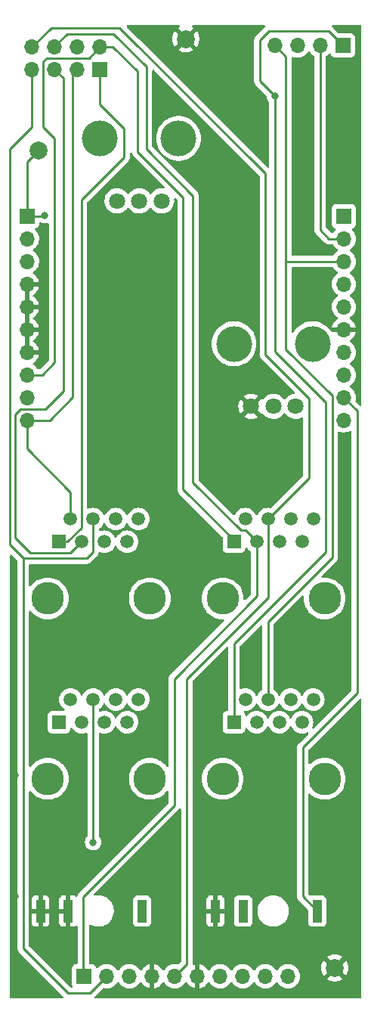
<source format=gbr>
%TF.GenerationSoftware,KiCad,Pcbnew,(6.0.11)*%
%TF.CreationDate,2023-07-06T17:32:08+01:00*%
%TF.ProjectId,Quilter_Controls,5175696c-7465-4725-9f43-6f6e74726f6c,rev?*%
%TF.SameCoordinates,Original*%
%TF.FileFunction,Copper,L1,Top*%
%TF.FilePolarity,Positive*%
%FSLAX46Y46*%
G04 Gerber Fmt 4.6, Leading zero omitted, Abs format (unit mm)*
G04 Created by KiCad (PCBNEW (6.0.11)) date 2023-07-06 17:32:08*
%MOMM*%
%LPD*%
G01*
G04 APERTURE LIST*
%TA.AperFunction,ComponentPad*%
%ADD10C,2.000000*%
%TD*%
%TA.AperFunction,ComponentPad*%
%ADD11R,1.000000X2.500000*%
%TD*%
%TA.AperFunction,WasherPad*%
%ADD12C,4.000000*%
%TD*%
%TA.AperFunction,ComponentPad*%
%ADD13C,1.800000*%
%TD*%
%TA.AperFunction,WasherPad*%
%ADD14C,3.650000*%
%TD*%
%TA.AperFunction,ComponentPad*%
%ADD15R,1.500000X1.500000*%
%TD*%
%TA.AperFunction,ComponentPad*%
%ADD16C,1.500000*%
%TD*%
%TA.AperFunction,ComponentPad*%
%ADD17R,1.700000X1.700000*%
%TD*%
%TA.AperFunction,ComponentPad*%
%ADD18O,1.700000X1.700000*%
%TD*%
%TA.AperFunction,ViaPad*%
%ADD19C,0.800000*%
%TD*%
%TA.AperFunction,Conductor*%
%ADD20C,0.250000*%
%TD*%
G04 APERTURE END LIST*
D10*
%TO.P,TP3,1,1*%
%TO.N,GND*%
X70200000Y-42970000D03*
%TD*%
D11*
%TO.P,J11,1*%
%TO.N,GND*%
X53920000Y-140600000D03*
%TO.P,J11,2*%
X57020000Y-140600000D03*
%TO.P,J11,3*%
%TO.N,/FREQ_JACK*%
X65320000Y-140600000D03*
%TD*%
D12*
%TO.P,Q_CTRL1,*%
%TO.N,*%
X84400000Y-77100000D03*
X75600000Y-77100000D03*
D13*
%TO.P,Q_CTRL1,1,1*%
%TO.N,+12V*%
X82500000Y-84100000D03*
%TO.P,Q_CTRL1,2,2*%
%TO.N,/Q_POT*%
X80000000Y-84100000D03*
%TO.P,Q_CTRL1,3,3*%
%TO.N,GND*%
X77500000Y-84100000D03*
%TD*%
D10*
%TO.P,TP4,1,1*%
%TO.N,GND*%
X86900000Y-146970000D03*
%TD*%
D11*
%TO.P,J6,1*%
%TO.N,GND*%
X73520000Y-140600000D03*
%TO.P,J6,2*%
%TO.N,unconnected-(J6-Pad2)*%
X76620000Y-140600000D03*
%TO.P,J6,3*%
%TO.N,/AUDIO_MIX*%
X84920000Y-140600000D03*
%TD*%
D14*
%TO.P,J4,*%
%TO.N,*%
X85760000Y-105600000D03*
X74330000Y-105600000D03*
D15*
%TO.P,J4,1*%
%TO.N,/AUDIO_IN1*%
X75600000Y-99250000D03*
D16*
%TO.P,J4,2*%
%TO.N,/AUDIO_IN2*%
X76870000Y-96710000D03*
%TO.P,J4,3*%
%TO.N,/AUDIO_IN3*%
X78140000Y-99250000D03*
%TO.P,J4,4*%
%TO.N,/AUDIO_IN4*%
X79410000Y-96710000D03*
%TO.P,J4,5*%
%TO.N,unconnected-(J4-Pad5)*%
X80680000Y-99250000D03*
%TO.P,J4,6*%
%TO.N,unconnected-(J4-Pad6)*%
X81950000Y-96710000D03*
%TO.P,J4,7*%
%TO.N,unconnected-(J4-Pad7)*%
X83220000Y-99250000D03*
%TO.P,J4,8*%
%TO.N,unconnected-(J4-Pad8)*%
X84490000Y-96710000D03*
%TD*%
D10*
%TO.P,TP1,1,1*%
%TO.N,+12V*%
X53700000Y-55470000D03*
%TD*%
D14*
%TO.P,J5,*%
%TO.N,*%
X74330000Y-125800000D03*
X85760000Y-125800000D03*
D15*
%TO.P,J5,1*%
%TO.N,/AUDIO_BUFF1*%
X75600000Y-119450000D03*
D16*
%TO.P,J5,2*%
%TO.N,/AUDIO_BUFF2*%
X76870000Y-116910000D03*
%TO.P,J5,3*%
%TO.N,/AUDIO_BUFF3*%
X78140000Y-119450000D03*
%TO.P,J5,4*%
%TO.N,/AUDIO_BUFF4*%
X79410000Y-116910000D03*
%TO.P,J5,5*%
%TO.N,unconnected-(J5-Pad5)*%
X80680000Y-119450000D03*
%TO.P,J5,6*%
%TO.N,unconnected-(J5-Pad6)*%
X81950000Y-116910000D03*
%TO.P,J5,7*%
%TO.N,unconnected-(J5-Pad7)*%
X83220000Y-119450000D03*
%TO.P,J5,8*%
%TO.N,unconnected-(J5-Pad8)*%
X84490000Y-116910000D03*
%TD*%
D14*
%TO.P,J8,*%
%TO.N,*%
X66160000Y-125800000D03*
X54730000Y-125800000D03*
D15*
%TO.P,J8,1*%
%TO.N,/FREQ_CV_DAMP1*%
X56000000Y-119450000D03*
D16*
%TO.P,J8,2*%
%TO.N,/FREQ_CV_DAMP2*%
X57270000Y-116910000D03*
%TO.P,J8,3*%
%TO.N,/FREQ_CV_DAMP3*%
X58540000Y-119450000D03*
%TO.P,J8,4*%
%TO.N,/FREQ_CV_DAMP4*%
X59810000Y-116910000D03*
%TO.P,J8,5*%
%TO.N,unconnected-(J8-Pad5)*%
X61080000Y-119450000D03*
%TO.P,J8,6*%
%TO.N,unconnected-(J8-Pad6)*%
X62350000Y-116910000D03*
%TO.P,J8,7*%
%TO.N,unconnected-(J8-Pad7)*%
X63620000Y-119450000D03*
%TO.P,J8,8*%
%TO.N,unconnected-(J8-Pad8)*%
X64890000Y-116910000D03*
%TD*%
D14*
%TO.P,J7,*%
%TO.N,*%
X54730000Y-105600000D03*
X66160000Y-105600000D03*
D15*
%TO.P,J7,1*%
%TO.N,/FREQ_V_OCT1*%
X56000000Y-99250000D03*
D16*
%TO.P,J7,2*%
%TO.N,/FREQ_V_OCT2*%
X57270000Y-96710000D03*
%TO.P,J7,3*%
%TO.N,/FREQ_V_OCT3*%
X58540000Y-99250000D03*
%TO.P,J7,4*%
%TO.N,/FREQ_V_OCT4*%
X59810000Y-96710000D03*
%TO.P,J7,5*%
%TO.N,unconnected-(J7-Pad5)*%
X61080000Y-99250000D03*
%TO.P,J7,6*%
%TO.N,unconnected-(J7-Pad6)*%
X62350000Y-96710000D03*
%TO.P,J7,7*%
%TO.N,unconnected-(J7-Pad7)*%
X63620000Y-99250000D03*
%TO.P,J7,8*%
%TO.N,unconnected-(J7-Pad8)*%
X64890000Y-96710000D03*
%TD*%
D12*
%TO.P,FREQ_POT1,*%
%TO.N,*%
X69400000Y-54100000D03*
X60600000Y-54100000D03*
D13*
%TO.P,FREQ_POT1,1,1*%
%TO.N,/FREQ_POT_5V*%
X67500000Y-61100000D03*
%TO.P,FREQ_POT1,2,2*%
%TO.N,/FREQ_POT*%
X65000000Y-61100000D03*
%TO.P,FREQ_POT1,3,3*%
%TO.N,/FREQ_POT_-5V*%
X62500000Y-61100000D03*
%TD*%
D17*
%TO.P,J3,1,Pin_1*%
%TO.N,/AUDIO_IN3*%
X58800000Y-147900000D03*
D18*
%TO.P,J3,2,Pin_2*%
%TO.N,/FREQ_V_OCT4*%
X61340000Y-147900000D03*
%TO.P,J3,3,Pin_3*%
%TO.N,/FREQ_CV_DAMP4*%
X63880000Y-147900000D03*
%TO.P,J3,4,Pin_4*%
%TO.N,GND*%
X66420000Y-147900000D03*
%TO.P,J3,5,Pin_5*%
%TO.N,/AUDIO_IN4*%
X68960000Y-147900000D03*
%TO.P,J3,6,Pin_6*%
%TO.N,GND*%
X71500000Y-147900000D03*
%TO.P,J3,7,Pin_7*%
%TO.N,/FREQ_CV_DAMP1*%
X74040000Y-147900000D03*
%TO.P,J3,8,Pin_8*%
%TO.N,/FREQ_JACK*%
X76580000Y-147900000D03*
%TO.P,J3,9,Pin_9*%
%TO.N,/FREQ_CV_DAMP3*%
X79120000Y-147900000D03*
%TO.P,J3,10,Pin_10*%
%TO.N,/FREQ_V_OCT3*%
X81660000Y-147900000D03*
%TD*%
D17*
%TO.P,J1,1,Pin_1*%
%TO.N,/FREQ_POT_-5V*%
X87900000Y-62800000D03*
D18*
%TO.P,J1,2,Pin_2*%
%TO.N,/AUDIO_BUFF2*%
X87900000Y-65340000D03*
%TO.P,J1,3,Pin_3*%
%TO.N,/AUDIO_BUFF4*%
X87900000Y-67880000D03*
%TO.P,J1,4,Pin_4*%
%TO.N,/FREQ_POT_5V*%
X87900000Y-70420000D03*
%TO.P,J1,5,Pin_5*%
%TO.N,/FREQ_POT*%
X87900000Y-72960000D03*
%TO.P,J1,6,Pin_6*%
%TO.N,GND*%
X87900000Y-75500000D03*
%TO.P,J1,7,Pin_7*%
%TO.N,/FREQ_V_OCT1*%
X87900000Y-78040000D03*
%TO.P,J1,8,Pin_8*%
%TO.N,/Q_POT*%
X87900000Y-80580000D03*
%TO.P,J1,9,Pin_9*%
%TO.N,/AUDIO_MIX*%
X87900000Y-83120000D03*
%TO.P,J1,10,Pin_10*%
%TO.N,/AUDIO_IN2*%
X87900000Y-85660000D03*
%TD*%
D17*
%TO.P,J2,1,Pin_1*%
%TO.N,+12V*%
X52400000Y-62800000D03*
D18*
%TO.P,J2,2,Pin_2*%
%TO.N,/AUDIO_BUFF1*%
X52400000Y-65340000D03*
%TO.P,J2,3,Pin_3*%
%TO.N,/AUDIO_BUFF3*%
X52400000Y-67880000D03*
%TO.P,J2,4,Pin_4*%
%TO.N,GND*%
X52400000Y-70420000D03*
%TO.P,J2,5,Pin_5*%
X52400000Y-72960000D03*
%TO.P,J2,6,Pin_6*%
X52400000Y-75500000D03*
%TO.P,J2,7,Pin_7*%
X52400000Y-78040000D03*
%TO.P,J2,8,Pin_8*%
%TO.N,/AUDIO_IN1*%
X52400000Y-80580000D03*
%TO.P,J2,9,Pin_9*%
%TO.N,/FREQ_CV_DAMP2*%
X52400000Y-83120000D03*
%TO.P,J2,10,Pin_10*%
%TO.N,/FREQ_V_OCT2*%
X52400000Y-85660000D03*
%TD*%
D17*
%TO.P,J9,1,Pin_1*%
%TO.N,/FREQ_V_OCT1*%
X60600000Y-46375000D03*
D18*
%TO.P,J9,2,Pin_2*%
%TO.N,/AUDIO_IN1*%
X60600000Y-43835000D03*
%TO.P,J9,3,Pin_3*%
%TO.N,/FREQ_V_OCT2*%
X58060000Y-46375000D03*
%TO.P,J9,4,Pin_4*%
%TO.N,/AUDIO_IN2*%
X58060000Y-43835000D03*
%TO.P,J9,5,Pin_5*%
%TO.N,/FREQ_V_OCT3*%
X55520000Y-46375000D03*
%TO.P,J9,6,Pin_6*%
%TO.N,/AUDIO_IN3*%
X55520000Y-43835000D03*
%TO.P,J9,7,Pin_7*%
%TO.N,/FREQ_V_OCT4*%
X52980000Y-46375000D03*
%TO.P,J9,8,Pin_8*%
%TO.N,/AUDIO_IN4*%
X52980000Y-43835000D03*
%TD*%
D17*
%TO.P,J10,1,Pin_1*%
%TO.N,/AUDIO_BUFF1*%
X87800000Y-43700000D03*
D18*
%TO.P,J10,2,Pin_2*%
%TO.N,/AUDIO_BUFF2*%
X85260000Y-43700000D03*
%TO.P,J10,3,Pin_3*%
%TO.N,/AUDIO_BUFF3*%
X82720000Y-43700000D03*
%TO.P,J10,4,Pin_4*%
%TO.N,/AUDIO_BUFF4*%
X80180000Y-43700000D03*
%TD*%
D19*
%TO.N,GND*%
X85200000Y-137400000D03*
X51100000Y-138900000D03*
X74600000Y-134200000D03*
X83300000Y-50100000D03*
X82900000Y-66500000D03*
X54400000Y-67900000D03*
X64600000Y-136600000D03*
X53100000Y-148000000D03*
X78200000Y-53400000D03*
X65700000Y-114200000D03*
X62800000Y-102100000D03*
X73800000Y-114800000D03*
X80800000Y-89000000D03*
X80700000Y-108800000D03*
X88700000Y-120100000D03*
X58900000Y-107600000D03*
X74400000Y-122300000D03*
X67500000Y-93100000D03*
X62900000Y-127700000D03*
X68300000Y-133200000D03*
X51100000Y-125400000D03*
X79900000Y-122300000D03*
X57300000Y-121600000D03*
X80200000Y-144300000D03*
X67400000Y-72500000D03*
X67400000Y-64700000D03*
X54400000Y-114000000D03*
X86800000Y-116800000D03*
X67400000Y-79100000D03*
X82900000Y-69100000D03*
X76700000Y-114600000D03*
X87100000Y-108800000D03*
%TO.N,/AUDIO_BUFF1*%
X80200000Y-49400000D03*
%TO.N,/FREQ_CV_DAMP4*%
X59810000Y-132890000D03*
%TO.N,+12V*%
X54400000Y-62700000D03*
%TD*%
D20*
%TO.N,/FREQ_V_OCT3*%
X57290000Y-100500000D02*
X58540000Y-99250000D01*
X52800000Y-100500000D02*
X57290000Y-100500000D01*
X51100000Y-98800000D02*
X52800000Y-100500000D01*
X51100000Y-85000000D02*
X51100000Y-98800000D01*
X51700000Y-84400000D02*
X51100000Y-85000000D01*
X56500000Y-82400000D02*
X54500000Y-84400000D01*
X55520000Y-46375000D02*
X56500000Y-47355000D01*
X56500000Y-47355000D02*
X56500000Y-82400000D01*
X54500000Y-84400000D02*
X51700000Y-84400000D01*
%TO.N,/FREQ_V_OCT1*%
X56950000Y-99250000D02*
X56000000Y-99250000D01*
X63300000Y-56200000D02*
X58500000Y-61000000D01*
X63300000Y-53000000D02*
X63300000Y-56200000D01*
X60600000Y-46375000D02*
X60600000Y-50300000D01*
X60600000Y-50300000D02*
X63300000Y-53000000D01*
X58500000Y-97700000D02*
X56950000Y-99250000D01*
X58500000Y-61000000D02*
X58500000Y-97700000D01*
%TO.N,/AUDIO_BUFF1*%
X80200000Y-78000000D02*
X80200000Y-49400000D01*
X78500000Y-47700000D02*
X78500000Y-43100000D01*
X75600000Y-119450000D02*
X75600000Y-110700000D01*
X85850499Y-83650499D02*
X80200000Y-78000000D01*
X85850499Y-100449501D02*
X85850499Y-83650499D01*
X86200000Y-42100000D02*
X87800000Y-43700000D01*
X79500000Y-42100000D02*
X86200000Y-42100000D01*
X75600000Y-110700000D02*
X85850499Y-100449501D01*
X78500000Y-43100000D02*
X79500000Y-42100000D01*
X80200000Y-49400000D02*
X78500000Y-47700000D01*
%TO.N,/AUDIO_BUFF4*%
X81520000Y-67880000D02*
X81400000Y-68000000D01*
X79410000Y-108190000D02*
X86600000Y-101000000D01*
X86600000Y-101000000D02*
X86600000Y-82900000D01*
X87900000Y-67880000D02*
X81520000Y-67880000D01*
X86600000Y-82900000D02*
X81400000Y-77700000D01*
X81400000Y-68000000D02*
X81400000Y-44920000D01*
X79410000Y-116910000D02*
X79410000Y-108190000D01*
X81400000Y-44920000D02*
X80180000Y-43700000D01*
X81400000Y-77700000D02*
X81400000Y-68000000D01*
%TO.N,/AUDIO_MIX*%
X83300000Y-138980000D02*
X84920000Y-140600000D01*
X83300000Y-122300000D02*
X83300000Y-138980000D01*
X87900000Y-83120000D02*
X89400000Y-84620000D01*
X89400000Y-84620000D02*
X89400000Y-116200000D01*
X89400000Y-116200000D02*
X83300000Y-122300000D01*
%TO.N,/AUDIO_IN1*%
X59335000Y-45100000D02*
X60600000Y-43835000D01*
X52400000Y-80580000D02*
X54120000Y-80580000D01*
X54120000Y-80580000D02*
X55500000Y-79200000D01*
X69900000Y-93400000D02*
X69900000Y-60700000D01*
X69900000Y-60700000D02*
X64800000Y-55600000D01*
X55500000Y-79200000D02*
X55500000Y-54100000D01*
X62035000Y-43835000D02*
X60600000Y-43835000D01*
X54200000Y-52800000D02*
X54200000Y-45500000D01*
X64800000Y-46600000D02*
X62035000Y-43835000D01*
X54200000Y-45500000D02*
X54600000Y-45100000D01*
X64800000Y-55600000D02*
X64800000Y-46600000D01*
X55500000Y-54100000D02*
X54200000Y-52800000D01*
X75600000Y-99250000D02*
X75600000Y-99100000D01*
X54600000Y-45100000D02*
X59335000Y-45100000D01*
X75600000Y-99100000D02*
X69900000Y-93400000D01*
%TO.N,/AUDIO_BUFF2*%
X87900000Y-65340000D02*
X86240000Y-65340000D01*
X86240000Y-65340000D02*
X85260000Y-64360000D01*
X85260000Y-64360000D02*
X85260000Y-43700000D01*
%TO.N,/FREQ_V_OCT2*%
X54940000Y-85660000D02*
X52400000Y-85660000D01*
X52400000Y-88840000D02*
X57270000Y-93710000D01*
X58060000Y-46375000D02*
X57500000Y-46935000D01*
X57500000Y-83100000D02*
X54940000Y-85660000D01*
X57270000Y-93710000D02*
X57270000Y-96710000D01*
X52400000Y-85660000D02*
X52400000Y-88840000D01*
X57500000Y-46935000D02*
X57500000Y-83100000D01*
%TO.N,/FREQ_V_OCT4*%
X52000000Y-101100000D02*
X52000000Y-144800000D01*
X52980000Y-46375000D02*
X52980000Y-52820000D01*
X59440000Y-149800000D02*
X61340000Y-147900000D01*
X50500000Y-99600000D02*
X52000000Y-101100000D01*
X59100000Y-101100000D02*
X59810000Y-100390000D01*
X52000000Y-144800000D02*
X57000000Y-149800000D01*
X52000000Y-101100000D02*
X59100000Y-101100000D01*
X59810000Y-100390000D02*
X59810000Y-96710000D01*
X50500000Y-55300000D02*
X50500000Y-99600000D01*
X57000000Y-149800000D02*
X59440000Y-149800000D01*
X52980000Y-52820000D02*
X50500000Y-55300000D01*
%TO.N,/FREQ_CV_DAMP4*%
X59810000Y-116910000D02*
X59810000Y-132890000D01*
%TO.N,/AUDIO_IN4*%
X55115000Y-41700000D02*
X52980000Y-43835000D01*
X84000000Y-83200000D02*
X79100000Y-78300000D01*
X79100000Y-78300000D02*
X79100000Y-58000000D01*
X79410000Y-105490000D02*
X70300000Y-114600000D01*
X70300000Y-114600000D02*
X70300000Y-146560000D01*
X84000000Y-92120000D02*
X84000000Y-83200000D01*
X79410000Y-96710000D02*
X84000000Y-92120000D01*
X62800000Y-41700000D02*
X55115000Y-41700000D01*
X79100000Y-58000000D02*
X62800000Y-41700000D01*
X79410000Y-96710000D02*
X79410000Y-105490000D01*
X70300000Y-146560000D02*
X68960000Y-147900000D01*
%TO.N,/AUDIO_IN3*%
X76400000Y-98000000D02*
X76890000Y-98000000D01*
X65800000Y-55300000D02*
X71000000Y-60500000D01*
X62100000Y-42400000D02*
X65800000Y-46100000D01*
X76890000Y-98000000D02*
X78140000Y-99250000D01*
X58700000Y-139000000D02*
X58700000Y-147800000D01*
X78140000Y-105360000D02*
X68900000Y-114600000D01*
X65800000Y-46100000D02*
X65800000Y-55300000D01*
X68900000Y-114600000D02*
X68900000Y-128800000D01*
X78140000Y-99250000D02*
X78140000Y-105360000D01*
X68900000Y-128800000D02*
X58700000Y-139000000D01*
X71000000Y-60500000D02*
X71000000Y-92600000D01*
X71000000Y-92600000D02*
X76400000Y-98000000D01*
X55520000Y-43835000D02*
X55520000Y-43780000D01*
X58700000Y-147800000D02*
X58800000Y-147900000D01*
X55520000Y-43780000D02*
X56900000Y-42400000D01*
X56900000Y-42400000D02*
X62100000Y-42400000D01*
%TO.N,+12V*%
X54300000Y-62800000D02*
X54400000Y-62700000D01*
X52400000Y-62800000D02*
X54300000Y-62800000D01*
X53700000Y-55470000D02*
X52400000Y-56770000D01*
X52400000Y-56770000D02*
X52400000Y-62800000D01*
%TD*%
%TA.AperFunction,Conductor*%
%TO.N,GND*%
G36*
X50717012Y-100713370D02*
G01*
X50723595Y-100719499D01*
X51329595Y-101325499D01*
X51363621Y-101387811D01*
X51366500Y-101414594D01*
X51366500Y-144721233D01*
X51365973Y-144732416D01*
X51364298Y-144739909D01*
X51364547Y-144747835D01*
X51364547Y-144747836D01*
X51366438Y-144807986D01*
X51366500Y-144811945D01*
X51366500Y-144839856D01*
X51366997Y-144843790D01*
X51366997Y-144843791D01*
X51367005Y-144843856D01*
X51367938Y-144855693D01*
X51369327Y-144899889D01*
X51374978Y-144919339D01*
X51378987Y-144938700D01*
X51381526Y-144958797D01*
X51384445Y-144966168D01*
X51384445Y-144966170D01*
X51397804Y-144999912D01*
X51401649Y-145011142D01*
X51413982Y-145053593D01*
X51418015Y-145060412D01*
X51418017Y-145060417D01*
X51424293Y-145071028D01*
X51432988Y-145088776D01*
X51440448Y-145107617D01*
X51445110Y-145114033D01*
X51445110Y-145114034D01*
X51466436Y-145143387D01*
X51472952Y-145153307D01*
X51495458Y-145191362D01*
X51509779Y-145205683D01*
X51522619Y-145220716D01*
X51534528Y-145237107D01*
X51540634Y-145242158D01*
X51568605Y-145265298D01*
X51577384Y-145273288D01*
X56480500Y-150176405D01*
X56514526Y-150238717D01*
X56509461Y-150309532D01*
X56466914Y-150366368D01*
X56400394Y-150391179D01*
X56391405Y-150391500D01*
X50634500Y-150391500D01*
X50566379Y-150371498D01*
X50519886Y-150317842D01*
X50508500Y-150265500D01*
X50508500Y-100808594D01*
X50528502Y-100740473D01*
X50582158Y-100693980D01*
X50652432Y-100683876D01*
X50717012Y-100713370D01*
G37*
%TD.AperFunction*%
%TA.AperFunction,Conductor*%
G36*
X74884532Y-111015538D02*
G01*
X74941368Y-111058085D01*
X74966179Y-111124605D01*
X74966500Y-111133594D01*
X74966500Y-118065500D01*
X74946498Y-118133621D01*
X74892842Y-118180114D01*
X74840500Y-118191500D01*
X74801866Y-118191500D01*
X74739684Y-118198255D01*
X74603295Y-118249385D01*
X74486739Y-118336739D01*
X74399385Y-118453295D01*
X74348255Y-118589684D01*
X74341500Y-118651866D01*
X74341500Y-120248134D01*
X74348255Y-120310316D01*
X74399385Y-120446705D01*
X74486739Y-120563261D01*
X74603295Y-120650615D01*
X74739684Y-120701745D01*
X74801866Y-120708500D01*
X76398134Y-120708500D01*
X76460316Y-120701745D01*
X76596705Y-120650615D01*
X76713261Y-120563261D01*
X76800615Y-120446705D01*
X76851745Y-120310316D01*
X76858500Y-120248134D01*
X76858500Y-120213576D01*
X76878502Y-120145455D01*
X76932158Y-120098962D01*
X77002432Y-120088858D01*
X77067012Y-120118352D01*
X77087713Y-120141305D01*
X77160123Y-120244717D01*
X77172251Y-120262038D01*
X77327962Y-120417749D01*
X77508346Y-120544056D01*
X77707924Y-120637120D01*
X77920629Y-120694115D01*
X78140000Y-120713307D01*
X78359371Y-120694115D01*
X78572076Y-120637120D01*
X78771654Y-120544056D01*
X78952038Y-120417749D01*
X79107749Y-120262038D01*
X79119878Y-120244717D01*
X79230899Y-120086162D01*
X79230900Y-120086160D01*
X79234056Y-120081653D01*
X79236379Y-120076671D01*
X79236382Y-120076666D01*
X79295805Y-119949231D01*
X79342722Y-119895946D01*
X79410999Y-119876485D01*
X79478959Y-119897027D01*
X79524195Y-119949231D01*
X79583618Y-120076666D01*
X79583621Y-120076671D01*
X79585944Y-120081653D01*
X79589100Y-120086160D01*
X79589101Y-120086162D01*
X79700123Y-120244717D01*
X79712251Y-120262038D01*
X79867962Y-120417749D01*
X80048346Y-120544056D01*
X80247924Y-120637120D01*
X80460629Y-120694115D01*
X80680000Y-120713307D01*
X80899371Y-120694115D01*
X81112076Y-120637120D01*
X81311654Y-120544056D01*
X81492038Y-120417749D01*
X81647749Y-120262038D01*
X81659878Y-120244717D01*
X81770899Y-120086162D01*
X81770900Y-120086160D01*
X81774056Y-120081653D01*
X81776379Y-120076671D01*
X81776382Y-120076666D01*
X81835805Y-119949231D01*
X81882722Y-119895946D01*
X81950999Y-119876485D01*
X82018959Y-119897027D01*
X82064195Y-119949231D01*
X82123618Y-120076666D01*
X82123621Y-120076671D01*
X82125944Y-120081653D01*
X82129100Y-120086160D01*
X82129101Y-120086162D01*
X82240123Y-120244717D01*
X82252251Y-120262038D01*
X82407962Y-120417749D01*
X82588346Y-120544056D01*
X82787924Y-120637120D01*
X83000629Y-120694115D01*
X83220000Y-120713307D01*
X83439371Y-120694115D01*
X83652076Y-120637120D01*
X83781858Y-120576602D01*
X83852050Y-120565941D01*
X83916863Y-120594921D01*
X83955719Y-120654341D01*
X83956282Y-120725335D01*
X83924203Y-120779892D01*
X82907747Y-121796348D01*
X82899461Y-121803888D01*
X82892982Y-121808000D01*
X82887557Y-121813777D01*
X82846357Y-121857651D01*
X82843602Y-121860493D01*
X82823865Y-121880230D01*
X82821385Y-121883427D01*
X82813682Y-121892447D01*
X82783414Y-121924679D01*
X82779595Y-121931625D01*
X82779593Y-121931628D01*
X82773652Y-121942434D01*
X82762801Y-121958953D01*
X82750386Y-121974959D01*
X82747241Y-121982228D01*
X82747238Y-121982232D01*
X82732826Y-122015537D01*
X82727609Y-122026187D01*
X82706305Y-122064940D01*
X82704334Y-122072615D01*
X82704334Y-122072616D01*
X82701267Y-122084562D01*
X82694863Y-122103266D01*
X82686819Y-122121855D01*
X82685580Y-122129678D01*
X82685577Y-122129688D01*
X82679901Y-122165524D01*
X82677495Y-122177144D01*
X82666500Y-122219970D01*
X82666500Y-122240224D01*
X82664949Y-122259934D01*
X82661780Y-122279943D01*
X82662526Y-122287835D01*
X82665941Y-122323961D01*
X82666500Y-122335819D01*
X82666500Y-138901233D01*
X82665973Y-138912416D01*
X82664298Y-138919909D01*
X82664547Y-138927835D01*
X82664547Y-138927836D01*
X82666438Y-138987986D01*
X82666500Y-138991945D01*
X82666500Y-139019856D01*
X82666997Y-139023790D01*
X82666997Y-139023791D01*
X82667005Y-139023856D01*
X82667938Y-139035693D01*
X82669327Y-139079889D01*
X82674110Y-139096351D01*
X82674978Y-139099339D01*
X82678987Y-139118700D01*
X82681526Y-139138797D01*
X82684445Y-139146168D01*
X82684445Y-139146170D01*
X82697804Y-139179912D01*
X82701649Y-139191142D01*
X82713982Y-139233593D01*
X82718015Y-139240412D01*
X82718017Y-139240417D01*
X82724293Y-139251028D01*
X82732988Y-139268776D01*
X82740448Y-139287617D01*
X82745110Y-139294033D01*
X82745110Y-139294034D01*
X82766436Y-139323387D01*
X82772952Y-139333307D01*
X82795458Y-139371362D01*
X82809779Y-139385683D01*
X82822619Y-139400716D01*
X82834528Y-139417107D01*
X82840634Y-139422158D01*
X82868605Y-139445298D01*
X82877384Y-139453288D01*
X83874595Y-140450500D01*
X83908621Y-140512812D01*
X83911500Y-140539595D01*
X83911500Y-141898134D01*
X83918255Y-141960316D01*
X83969385Y-142096705D01*
X84056739Y-142213261D01*
X84173295Y-142300615D01*
X84309684Y-142351745D01*
X84371866Y-142358500D01*
X85468134Y-142358500D01*
X85530316Y-142351745D01*
X85666705Y-142300615D01*
X85783261Y-142213261D01*
X85870615Y-142096705D01*
X85921745Y-141960316D01*
X85928500Y-141898134D01*
X85928500Y-139301866D01*
X85921745Y-139239684D01*
X85870615Y-139103295D01*
X85783261Y-138986739D01*
X85666705Y-138899385D01*
X85530316Y-138848255D01*
X85468134Y-138841500D01*
X84371866Y-138841500D01*
X84309684Y-138848255D01*
X84302288Y-138851027D01*
X84302282Y-138851029D01*
X84207066Y-138886724D01*
X84136259Y-138891907D01*
X84073742Y-138857837D01*
X83970405Y-138754500D01*
X83936379Y-138692188D01*
X83933500Y-138665405D01*
X83933500Y-127580010D01*
X83953502Y-127511889D01*
X84007158Y-127465396D01*
X84077432Y-127455292D01*
X84142577Y-127485277D01*
X84223721Y-127556439D01*
X84333307Y-127652544D01*
X84333313Y-127652548D01*
X84336407Y-127655262D01*
X84339833Y-127657551D01*
X84339838Y-127657555D01*
X84587311Y-127822911D01*
X84590746Y-127825206D01*
X84594449Y-127827032D01*
X84861388Y-127958673D01*
X84861396Y-127958676D01*
X84865092Y-127960499D01*
X84869006Y-127961828D01*
X84869007Y-127961828D01*
X85150837Y-128057496D01*
X85150841Y-128057497D01*
X85154750Y-128058824D01*
X85158794Y-128059628D01*
X85158800Y-128059630D01*
X85450725Y-128117698D01*
X85450731Y-128117699D01*
X85454764Y-128118501D01*
X85458869Y-128118770D01*
X85458876Y-128118771D01*
X85755881Y-128138237D01*
X85760000Y-128138507D01*
X85764119Y-128138237D01*
X86061124Y-128118771D01*
X86061131Y-128118770D01*
X86065236Y-128118501D01*
X86069269Y-128117699D01*
X86069275Y-128117698D01*
X86361200Y-128059630D01*
X86361206Y-128059628D01*
X86365250Y-128058824D01*
X86369159Y-128057497D01*
X86369163Y-128057496D01*
X86650993Y-127961828D01*
X86650994Y-127961828D01*
X86654908Y-127960499D01*
X86658604Y-127958676D01*
X86658612Y-127958673D01*
X86925551Y-127827032D01*
X86929254Y-127825206D01*
X86932689Y-127822911D01*
X87180162Y-127657555D01*
X87180167Y-127657551D01*
X87183593Y-127655262D01*
X87186687Y-127652548D01*
X87186693Y-127652544D01*
X87410485Y-127456283D01*
X87413574Y-127453574D01*
X87567618Y-127277921D01*
X87612544Y-127226693D01*
X87612548Y-127226687D01*
X87615262Y-127223593D01*
X87785206Y-126969253D01*
X87866500Y-126804406D01*
X87918673Y-126698612D01*
X87918676Y-126698604D01*
X87920499Y-126694908D01*
X88018824Y-126405250D01*
X88078501Y-126105236D01*
X88098507Y-125800000D01*
X88078501Y-125494764D01*
X88018824Y-125194750D01*
X87920499Y-124905092D01*
X87918676Y-124901396D01*
X87918673Y-124901388D01*
X87787032Y-124634450D01*
X87785206Y-124630747D01*
X87615262Y-124376407D01*
X87612548Y-124373313D01*
X87612544Y-124373307D01*
X87416283Y-124149515D01*
X87413574Y-124146426D01*
X87347796Y-124088740D01*
X87186693Y-123947456D01*
X87186687Y-123947452D01*
X87183593Y-123944738D01*
X87180163Y-123942446D01*
X87180162Y-123942445D01*
X86932689Y-123777089D01*
X86932687Y-123777088D01*
X86929254Y-123774794D01*
X86880747Y-123750873D01*
X86658612Y-123641327D01*
X86658604Y-123641324D01*
X86654908Y-123639501D01*
X86650993Y-123638172D01*
X86369163Y-123542504D01*
X86369159Y-123542503D01*
X86365250Y-123541176D01*
X86361206Y-123540372D01*
X86361200Y-123540370D01*
X86069275Y-123482302D01*
X86069269Y-123482301D01*
X86065236Y-123481499D01*
X86061131Y-123481230D01*
X86061124Y-123481229D01*
X85764119Y-123461763D01*
X85760000Y-123461493D01*
X85755881Y-123461763D01*
X85458876Y-123481229D01*
X85458869Y-123481230D01*
X85454764Y-123481499D01*
X85450731Y-123482301D01*
X85450725Y-123482302D01*
X85158800Y-123540370D01*
X85158794Y-123540372D01*
X85154750Y-123541176D01*
X85150841Y-123542503D01*
X85150837Y-123542504D01*
X84869007Y-123638172D01*
X84865092Y-123639501D01*
X84861396Y-123641324D01*
X84861388Y-123641327D01*
X84640816Y-123750103D01*
X84590747Y-123774794D01*
X84336407Y-123944738D01*
X84333313Y-123947452D01*
X84333307Y-123947456D01*
X84223721Y-124043561D01*
X84142577Y-124114723D01*
X84078174Y-124144599D01*
X84007841Y-124134913D01*
X83953909Y-124088740D01*
X83933500Y-124019990D01*
X83933500Y-122614594D01*
X83953502Y-122546473D01*
X83970405Y-122525499D01*
X89676405Y-116819500D01*
X89738717Y-116785474D01*
X89809532Y-116790539D01*
X89866368Y-116833086D01*
X89891179Y-116899606D01*
X89891500Y-116908595D01*
X89891500Y-150265500D01*
X89871498Y-150333621D01*
X89817842Y-150380114D01*
X89765500Y-150391500D01*
X60048594Y-150391500D01*
X59980473Y-150371498D01*
X59933980Y-150317842D01*
X59923876Y-150247568D01*
X59953370Y-150182988D01*
X59959499Y-150176405D01*
X60884549Y-149251355D01*
X60946861Y-149217329D01*
X60998762Y-149216979D01*
X61178597Y-149253567D01*
X61183772Y-149253757D01*
X61183774Y-149253757D01*
X61396673Y-149261564D01*
X61396677Y-149261564D01*
X61401837Y-149261753D01*
X61406957Y-149261097D01*
X61406959Y-149261097D01*
X61618288Y-149234025D01*
X61618289Y-149234025D01*
X61623416Y-149233368D01*
X61628366Y-149231883D01*
X61832429Y-149170661D01*
X61832434Y-149170659D01*
X61837384Y-149169174D01*
X62037994Y-149070896D01*
X62219860Y-148941173D01*
X62378096Y-148783489D01*
X62508453Y-148602077D01*
X62509776Y-148603028D01*
X62556645Y-148559857D01*
X62626580Y-148547625D01*
X62692026Y-148575144D01*
X62719875Y-148606994D01*
X62779987Y-148705088D01*
X62926250Y-148873938D01*
X63098126Y-149016632D01*
X63291000Y-149129338D01*
X63499692Y-149209030D01*
X63504760Y-149210061D01*
X63504763Y-149210062D01*
X63599862Y-149229410D01*
X63718597Y-149253567D01*
X63723772Y-149253757D01*
X63723774Y-149253757D01*
X63936673Y-149261564D01*
X63936677Y-149261564D01*
X63941837Y-149261753D01*
X63946957Y-149261097D01*
X63946959Y-149261097D01*
X64158288Y-149234025D01*
X64158289Y-149234025D01*
X64163416Y-149233368D01*
X64168366Y-149231883D01*
X64372429Y-149170661D01*
X64372434Y-149170659D01*
X64377384Y-149169174D01*
X64577994Y-149070896D01*
X64759860Y-148941173D01*
X64918096Y-148783489D01*
X65048453Y-148602077D01*
X65049640Y-148602930D01*
X65096960Y-148559362D01*
X65166897Y-148547145D01*
X65232338Y-148574678D01*
X65260166Y-148606511D01*
X65317694Y-148700388D01*
X65323777Y-148708699D01*
X65463213Y-148869667D01*
X65470580Y-148876883D01*
X65634434Y-149012916D01*
X65642881Y-149018831D01*
X65826756Y-149126279D01*
X65836042Y-149130729D01*
X66035001Y-149206703D01*
X66044899Y-149209579D01*
X66148250Y-149230606D01*
X66162299Y-149229410D01*
X66166000Y-149219065D01*
X66166000Y-146583102D01*
X66162082Y-146569758D01*
X66147806Y-146567771D01*
X66109324Y-146573660D01*
X66099288Y-146576051D01*
X65896868Y-146642212D01*
X65887359Y-146646209D01*
X65698463Y-146744542D01*
X65689738Y-146750036D01*
X65519433Y-146877905D01*
X65511726Y-146884748D01*
X65364590Y-147038717D01*
X65358109Y-147046722D01*
X65253498Y-147200074D01*
X65198587Y-147245076D01*
X65128062Y-147253247D01*
X65064315Y-147221993D01*
X65043618Y-147197509D01*
X64962822Y-147072617D01*
X64962820Y-147072614D01*
X64960014Y-147068277D01*
X64809670Y-146903051D01*
X64805619Y-146899852D01*
X64805615Y-146899848D01*
X64638414Y-146767800D01*
X64638410Y-146767798D01*
X64634359Y-146764598D01*
X64598028Y-146744542D01*
X64569065Y-146728554D01*
X64438789Y-146656638D01*
X64433920Y-146654914D01*
X64433916Y-146654912D01*
X64233087Y-146583795D01*
X64233083Y-146583794D01*
X64228212Y-146582069D01*
X64223119Y-146581162D01*
X64223116Y-146581161D01*
X64013373Y-146543800D01*
X64013367Y-146543799D01*
X64008284Y-146542894D01*
X63934452Y-146541992D01*
X63790081Y-146540228D01*
X63790079Y-146540228D01*
X63784911Y-146540165D01*
X63564091Y-146573955D01*
X63351756Y-146643357D01*
X63278757Y-146681358D01*
X63169371Y-146738301D01*
X63153607Y-146746507D01*
X63149474Y-146749610D01*
X63149471Y-146749612D01*
X63030395Y-146839017D01*
X62974965Y-146880635D01*
X62971393Y-146884373D01*
X62863729Y-146997037D01*
X62820629Y-147042138D01*
X62713201Y-147199621D01*
X62658293Y-147244621D01*
X62587768Y-147252792D01*
X62524021Y-147221538D01*
X62503324Y-147197054D01*
X62422822Y-147072617D01*
X62422820Y-147072614D01*
X62420014Y-147068277D01*
X62269670Y-146903051D01*
X62265619Y-146899852D01*
X62265615Y-146899848D01*
X62098414Y-146767800D01*
X62098410Y-146767798D01*
X62094359Y-146764598D01*
X62058028Y-146744542D01*
X62029065Y-146728554D01*
X61898789Y-146656638D01*
X61893920Y-146654914D01*
X61893916Y-146654912D01*
X61693087Y-146583795D01*
X61693083Y-146583794D01*
X61688212Y-146582069D01*
X61683119Y-146581162D01*
X61683116Y-146581161D01*
X61473373Y-146543800D01*
X61473367Y-146543799D01*
X61468284Y-146542894D01*
X61394452Y-146541992D01*
X61250081Y-146540228D01*
X61250079Y-146540228D01*
X61244911Y-146540165D01*
X61024091Y-146573955D01*
X60811756Y-146643357D01*
X60738757Y-146681358D01*
X60629371Y-146738301D01*
X60613607Y-146746507D01*
X60609474Y-146749610D01*
X60609471Y-146749612D01*
X60490395Y-146839017D01*
X60434965Y-146880635D01*
X60378537Y-146939684D01*
X60354283Y-146965064D01*
X60292759Y-147000494D01*
X60221846Y-146997037D01*
X60164060Y-146955791D01*
X60145207Y-146922243D01*
X60103767Y-146811703D01*
X60100615Y-146803295D01*
X60013261Y-146686739D01*
X59896705Y-146599385D01*
X59760316Y-146548255D01*
X59698134Y-146541500D01*
X59459500Y-146541500D01*
X59391379Y-146521498D01*
X59344886Y-146467842D01*
X59333500Y-146415500D01*
X59333500Y-142233708D01*
X59353502Y-142165587D01*
X59407158Y-142119094D01*
X59477432Y-142108990D01*
X59524865Y-142125989D01*
X59595422Y-142168804D01*
X59595426Y-142168806D01*
X59599419Y-142171229D01*
X59840455Y-142272303D01*
X60093783Y-142336641D01*
X60098434Y-142337109D01*
X60098438Y-142337110D01*
X60289297Y-142356328D01*
X60310867Y-142358500D01*
X60466354Y-142358500D01*
X60468679Y-142358327D01*
X60468685Y-142358327D01*
X60656000Y-142344407D01*
X60656004Y-142344406D01*
X60660652Y-142344061D01*
X60665200Y-142343032D01*
X60665206Y-142343031D01*
X60878415Y-142294786D01*
X60915577Y-142286377D01*
X60951769Y-142272303D01*
X61154824Y-142193340D01*
X61154827Y-142193339D01*
X61159177Y-142191647D01*
X61386098Y-142061951D01*
X61591357Y-141900138D01*
X61593242Y-141898134D01*
X64311500Y-141898134D01*
X64318255Y-141960316D01*
X64369385Y-142096705D01*
X64456739Y-142213261D01*
X64573295Y-142300615D01*
X64709684Y-142351745D01*
X64771866Y-142358500D01*
X65868134Y-142358500D01*
X65930316Y-142351745D01*
X66066705Y-142300615D01*
X66183261Y-142213261D01*
X66270615Y-142096705D01*
X66321745Y-141960316D01*
X66328500Y-141898134D01*
X66328500Y-139301866D01*
X66321745Y-139239684D01*
X66270615Y-139103295D01*
X66183261Y-138986739D01*
X66066705Y-138899385D01*
X65930316Y-138848255D01*
X65868134Y-138841500D01*
X64771866Y-138841500D01*
X64709684Y-138848255D01*
X64573295Y-138899385D01*
X64456739Y-138986739D01*
X64369385Y-139103295D01*
X64318255Y-139239684D01*
X64311500Y-139301866D01*
X64311500Y-141898134D01*
X61593242Y-141898134D01*
X61770443Y-141709763D01*
X61919424Y-141495009D01*
X62035025Y-141260593D01*
X62114707Y-141011665D01*
X62156721Y-140753693D01*
X62160142Y-140492345D01*
X62124896Y-140233362D01*
X62110473Y-140183877D01*
X62053068Y-139986932D01*
X62051757Y-139982433D01*
X61942332Y-139745072D01*
X61909519Y-139695024D01*
X61801590Y-139530404D01*
X61801586Y-139530399D01*
X61799024Y-139526491D01*
X61624982Y-139331494D01*
X61424030Y-139164363D01*
X61385432Y-139140941D01*
X61204578Y-139031196D01*
X61204574Y-139031194D01*
X61200581Y-139028771D01*
X60959545Y-138927697D01*
X60706217Y-138863359D01*
X60701566Y-138862891D01*
X60701562Y-138862890D01*
X60494108Y-138842001D01*
X60489133Y-138841500D01*
X60333646Y-138841500D01*
X60331321Y-138841673D01*
X60331315Y-138841673D01*
X60144000Y-138855593D01*
X60143996Y-138855594D01*
X60139348Y-138855939D01*
X60134800Y-138856968D01*
X60134794Y-138856969D01*
X60077038Y-138870038D01*
X60048239Y-138876555D01*
X59977385Y-138872081D01*
X59920197Y-138830009D01*
X59894832Y-138763698D01*
X59909345Y-138694200D01*
X59931337Y-138664567D01*
X69292247Y-129303657D01*
X69300537Y-129296113D01*
X69307018Y-129292000D01*
X69353659Y-129242332D01*
X69356413Y-129239491D01*
X69376134Y-129219770D01*
X69378612Y-129216575D01*
X69386318Y-129207553D01*
X69411158Y-129181101D01*
X69416586Y-129175321D01*
X69426346Y-129157568D01*
X69437197Y-129141048D01*
X69440937Y-129136226D01*
X69498492Y-129094657D01*
X69569384Y-129090803D01*
X69631105Y-129125888D01*
X69664060Y-129188773D01*
X69666500Y-129213448D01*
X69666500Y-146245405D01*
X69646498Y-146313526D01*
X69629595Y-146334500D01*
X69417345Y-146546750D01*
X69355033Y-146580776D01*
X69306154Y-146581702D01*
X69093373Y-146543800D01*
X69093367Y-146543799D01*
X69088284Y-146542894D01*
X69014452Y-146541992D01*
X68870081Y-146540228D01*
X68870079Y-146540228D01*
X68864911Y-146540165D01*
X68644091Y-146573955D01*
X68431756Y-146643357D01*
X68358757Y-146681358D01*
X68249371Y-146738301D01*
X68233607Y-146746507D01*
X68229474Y-146749610D01*
X68229471Y-146749612D01*
X68110395Y-146839017D01*
X68054965Y-146880635D01*
X68051393Y-146884373D01*
X67943729Y-146997037D01*
X67900629Y-147042138D01*
X67897720Y-147046403D01*
X67897714Y-147046411D01*
X67890212Y-147057409D01*
X67793204Y-147199618D01*
X67792898Y-147200066D01*
X67737987Y-147245069D01*
X67667462Y-147253240D01*
X67603715Y-147221986D01*
X67583018Y-147197502D01*
X67502426Y-147072926D01*
X67496136Y-147064757D01*
X67352806Y-146907240D01*
X67345273Y-146900215D01*
X67178139Y-146768222D01*
X67169552Y-146762517D01*
X66983117Y-146659599D01*
X66973705Y-146655369D01*
X66772959Y-146584280D01*
X66762988Y-146581646D01*
X66691837Y-146568972D01*
X66678540Y-146570432D01*
X66674000Y-146584989D01*
X66674000Y-149218517D01*
X66678064Y-149232359D01*
X66691478Y-149234393D01*
X66698184Y-149233534D01*
X66708262Y-149231392D01*
X66912255Y-149170191D01*
X66921842Y-149166433D01*
X67113095Y-149072739D01*
X67121945Y-149067464D01*
X67295328Y-148943792D01*
X67303200Y-148937139D01*
X67454052Y-148786812D01*
X67460730Y-148778965D01*
X67588022Y-148601819D01*
X67589279Y-148602722D01*
X67636373Y-148559362D01*
X67706311Y-148547145D01*
X67771751Y-148574678D01*
X67799579Y-148606511D01*
X67859987Y-148705088D01*
X68006250Y-148873938D01*
X68178126Y-149016632D01*
X68371000Y-149129338D01*
X68579692Y-149209030D01*
X68584760Y-149210061D01*
X68584763Y-149210062D01*
X68679862Y-149229410D01*
X68798597Y-149253567D01*
X68803772Y-149253757D01*
X68803774Y-149253757D01*
X69016673Y-149261564D01*
X69016677Y-149261564D01*
X69021837Y-149261753D01*
X69026957Y-149261097D01*
X69026959Y-149261097D01*
X69238288Y-149234025D01*
X69238289Y-149234025D01*
X69243416Y-149233368D01*
X69248366Y-149231883D01*
X69452429Y-149170661D01*
X69452434Y-149170659D01*
X69457384Y-149169174D01*
X69657994Y-149070896D01*
X69839860Y-148941173D01*
X69998096Y-148783489D01*
X70128453Y-148602077D01*
X70129640Y-148602930D01*
X70176960Y-148559362D01*
X70246897Y-148547145D01*
X70312338Y-148574678D01*
X70340166Y-148606511D01*
X70397694Y-148700388D01*
X70403777Y-148708699D01*
X70543213Y-148869667D01*
X70550580Y-148876883D01*
X70714434Y-149012916D01*
X70722881Y-149018831D01*
X70906756Y-149126279D01*
X70916042Y-149130729D01*
X71115001Y-149206703D01*
X71124899Y-149209579D01*
X71228250Y-149230606D01*
X71242299Y-149229410D01*
X71246000Y-149219065D01*
X71246000Y-149218517D01*
X71754000Y-149218517D01*
X71758064Y-149232359D01*
X71771478Y-149234393D01*
X71778184Y-149233534D01*
X71788262Y-149231392D01*
X71992255Y-149170191D01*
X72001842Y-149166433D01*
X72193095Y-149072739D01*
X72201945Y-149067464D01*
X72375328Y-148943792D01*
X72383200Y-148937139D01*
X72534052Y-148786812D01*
X72540730Y-148778965D01*
X72668022Y-148601819D01*
X72669279Y-148602722D01*
X72716373Y-148559362D01*
X72786311Y-148547145D01*
X72851751Y-148574678D01*
X72879579Y-148606511D01*
X72939987Y-148705088D01*
X73086250Y-148873938D01*
X73258126Y-149016632D01*
X73451000Y-149129338D01*
X73659692Y-149209030D01*
X73664760Y-149210061D01*
X73664763Y-149210062D01*
X73759862Y-149229410D01*
X73878597Y-149253567D01*
X73883772Y-149253757D01*
X73883774Y-149253757D01*
X74096673Y-149261564D01*
X74096677Y-149261564D01*
X74101837Y-149261753D01*
X74106957Y-149261097D01*
X74106959Y-149261097D01*
X74318288Y-149234025D01*
X74318289Y-149234025D01*
X74323416Y-149233368D01*
X74328366Y-149231883D01*
X74532429Y-149170661D01*
X74532434Y-149170659D01*
X74537384Y-149169174D01*
X74737994Y-149070896D01*
X74919860Y-148941173D01*
X75078096Y-148783489D01*
X75208453Y-148602077D01*
X75209776Y-148603028D01*
X75256645Y-148559857D01*
X75326580Y-148547625D01*
X75392026Y-148575144D01*
X75419875Y-148606994D01*
X75479987Y-148705088D01*
X75626250Y-148873938D01*
X75798126Y-149016632D01*
X75991000Y-149129338D01*
X76199692Y-149209030D01*
X76204760Y-149210061D01*
X76204763Y-149210062D01*
X76299862Y-149229410D01*
X76418597Y-149253567D01*
X76423772Y-149253757D01*
X76423774Y-149253757D01*
X76636673Y-149261564D01*
X76636677Y-149261564D01*
X76641837Y-149261753D01*
X76646957Y-149261097D01*
X76646959Y-149261097D01*
X76858288Y-149234025D01*
X76858289Y-149234025D01*
X76863416Y-149233368D01*
X76868366Y-149231883D01*
X77072429Y-149170661D01*
X77072434Y-149170659D01*
X77077384Y-149169174D01*
X77277994Y-149070896D01*
X77459860Y-148941173D01*
X77618096Y-148783489D01*
X77748453Y-148602077D01*
X77749776Y-148603028D01*
X77796645Y-148559857D01*
X77866580Y-148547625D01*
X77932026Y-148575144D01*
X77959875Y-148606994D01*
X78019987Y-148705088D01*
X78166250Y-148873938D01*
X78338126Y-149016632D01*
X78531000Y-149129338D01*
X78739692Y-149209030D01*
X78744760Y-149210061D01*
X78744763Y-149210062D01*
X78839862Y-149229410D01*
X78958597Y-149253567D01*
X78963772Y-149253757D01*
X78963774Y-149253757D01*
X79176673Y-149261564D01*
X79176677Y-149261564D01*
X79181837Y-149261753D01*
X79186957Y-149261097D01*
X79186959Y-149261097D01*
X79398288Y-149234025D01*
X79398289Y-149234025D01*
X79403416Y-149233368D01*
X79408366Y-149231883D01*
X79612429Y-149170661D01*
X79612434Y-149170659D01*
X79617384Y-149169174D01*
X79817994Y-149070896D01*
X79999860Y-148941173D01*
X80158096Y-148783489D01*
X80288453Y-148602077D01*
X80289776Y-148603028D01*
X80336645Y-148559857D01*
X80406580Y-148547625D01*
X80472026Y-148575144D01*
X80499875Y-148606994D01*
X80559987Y-148705088D01*
X80706250Y-148873938D01*
X80878126Y-149016632D01*
X81071000Y-149129338D01*
X81279692Y-149209030D01*
X81284760Y-149210061D01*
X81284763Y-149210062D01*
X81379862Y-149229410D01*
X81498597Y-149253567D01*
X81503772Y-149253757D01*
X81503774Y-149253757D01*
X81716673Y-149261564D01*
X81716677Y-149261564D01*
X81721837Y-149261753D01*
X81726957Y-149261097D01*
X81726959Y-149261097D01*
X81938288Y-149234025D01*
X81938289Y-149234025D01*
X81943416Y-149233368D01*
X81948366Y-149231883D01*
X82152429Y-149170661D01*
X82152434Y-149170659D01*
X82157384Y-149169174D01*
X82357994Y-149070896D01*
X82539860Y-148941173D01*
X82698096Y-148783489D01*
X82828453Y-148602077D01*
X82841995Y-148574678D01*
X82925136Y-148406453D01*
X82925137Y-148406451D01*
X82927430Y-148401811D01*
X82987934Y-148202670D01*
X86032160Y-148202670D01*
X86037887Y-148210320D01*
X86209042Y-148315205D01*
X86217837Y-148319687D01*
X86427988Y-148406734D01*
X86437373Y-148409783D01*
X86658554Y-148462885D01*
X86668301Y-148464428D01*
X86895070Y-148482275D01*
X86904930Y-148482275D01*
X87131699Y-148464428D01*
X87141446Y-148462885D01*
X87362627Y-148409783D01*
X87372012Y-148406734D01*
X87582163Y-148319687D01*
X87590958Y-148315205D01*
X87758445Y-148212568D01*
X87767907Y-148202110D01*
X87764124Y-148193334D01*
X86912812Y-147342022D01*
X86898868Y-147334408D01*
X86897035Y-147334539D01*
X86890420Y-147338790D01*
X86038920Y-148190290D01*
X86032160Y-148202670D01*
X82987934Y-148202670D01*
X82988104Y-148202110D01*
X82990865Y-148193023D01*
X82990865Y-148193021D01*
X82992370Y-148188069D01*
X83021529Y-147966590D01*
X83023156Y-147900000D01*
X83004852Y-147677361D01*
X82950431Y-147460702D01*
X82861354Y-147255840D01*
X82740014Y-147068277D01*
X82655075Y-146974930D01*
X85387725Y-146974930D01*
X85405572Y-147201699D01*
X85407115Y-147211446D01*
X85460217Y-147432627D01*
X85463266Y-147442012D01*
X85550313Y-147652163D01*
X85554795Y-147660958D01*
X85657432Y-147828445D01*
X85667890Y-147837907D01*
X85676666Y-147834124D01*
X86527978Y-146982812D01*
X86534356Y-146971132D01*
X87264408Y-146971132D01*
X87264539Y-146972965D01*
X87268790Y-146979580D01*
X88120290Y-147831080D01*
X88132670Y-147837840D01*
X88140320Y-147832113D01*
X88245205Y-147660958D01*
X88249687Y-147652163D01*
X88336734Y-147442012D01*
X88339783Y-147432627D01*
X88392885Y-147211446D01*
X88394428Y-147201699D01*
X88412275Y-146974930D01*
X88412275Y-146965064D01*
X88394428Y-146738301D01*
X88392885Y-146728554D01*
X88339783Y-146507373D01*
X88336734Y-146497988D01*
X88249687Y-146287837D01*
X88245205Y-146279042D01*
X88142568Y-146111555D01*
X88132110Y-146102093D01*
X88123334Y-146105876D01*
X87272022Y-146957188D01*
X87264408Y-146971132D01*
X86534356Y-146971132D01*
X86535592Y-146968868D01*
X86535461Y-146967035D01*
X86531210Y-146960420D01*
X85679710Y-146108920D01*
X85667330Y-146102160D01*
X85659680Y-146107887D01*
X85554795Y-146279042D01*
X85550313Y-146287837D01*
X85463266Y-146497988D01*
X85460217Y-146507373D01*
X85407115Y-146728554D01*
X85405572Y-146738301D01*
X85387725Y-146965064D01*
X85387725Y-146974930D01*
X82655075Y-146974930D01*
X82589670Y-146903051D01*
X82585619Y-146899852D01*
X82585615Y-146899848D01*
X82418414Y-146767800D01*
X82418410Y-146767798D01*
X82414359Y-146764598D01*
X82378028Y-146744542D01*
X82349065Y-146728554D01*
X82218789Y-146656638D01*
X82213920Y-146654914D01*
X82213916Y-146654912D01*
X82013087Y-146583795D01*
X82013083Y-146583794D01*
X82008212Y-146582069D01*
X82003119Y-146581162D01*
X82003116Y-146581161D01*
X81793373Y-146543800D01*
X81793367Y-146543799D01*
X81788284Y-146542894D01*
X81714452Y-146541992D01*
X81570081Y-146540228D01*
X81570079Y-146540228D01*
X81564911Y-146540165D01*
X81344091Y-146573955D01*
X81131756Y-146643357D01*
X81058757Y-146681358D01*
X80949371Y-146738301D01*
X80933607Y-146746507D01*
X80929474Y-146749610D01*
X80929471Y-146749612D01*
X80810395Y-146839017D01*
X80754965Y-146880635D01*
X80751393Y-146884373D01*
X80643729Y-146997037D01*
X80600629Y-147042138D01*
X80493201Y-147199621D01*
X80438293Y-147244621D01*
X80367768Y-147252792D01*
X80304021Y-147221538D01*
X80283324Y-147197054D01*
X80202822Y-147072617D01*
X80202820Y-147072614D01*
X80200014Y-147068277D01*
X80049670Y-146903051D01*
X80045619Y-146899852D01*
X80045615Y-146899848D01*
X79878414Y-146767800D01*
X79878410Y-146767798D01*
X79874359Y-146764598D01*
X79838028Y-146744542D01*
X79809065Y-146728554D01*
X79678789Y-146656638D01*
X79673920Y-146654914D01*
X79673916Y-146654912D01*
X79473087Y-146583795D01*
X79473083Y-146583794D01*
X79468212Y-146582069D01*
X79463119Y-146581162D01*
X79463116Y-146581161D01*
X79253373Y-146543800D01*
X79253367Y-146543799D01*
X79248284Y-146542894D01*
X79174452Y-146541992D01*
X79030081Y-146540228D01*
X79030079Y-146540228D01*
X79024911Y-146540165D01*
X78804091Y-146573955D01*
X78591756Y-146643357D01*
X78518757Y-146681358D01*
X78409371Y-146738301D01*
X78393607Y-146746507D01*
X78389474Y-146749610D01*
X78389471Y-146749612D01*
X78270395Y-146839017D01*
X78214965Y-146880635D01*
X78211393Y-146884373D01*
X78103729Y-146997037D01*
X78060629Y-147042138D01*
X77953201Y-147199621D01*
X77898293Y-147244621D01*
X77827768Y-147252792D01*
X77764021Y-147221538D01*
X77743324Y-147197054D01*
X77662822Y-147072617D01*
X77662820Y-147072614D01*
X77660014Y-147068277D01*
X77509670Y-146903051D01*
X77505619Y-146899852D01*
X77505615Y-146899848D01*
X77338414Y-146767800D01*
X77338410Y-146767798D01*
X77334359Y-146764598D01*
X77298028Y-146744542D01*
X77269065Y-146728554D01*
X77138789Y-146656638D01*
X77133920Y-146654914D01*
X77133916Y-146654912D01*
X76933087Y-146583795D01*
X76933083Y-146583794D01*
X76928212Y-146582069D01*
X76923119Y-146581162D01*
X76923116Y-146581161D01*
X76713373Y-146543800D01*
X76713367Y-146543799D01*
X76708284Y-146542894D01*
X76634452Y-146541992D01*
X76490081Y-146540228D01*
X76490079Y-146540228D01*
X76484911Y-146540165D01*
X76264091Y-146573955D01*
X76051756Y-146643357D01*
X75978757Y-146681358D01*
X75869371Y-146738301D01*
X75853607Y-146746507D01*
X75849474Y-146749610D01*
X75849471Y-146749612D01*
X75730395Y-146839017D01*
X75674965Y-146880635D01*
X75671393Y-146884373D01*
X75563729Y-146997037D01*
X75520629Y-147042138D01*
X75413201Y-147199621D01*
X75358293Y-147244621D01*
X75287768Y-147252792D01*
X75224021Y-147221538D01*
X75203324Y-147197054D01*
X75122822Y-147072617D01*
X75122820Y-147072614D01*
X75120014Y-147068277D01*
X74969670Y-146903051D01*
X74965619Y-146899852D01*
X74965615Y-146899848D01*
X74798414Y-146767800D01*
X74798410Y-146767798D01*
X74794359Y-146764598D01*
X74758028Y-146744542D01*
X74729065Y-146728554D01*
X74598789Y-146656638D01*
X74593920Y-146654914D01*
X74593916Y-146654912D01*
X74393087Y-146583795D01*
X74393083Y-146583794D01*
X74388212Y-146582069D01*
X74383119Y-146581162D01*
X74383116Y-146581161D01*
X74173373Y-146543800D01*
X74173367Y-146543799D01*
X74168284Y-146542894D01*
X74094452Y-146541992D01*
X73950081Y-146540228D01*
X73950079Y-146540228D01*
X73944911Y-146540165D01*
X73724091Y-146573955D01*
X73511756Y-146643357D01*
X73438757Y-146681358D01*
X73329371Y-146738301D01*
X73313607Y-146746507D01*
X73309474Y-146749610D01*
X73309471Y-146749612D01*
X73190395Y-146839017D01*
X73134965Y-146880635D01*
X73131393Y-146884373D01*
X73023729Y-146997037D01*
X72980629Y-147042138D01*
X72977720Y-147046403D01*
X72977714Y-147046411D01*
X72970212Y-147057409D01*
X72873204Y-147199618D01*
X72872898Y-147200066D01*
X72817987Y-147245069D01*
X72747462Y-147253240D01*
X72683715Y-147221986D01*
X72663018Y-147197502D01*
X72582426Y-147072926D01*
X72576136Y-147064757D01*
X72432806Y-146907240D01*
X72425273Y-146900215D01*
X72258139Y-146768222D01*
X72249552Y-146762517D01*
X72063117Y-146659599D01*
X72053705Y-146655369D01*
X71852959Y-146584280D01*
X71842988Y-146581646D01*
X71771837Y-146568972D01*
X71758540Y-146570432D01*
X71754000Y-146584989D01*
X71754000Y-149218517D01*
X71246000Y-149218517D01*
X71246000Y-146583102D01*
X71242082Y-146569758D01*
X71227806Y-146567771D01*
X71189324Y-146573660D01*
X71179288Y-146576051D01*
X71098645Y-146602409D01*
X71027681Y-146604560D01*
X70966819Y-146568004D01*
X70935383Y-146504346D01*
X70933500Y-146482644D01*
X70933500Y-145737890D01*
X86032093Y-145737890D01*
X86035876Y-145746666D01*
X86887188Y-146597978D01*
X86901132Y-146605592D01*
X86902965Y-146605461D01*
X86909580Y-146601210D01*
X87761080Y-145749710D01*
X87767840Y-145737330D01*
X87762113Y-145729680D01*
X87590958Y-145624795D01*
X87582163Y-145620313D01*
X87372012Y-145533266D01*
X87362627Y-145530217D01*
X87141446Y-145477115D01*
X87131699Y-145475572D01*
X86904930Y-145457725D01*
X86895070Y-145457725D01*
X86668301Y-145475572D01*
X86658554Y-145477115D01*
X86437373Y-145530217D01*
X86427988Y-145533266D01*
X86217837Y-145620313D01*
X86209042Y-145624795D01*
X86041555Y-145727432D01*
X86032093Y-145737890D01*
X70933500Y-145737890D01*
X70933500Y-141894669D01*
X72512001Y-141894669D01*
X72512371Y-141901490D01*
X72517895Y-141952352D01*
X72521521Y-141967604D01*
X72566676Y-142088054D01*
X72575214Y-142103649D01*
X72651715Y-142205724D01*
X72664276Y-142218285D01*
X72766351Y-142294786D01*
X72781946Y-142303324D01*
X72902394Y-142348478D01*
X72917649Y-142352105D01*
X72968514Y-142357631D01*
X72975328Y-142358000D01*
X73247885Y-142358000D01*
X73263124Y-142353525D01*
X73264329Y-142352135D01*
X73266000Y-142344452D01*
X73266000Y-142339884D01*
X73774000Y-142339884D01*
X73778475Y-142355123D01*
X73779865Y-142356328D01*
X73787548Y-142357999D01*
X74064669Y-142357999D01*
X74071490Y-142357629D01*
X74122352Y-142352105D01*
X74137604Y-142348479D01*
X74258054Y-142303324D01*
X74273649Y-142294786D01*
X74375724Y-142218285D01*
X74388285Y-142205724D01*
X74464786Y-142103649D01*
X74473324Y-142088054D01*
X74518478Y-141967606D01*
X74522105Y-141952351D01*
X74527631Y-141901486D01*
X74527813Y-141898134D01*
X75611500Y-141898134D01*
X75618255Y-141960316D01*
X75669385Y-142096705D01*
X75756739Y-142213261D01*
X75873295Y-142300615D01*
X76009684Y-142351745D01*
X76071866Y-142358500D01*
X77168134Y-142358500D01*
X77230316Y-142351745D01*
X77366705Y-142300615D01*
X77483261Y-142213261D01*
X77570615Y-142096705D01*
X77621745Y-141960316D01*
X77628500Y-141898134D01*
X77628500Y-140707655D01*
X78239858Y-140707655D01*
X78275104Y-140966638D01*
X78276412Y-140971124D01*
X78276412Y-140971126D01*
X78296098Y-141038664D01*
X78348243Y-141217567D01*
X78457668Y-141454928D01*
X78460231Y-141458837D01*
X78598410Y-141669596D01*
X78598414Y-141669601D01*
X78600976Y-141673509D01*
X78775018Y-141868506D01*
X78975970Y-142035637D01*
X78979973Y-142038066D01*
X79195422Y-142168804D01*
X79195426Y-142168806D01*
X79199419Y-142171229D01*
X79440455Y-142272303D01*
X79693783Y-142336641D01*
X79698434Y-142337109D01*
X79698438Y-142337110D01*
X79889297Y-142356328D01*
X79910867Y-142358500D01*
X80066354Y-142358500D01*
X80068679Y-142358327D01*
X80068685Y-142358327D01*
X80256000Y-142344407D01*
X80256004Y-142344406D01*
X80260652Y-142344061D01*
X80265200Y-142343032D01*
X80265206Y-142343031D01*
X80478415Y-142294786D01*
X80515577Y-142286377D01*
X80551769Y-142272303D01*
X80754824Y-142193340D01*
X80754827Y-142193339D01*
X80759177Y-142191647D01*
X80986098Y-142061951D01*
X81191357Y-141900138D01*
X81370443Y-141709763D01*
X81519424Y-141495009D01*
X81635025Y-141260593D01*
X81714707Y-141011665D01*
X81756721Y-140753693D01*
X81760142Y-140492345D01*
X81724896Y-140233362D01*
X81710473Y-140183877D01*
X81653068Y-139986932D01*
X81651757Y-139982433D01*
X81542332Y-139745072D01*
X81509519Y-139695024D01*
X81401590Y-139530404D01*
X81401586Y-139530399D01*
X81399024Y-139526491D01*
X81224982Y-139331494D01*
X81024030Y-139164363D01*
X80985432Y-139140941D01*
X80804578Y-139031196D01*
X80804574Y-139031194D01*
X80800581Y-139028771D01*
X80559545Y-138927697D01*
X80306217Y-138863359D01*
X80301566Y-138862891D01*
X80301562Y-138862890D01*
X80094108Y-138842001D01*
X80089133Y-138841500D01*
X79933646Y-138841500D01*
X79931321Y-138841673D01*
X79931315Y-138841673D01*
X79744000Y-138855593D01*
X79743996Y-138855594D01*
X79739348Y-138855939D01*
X79734800Y-138856968D01*
X79734794Y-138856969D01*
X79580393Y-138891907D01*
X79484423Y-138913623D01*
X79480071Y-138915315D01*
X79480069Y-138915316D01*
X79245176Y-139006660D01*
X79245173Y-139006661D01*
X79240823Y-139008353D01*
X79236769Y-139010670D01*
X79236767Y-139010671D01*
X79203167Y-139029875D01*
X79013902Y-139138049D01*
X78808643Y-139299862D01*
X78629557Y-139490237D01*
X78480576Y-139704991D01*
X78364975Y-139939407D01*
X78285293Y-140188335D01*
X78243279Y-140446307D01*
X78239858Y-140707655D01*
X77628500Y-140707655D01*
X77628500Y-139301866D01*
X77621745Y-139239684D01*
X77570615Y-139103295D01*
X77483261Y-138986739D01*
X77366705Y-138899385D01*
X77230316Y-138848255D01*
X77168134Y-138841500D01*
X76071866Y-138841500D01*
X76009684Y-138848255D01*
X75873295Y-138899385D01*
X75756739Y-138986739D01*
X75669385Y-139103295D01*
X75618255Y-139239684D01*
X75611500Y-139301866D01*
X75611500Y-141898134D01*
X74527813Y-141898134D01*
X74528000Y-141894672D01*
X74528000Y-140872115D01*
X74523525Y-140856876D01*
X74522135Y-140855671D01*
X74514452Y-140854000D01*
X73792115Y-140854000D01*
X73776876Y-140858475D01*
X73775671Y-140859865D01*
X73774000Y-140867548D01*
X73774000Y-142339884D01*
X73266000Y-142339884D01*
X73266000Y-140872115D01*
X73261525Y-140856876D01*
X73260135Y-140855671D01*
X73252452Y-140854000D01*
X72530116Y-140854000D01*
X72514877Y-140858475D01*
X72513672Y-140859865D01*
X72512001Y-140867548D01*
X72512001Y-141894669D01*
X70933500Y-141894669D01*
X70933500Y-140327885D01*
X72512000Y-140327885D01*
X72516475Y-140343124D01*
X72517865Y-140344329D01*
X72525548Y-140346000D01*
X73247885Y-140346000D01*
X73263124Y-140341525D01*
X73264329Y-140340135D01*
X73266000Y-140332452D01*
X73266000Y-140327885D01*
X73774000Y-140327885D01*
X73778475Y-140343124D01*
X73779865Y-140344329D01*
X73787548Y-140346000D01*
X74509884Y-140346000D01*
X74525123Y-140341525D01*
X74526328Y-140340135D01*
X74527999Y-140332452D01*
X74527999Y-139305331D01*
X74527629Y-139298510D01*
X74522105Y-139247648D01*
X74518479Y-139232396D01*
X74473324Y-139111946D01*
X74464786Y-139096351D01*
X74388285Y-138994276D01*
X74375724Y-138981715D01*
X74273649Y-138905214D01*
X74258054Y-138896676D01*
X74137606Y-138851522D01*
X74122351Y-138847895D01*
X74071486Y-138842369D01*
X74064672Y-138842000D01*
X73792115Y-138842000D01*
X73776876Y-138846475D01*
X73775671Y-138847865D01*
X73774000Y-138855548D01*
X73774000Y-140327885D01*
X73266000Y-140327885D01*
X73266000Y-138860116D01*
X73261525Y-138844877D01*
X73260135Y-138843672D01*
X73252452Y-138842001D01*
X72975331Y-138842001D01*
X72968510Y-138842371D01*
X72917648Y-138847895D01*
X72902396Y-138851521D01*
X72781946Y-138896676D01*
X72766351Y-138905214D01*
X72664276Y-138981715D01*
X72651715Y-138994276D01*
X72575214Y-139096351D01*
X72566676Y-139111946D01*
X72521522Y-139232394D01*
X72517895Y-139247649D01*
X72512369Y-139298514D01*
X72512000Y-139305328D01*
X72512000Y-140327885D01*
X70933500Y-140327885D01*
X70933500Y-125800000D01*
X71991493Y-125800000D01*
X72011499Y-126105236D01*
X72071176Y-126405250D01*
X72169501Y-126694908D01*
X72171324Y-126698604D01*
X72171327Y-126698612D01*
X72223500Y-126804406D01*
X72304794Y-126969253D01*
X72474738Y-127223593D01*
X72477452Y-127226687D01*
X72477456Y-127226693D01*
X72522382Y-127277921D01*
X72676426Y-127453574D01*
X72679515Y-127456283D01*
X72903307Y-127652544D01*
X72903313Y-127652548D01*
X72906407Y-127655262D01*
X72909833Y-127657551D01*
X72909838Y-127657555D01*
X73157311Y-127822911D01*
X73160746Y-127825206D01*
X73164449Y-127827032D01*
X73431388Y-127958673D01*
X73431396Y-127958676D01*
X73435092Y-127960499D01*
X73439006Y-127961828D01*
X73439007Y-127961828D01*
X73720837Y-128057496D01*
X73720841Y-128057497D01*
X73724750Y-128058824D01*
X73728794Y-128059628D01*
X73728800Y-128059630D01*
X74020725Y-128117698D01*
X74020731Y-128117699D01*
X74024764Y-128118501D01*
X74028869Y-128118770D01*
X74028876Y-128118771D01*
X74325881Y-128138237D01*
X74330000Y-128138507D01*
X74334119Y-128138237D01*
X74631124Y-128118771D01*
X74631131Y-128118770D01*
X74635236Y-128118501D01*
X74639269Y-128117699D01*
X74639275Y-128117698D01*
X74931200Y-128059630D01*
X74931206Y-128059628D01*
X74935250Y-128058824D01*
X74939159Y-128057497D01*
X74939163Y-128057496D01*
X75220993Y-127961828D01*
X75220994Y-127961828D01*
X75224908Y-127960499D01*
X75228604Y-127958676D01*
X75228612Y-127958673D01*
X75495551Y-127827032D01*
X75499254Y-127825206D01*
X75502689Y-127822911D01*
X75750162Y-127657555D01*
X75750167Y-127657551D01*
X75753593Y-127655262D01*
X75756687Y-127652548D01*
X75756693Y-127652544D01*
X75980485Y-127456283D01*
X75983574Y-127453574D01*
X76137618Y-127277921D01*
X76182544Y-127226693D01*
X76182548Y-127226687D01*
X76185262Y-127223593D01*
X76355206Y-126969253D01*
X76436500Y-126804406D01*
X76488673Y-126698612D01*
X76488676Y-126698604D01*
X76490499Y-126694908D01*
X76588824Y-126405250D01*
X76648501Y-126105236D01*
X76668507Y-125800000D01*
X76648501Y-125494764D01*
X76588824Y-125194750D01*
X76490499Y-124905092D01*
X76488676Y-124901396D01*
X76488673Y-124901388D01*
X76357032Y-124634450D01*
X76355206Y-124630747D01*
X76185262Y-124376407D01*
X76182548Y-124373313D01*
X76182544Y-124373307D01*
X75986283Y-124149515D01*
X75983574Y-124146426D01*
X75917796Y-124088740D01*
X75756693Y-123947456D01*
X75756687Y-123947452D01*
X75753593Y-123944738D01*
X75750163Y-123942446D01*
X75750162Y-123942445D01*
X75502689Y-123777089D01*
X75502687Y-123777088D01*
X75499254Y-123774794D01*
X75450747Y-123750873D01*
X75228612Y-123641327D01*
X75228604Y-123641324D01*
X75224908Y-123639501D01*
X75220993Y-123638172D01*
X74939163Y-123542504D01*
X74939159Y-123542503D01*
X74935250Y-123541176D01*
X74931206Y-123540372D01*
X74931200Y-123540370D01*
X74639275Y-123482302D01*
X74639269Y-123482301D01*
X74635236Y-123481499D01*
X74631131Y-123481230D01*
X74631124Y-123481229D01*
X74334119Y-123461763D01*
X74330000Y-123461493D01*
X74325881Y-123461763D01*
X74028876Y-123481229D01*
X74028869Y-123481230D01*
X74024764Y-123481499D01*
X74020731Y-123482301D01*
X74020725Y-123482302D01*
X73728800Y-123540370D01*
X73728794Y-123540372D01*
X73724750Y-123541176D01*
X73720841Y-123542503D01*
X73720837Y-123542504D01*
X73439007Y-123638172D01*
X73435092Y-123639501D01*
X73431396Y-123641324D01*
X73431388Y-123641327D01*
X73210816Y-123750103D01*
X73160747Y-123774794D01*
X72906407Y-123944738D01*
X72903313Y-123947452D01*
X72903307Y-123947456D01*
X72742204Y-124088740D01*
X72676426Y-124146426D01*
X72673717Y-124149515D01*
X72477456Y-124373307D01*
X72477452Y-124373313D01*
X72474738Y-124376407D01*
X72304794Y-124630747D01*
X72302968Y-124634450D01*
X72171327Y-124901388D01*
X72171324Y-124901396D01*
X72169501Y-124905092D01*
X72071176Y-125194750D01*
X72011499Y-125494764D01*
X71991493Y-125800000D01*
X70933500Y-125800000D01*
X70933500Y-114914594D01*
X70953502Y-114846473D01*
X70970405Y-114825499D01*
X74751405Y-111044499D01*
X74813717Y-111010473D01*
X74884532Y-111015538D01*
G37*
%TD.AperFunction*%
%TA.AperFunction,Conductor*%
G36*
X64142012Y-55690973D02*
G01*
X64180898Y-55753822D01*
X64181526Y-55758797D01*
X64184445Y-55766168D01*
X64184445Y-55766170D01*
X64197804Y-55799912D01*
X64201649Y-55811142D01*
X64213982Y-55853593D01*
X64218015Y-55860412D01*
X64218017Y-55860417D01*
X64224293Y-55871028D01*
X64232988Y-55888776D01*
X64240448Y-55907617D01*
X64245110Y-55914033D01*
X64245110Y-55914034D01*
X64266436Y-55943387D01*
X64272952Y-55953307D01*
X64288948Y-55980354D01*
X64295458Y-55991362D01*
X64309779Y-56005683D01*
X64322619Y-56020716D01*
X64334528Y-56037107D01*
X64368605Y-56065298D01*
X64377384Y-56073288D01*
X67792504Y-59488408D01*
X67826530Y-59550720D01*
X67821465Y-59621535D01*
X67778918Y-59678371D01*
X67712398Y-59703182D01*
X67681315Y-59701550D01*
X67633006Y-59692945D01*
X67560096Y-59692054D01*
X67406581Y-59690179D01*
X67406579Y-59690179D01*
X67401411Y-59690116D01*
X67172464Y-59725150D01*
X66952314Y-59797106D01*
X66947726Y-59799494D01*
X66947722Y-59799496D01*
X66751461Y-59901663D01*
X66746872Y-59904052D01*
X66742739Y-59907155D01*
X66742736Y-59907157D01*
X66565790Y-60040012D01*
X66561655Y-60043117D01*
X66401639Y-60210564D01*
X66354836Y-60279174D01*
X66299927Y-60324175D01*
X66229402Y-60332346D01*
X66165655Y-60301092D01*
X66144959Y-60276609D01*
X66122577Y-60242013D01*
X66122576Y-60242012D01*
X66119764Y-60237665D01*
X65963887Y-60066358D01*
X65959836Y-60063159D01*
X65959832Y-60063155D01*
X65786177Y-59926011D01*
X65786172Y-59926008D01*
X65782123Y-59922810D01*
X65777607Y-59920317D01*
X65777604Y-59920315D01*
X65583879Y-59813373D01*
X65583875Y-59813371D01*
X65579355Y-59810876D01*
X65574486Y-59809152D01*
X65574482Y-59809150D01*
X65365903Y-59735288D01*
X65365899Y-59735287D01*
X65361028Y-59733562D01*
X65355935Y-59732655D01*
X65355932Y-59732654D01*
X65138095Y-59693851D01*
X65138089Y-59693850D01*
X65133006Y-59692945D01*
X65060096Y-59692054D01*
X64906581Y-59690179D01*
X64906579Y-59690179D01*
X64901411Y-59690116D01*
X64672464Y-59725150D01*
X64452314Y-59797106D01*
X64447726Y-59799494D01*
X64447722Y-59799496D01*
X64251461Y-59901663D01*
X64246872Y-59904052D01*
X64242739Y-59907155D01*
X64242736Y-59907157D01*
X64065790Y-60040012D01*
X64061655Y-60043117D01*
X63901639Y-60210564D01*
X63854836Y-60279174D01*
X63799927Y-60324175D01*
X63729402Y-60332346D01*
X63665655Y-60301092D01*
X63644959Y-60276609D01*
X63622577Y-60242013D01*
X63622576Y-60242012D01*
X63619764Y-60237665D01*
X63463887Y-60066358D01*
X63459836Y-60063159D01*
X63459832Y-60063155D01*
X63286177Y-59926011D01*
X63286172Y-59926008D01*
X63282123Y-59922810D01*
X63277607Y-59920317D01*
X63277604Y-59920315D01*
X63083879Y-59813373D01*
X63083875Y-59813371D01*
X63079355Y-59810876D01*
X63074486Y-59809152D01*
X63074482Y-59809150D01*
X62865903Y-59735288D01*
X62865899Y-59735287D01*
X62861028Y-59733562D01*
X62855935Y-59732655D01*
X62855932Y-59732654D01*
X62638095Y-59693851D01*
X62638089Y-59693850D01*
X62633006Y-59692945D01*
X62560096Y-59692054D01*
X62406581Y-59690179D01*
X62406579Y-59690179D01*
X62401411Y-59690116D01*
X62172464Y-59725150D01*
X61952314Y-59797106D01*
X61947726Y-59799494D01*
X61947722Y-59799496D01*
X61751461Y-59901663D01*
X61746872Y-59904052D01*
X61742739Y-59907155D01*
X61742736Y-59907157D01*
X61565790Y-60040012D01*
X61561655Y-60043117D01*
X61401639Y-60210564D01*
X61398730Y-60214829D01*
X61398724Y-60214837D01*
X61371997Y-60254017D01*
X61271119Y-60401899D01*
X61173602Y-60611981D01*
X61111707Y-60835169D01*
X61087095Y-61065469D01*
X61087392Y-61070622D01*
X61087392Y-61070625D01*
X61093067Y-61169041D01*
X61100427Y-61296697D01*
X61101564Y-61301743D01*
X61101565Y-61301749D01*
X61125562Y-61408229D01*
X61151346Y-61522642D01*
X61153288Y-61527424D01*
X61153289Y-61527428D01*
X61236540Y-61732450D01*
X61238484Y-61737237D01*
X61359501Y-61934719D01*
X61511147Y-62109784D01*
X61689349Y-62257730D01*
X61889322Y-62374584D01*
X62105694Y-62457209D01*
X62110760Y-62458240D01*
X62110761Y-62458240D01*
X62163846Y-62469040D01*
X62332656Y-62503385D01*
X62463324Y-62508176D01*
X62558949Y-62511683D01*
X62558953Y-62511683D01*
X62564113Y-62511872D01*
X62569233Y-62511216D01*
X62569235Y-62511216D01*
X62642270Y-62501860D01*
X62793847Y-62482442D01*
X62798795Y-62480957D01*
X62798802Y-62480956D01*
X63010747Y-62417369D01*
X63015690Y-62415886D01*
X63096236Y-62376427D01*
X63219049Y-62316262D01*
X63219052Y-62316260D01*
X63223684Y-62313991D01*
X63412243Y-62179494D01*
X63576303Y-62016005D01*
X63645370Y-61919888D01*
X63701365Y-61876240D01*
X63772068Y-61869794D01*
X63835033Y-61902597D01*
X63855128Y-61927584D01*
X63856799Y-61930311D01*
X63856804Y-61930317D01*
X63859501Y-61934719D01*
X64011147Y-62109784D01*
X64189349Y-62257730D01*
X64389322Y-62374584D01*
X64605694Y-62457209D01*
X64610760Y-62458240D01*
X64610761Y-62458240D01*
X64663846Y-62469040D01*
X64832656Y-62503385D01*
X64963324Y-62508176D01*
X65058949Y-62511683D01*
X65058953Y-62511683D01*
X65064113Y-62511872D01*
X65069233Y-62511216D01*
X65069235Y-62511216D01*
X65142270Y-62501860D01*
X65293847Y-62482442D01*
X65298795Y-62480957D01*
X65298802Y-62480956D01*
X65510747Y-62417369D01*
X65515690Y-62415886D01*
X65596236Y-62376427D01*
X65719049Y-62316262D01*
X65719052Y-62316260D01*
X65723684Y-62313991D01*
X65912243Y-62179494D01*
X66076303Y-62016005D01*
X66145370Y-61919888D01*
X66201365Y-61876240D01*
X66272068Y-61869794D01*
X66335033Y-61902597D01*
X66355128Y-61927584D01*
X66356799Y-61930311D01*
X66356804Y-61930317D01*
X66359501Y-61934719D01*
X66511147Y-62109784D01*
X66689349Y-62257730D01*
X66889322Y-62374584D01*
X67105694Y-62457209D01*
X67110760Y-62458240D01*
X67110761Y-62458240D01*
X67163846Y-62469040D01*
X67332656Y-62503385D01*
X67463324Y-62508176D01*
X67558949Y-62511683D01*
X67558953Y-62511683D01*
X67564113Y-62511872D01*
X67569233Y-62511216D01*
X67569235Y-62511216D01*
X67642270Y-62501860D01*
X67793847Y-62482442D01*
X67798795Y-62480957D01*
X67798802Y-62480956D01*
X68010747Y-62417369D01*
X68015690Y-62415886D01*
X68096236Y-62376427D01*
X68219049Y-62316262D01*
X68219052Y-62316260D01*
X68223684Y-62313991D01*
X68412243Y-62179494D01*
X68576303Y-62016005D01*
X68711458Y-61827917D01*
X68729457Y-61791500D01*
X68811784Y-61624922D01*
X68811785Y-61624920D01*
X68814078Y-61620280D01*
X68881408Y-61398671D01*
X68911640Y-61169041D01*
X68913327Y-61100000D01*
X68897500Y-60907494D01*
X68911853Y-60837964D01*
X68961518Y-60787231D01*
X69030728Y-60771403D01*
X69097508Y-60795505D01*
X69112171Y-60808075D01*
X69229595Y-60925499D01*
X69263621Y-60987811D01*
X69266500Y-61014594D01*
X69266500Y-93321233D01*
X69265973Y-93332416D01*
X69264298Y-93339909D01*
X69264547Y-93347835D01*
X69264547Y-93347836D01*
X69266438Y-93407986D01*
X69266500Y-93411945D01*
X69266500Y-93439856D01*
X69266997Y-93443790D01*
X69266997Y-93443791D01*
X69267005Y-93443856D01*
X69267938Y-93455693D01*
X69269327Y-93499889D01*
X69274978Y-93519339D01*
X69278987Y-93538700D01*
X69281526Y-93558797D01*
X69284445Y-93566168D01*
X69284445Y-93566170D01*
X69297804Y-93599912D01*
X69301649Y-93611142D01*
X69313982Y-93653593D01*
X69318015Y-93660412D01*
X69318017Y-93660417D01*
X69324293Y-93671028D01*
X69332988Y-93688776D01*
X69340448Y-93707617D01*
X69345110Y-93714033D01*
X69345110Y-93714034D01*
X69366436Y-93743387D01*
X69372952Y-93753307D01*
X69395458Y-93791362D01*
X69409779Y-93805683D01*
X69422619Y-93820716D01*
X69434528Y-93837107D01*
X69440634Y-93842158D01*
X69468605Y-93865298D01*
X69477384Y-93873288D01*
X74304595Y-98700499D01*
X74338621Y-98762811D01*
X74341500Y-98789594D01*
X74341500Y-100048134D01*
X74348255Y-100110316D01*
X74399385Y-100246705D01*
X74486739Y-100363261D01*
X74603295Y-100450615D01*
X74739684Y-100501745D01*
X74801866Y-100508500D01*
X76398134Y-100508500D01*
X76460316Y-100501745D01*
X76596705Y-100450615D01*
X76713261Y-100363261D01*
X76800615Y-100246705D01*
X76851745Y-100110316D01*
X76858500Y-100048134D01*
X76858500Y-100013576D01*
X76878502Y-99945455D01*
X76932158Y-99898962D01*
X77002432Y-99888858D01*
X77067012Y-99918352D01*
X77087713Y-99941305D01*
X77160123Y-100044717D01*
X77172251Y-100062038D01*
X77327962Y-100217749D01*
X77332470Y-100220906D01*
X77332473Y-100220908D01*
X77369315Y-100246705D01*
X77452772Y-100305142D01*
X77497099Y-100360598D01*
X77506500Y-100408354D01*
X77506500Y-105045405D01*
X77486498Y-105113526D01*
X77469595Y-105134500D01*
X76881689Y-105722406D01*
X76819377Y-105756432D01*
X76748562Y-105751367D01*
X76691726Y-105708820D01*
X76666915Y-105642300D01*
X76666864Y-105625071D01*
X76668237Y-105604121D01*
X76668237Y-105604119D01*
X76668507Y-105600000D01*
X76667128Y-105578958D01*
X76648771Y-105298876D01*
X76648770Y-105298869D01*
X76648501Y-105294764D01*
X76647127Y-105287852D01*
X76589630Y-104998800D01*
X76589628Y-104998794D01*
X76588824Y-104994750D01*
X76490499Y-104705092D01*
X76488676Y-104701396D01*
X76488673Y-104701388D01*
X76357032Y-104434450D01*
X76355206Y-104430747D01*
X76185262Y-104176407D01*
X76182548Y-104173313D01*
X76182544Y-104173307D01*
X75986283Y-103949515D01*
X75983574Y-103946426D01*
X75980485Y-103943717D01*
X75756693Y-103747456D01*
X75756687Y-103747452D01*
X75753593Y-103744738D01*
X75750163Y-103742446D01*
X75750162Y-103742445D01*
X75502689Y-103577089D01*
X75502687Y-103577088D01*
X75499254Y-103574794D01*
X75450747Y-103550873D01*
X75228612Y-103441327D01*
X75228604Y-103441324D01*
X75224908Y-103439501D01*
X75220993Y-103438172D01*
X74939163Y-103342504D01*
X74939159Y-103342503D01*
X74935250Y-103341176D01*
X74931206Y-103340372D01*
X74931200Y-103340370D01*
X74639275Y-103282302D01*
X74639269Y-103282301D01*
X74635236Y-103281499D01*
X74631131Y-103281230D01*
X74631124Y-103281229D01*
X74334119Y-103261763D01*
X74330000Y-103261493D01*
X74325881Y-103261763D01*
X74028876Y-103281229D01*
X74028869Y-103281230D01*
X74024764Y-103281499D01*
X74020731Y-103282301D01*
X74020725Y-103282302D01*
X73728800Y-103340370D01*
X73728794Y-103340372D01*
X73724750Y-103341176D01*
X73720841Y-103342503D01*
X73720837Y-103342504D01*
X73439007Y-103438172D01*
X73435092Y-103439501D01*
X73431396Y-103441324D01*
X73431388Y-103441327D01*
X73210816Y-103550103D01*
X73160747Y-103574794D01*
X72906407Y-103744738D01*
X72903313Y-103747452D01*
X72903307Y-103747456D01*
X72679515Y-103943717D01*
X72676426Y-103946426D01*
X72673717Y-103949515D01*
X72477456Y-104173307D01*
X72477452Y-104173313D01*
X72474738Y-104176407D01*
X72304794Y-104430747D01*
X72302968Y-104434450D01*
X72171327Y-104701388D01*
X72171324Y-104701396D01*
X72169501Y-104705092D01*
X72071176Y-104994750D01*
X72070372Y-104998794D01*
X72070370Y-104998800D01*
X72012874Y-105287852D01*
X72011499Y-105294764D01*
X72011230Y-105298869D01*
X72011229Y-105298876D01*
X71992872Y-105578958D01*
X71991493Y-105600000D01*
X72011499Y-105905236D01*
X72071176Y-106205250D01*
X72169501Y-106494908D01*
X72171324Y-106498604D01*
X72171327Y-106498612D01*
X72233500Y-106624684D01*
X72304794Y-106769253D01*
X72474738Y-107023593D01*
X72477452Y-107026687D01*
X72477456Y-107026693D01*
X72522382Y-107077921D01*
X72676426Y-107253574D01*
X72679515Y-107256283D01*
X72903307Y-107452544D01*
X72903313Y-107452548D01*
X72906407Y-107455262D01*
X72909833Y-107457551D01*
X72909838Y-107457555D01*
X73157311Y-107622911D01*
X73160746Y-107625206D01*
X73164449Y-107627032D01*
X73431388Y-107758673D01*
X73431396Y-107758676D01*
X73435092Y-107760499D01*
X73439006Y-107761828D01*
X73439007Y-107761828D01*
X73720837Y-107857496D01*
X73720841Y-107857497D01*
X73724750Y-107858824D01*
X73728794Y-107859628D01*
X73728800Y-107859630D01*
X74020725Y-107917698D01*
X74020731Y-107917699D01*
X74024764Y-107918501D01*
X74028869Y-107918770D01*
X74028876Y-107918771D01*
X74325881Y-107938237D01*
X74330000Y-107938507D01*
X74334119Y-107938237D01*
X74334121Y-107938237D01*
X74355071Y-107936864D01*
X74424354Y-107952368D01*
X74474256Y-108002868D01*
X74488934Y-108072331D01*
X74463728Y-108138703D01*
X74452406Y-108151689D01*
X68507747Y-114096348D01*
X68499461Y-114103888D01*
X68492982Y-114108000D01*
X68487557Y-114113777D01*
X68446357Y-114157651D01*
X68443602Y-114160493D01*
X68423865Y-114180230D01*
X68421385Y-114183427D01*
X68413682Y-114192447D01*
X68383414Y-114224679D01*
X68379595Y-114231625D01*
X68379593Y-114231628D01*
X68373652Y-114242434D01*
X68362801Y-114258953D01*
X68350386Y-114274959D01*
X68347241Y-114282228D01*
X68347238Y-114282232D01*
X68332826Y-114315537D01*
X68327609Y-114326187D01*
X68306305Y-114364940D01*
X68304334Y-114372615D01*
X68304334Y-114372616D01*
X68301267Y-114384562D01*
X68294863Y-114403266D01*
X68286819Y-114421855D01*
X68285580Y-114429678D01*
X68285577Y-114429688D01*
X68279901Y-114465524D01*
X68277495Y-114477144D01*
X68266500Y-114519970D01*
X68266500Y-114540224D01*
X68264949Y-114559934D01*
X68261780Y-114579943D01*
X68262526Y-114587835D01*
X68265941Y-114623961D01*
X68266500Y-114635819D01*
X68266500Y-124337045D01*
X68246498Y-124405166D01*
X68192842Y-124451659D01*
X68122568Y-124461763D01*
X68057988Y-124432269D01*
X68035735Y-124407047D01*
X68017555Y-124379838D01*
X68017551Y-124379833D01*
X68015262Y-124376407D01*
X68012548Y-124373313D01*
X68012544Y-124373307D01*
X67816283Y-124149515D01*
X67813574Y-124146426D01*
X67747796Y-124088740D01*
X67586693Y-123947456D01*
X67586687Y-123947452D01*
X67583593Y-123944738D01*
X67580163Y-123942446D01*
X67580162Y-123942445D01*
X67332689Y-123777089D01*
X67332687Y-123777088D01*
X67329254Y-123774794D01*
X67280747Y-123750873D01*
X67058612Y-123641327D01*
X67058604Y-123641324D01*
X67054908Y-123639501D01*
X67050993Y-123638172D01*
X66769163Y-123542504D01*
X66769159Y-123542503D01*
X66765250Y-123541176D01*
X66761206Y-123540372D01*
X66761200Y-123540370D01*
X66469275Y-123482302D01*
X66469269Y-123482301D01*
X66465236Y-123481499D01*
X66461131Y-123481230D01*
X66461124Y-123481229D01*
X66164119Y-123461763D01*
X66160000Y-123461493D01*
X66155881Y-123461763D01*
X65858876Y-123481229D01*
X65858869Y-123481230D01*
X65854764Y-123481499D01*
X65850731Y-123482301D01*
X65850725Y-123482302D01*
X65558800Y-123540370D01*
X65558794Y-123540372D01*
X65554750Y-123541176D01*
X65550841Y-123542503D01*
X65550837Y-123542504D01*
X65269007Y-123638172D01*
X65265092Y-123639501D01*
X65261396Y-123641324D01*
X65261388Y-123641327D01*
X65040816Y-123750103D01*
X64990747Y-123774794D01*
X64736407Y-123944738D01*
X64733313Y-123947452D01*
X64733307Y-123947456D01*
X64572204Y-124088740D01*
X64506426Y-124146426D01*
X64503717Y-124149515D01*
X64307456Y-124373307D01*
X64307452Y-124373313D01*
X64304738Y-124376407D01*
X64134794Y-124630747D01*
X64132968Y-124634450D01*
X64001327Y-124901388D01*
X64001324Y-124901396D01*
X63999501Y-124905092D01*
X63901176Y-125194750D01*
X63841499Y-125494764D01*
X63821493Y-125800000D01*
X63841499Y-126105236D01*
X63901176Y-126405250D01*
X63999501Y-126694908D01*
X64001324Y-126698604D01*
X64001327Y-126698612D01*
X64053500Y-126804406D01*
X64134794Y-126969253D01*
X64304738Y-127223593D01*
X64307452Y-127226687D01*
X64307456Y-127226693D01*
X64352382Y-127277921D01*
X64506426Y-127453574D01*
X64509515Y-127456283D01*
X64733307Y-127652544D01*
X64733313Y-127652548D01*
X64736407Y-127655262D01*
X64739833Y-127657551D01*
X64739838Y-127657555D01*
X64987311Y-127822911D01*
X64990746Y-127825206D01*
X64994449Y-127827032D01*
X65261388Y-127958673D01*
X65261396Y-127958676D01*
X65265092Y-127960499D01*
X65269006Y-127961828D01*
X65269007Y-127961828D01*
X65550837Y-128057496D01*
X65550841Y-128057497D01*
X65554750Y-128058824D01*
X65558794Y-128059628D01*
X65558800Y-128059630D01*
X65850725Y-128117698D01*
X65850731Y-128117699D01*
X65854764Y-128118501D01*
X65858869Y-128118770D01*
X65858876Y-128118771D01*
X66155881Y-128138237D01*
X66160000Y-128138507D01*
X66164119Y-128138237D01*
X66461124Y-128118771D01*
X66461131Y-128118770D01*
X66465236Y-128118501D01*
X66469269Y-128117699D01*
X66469275Y-128117698D01*
X66761200Y-128059630D01*
X66761206Y-128059628D01*
X66765250Y-128058824D01*
X66769159Y-128057497D01*
X66769163Y-128057496D01*
X67050993Y-127961828D01*
X67050994Y-127961828D01*
X67054908Y-127960499D01*
X67058604Y-127958676D01*
X67058612Y-127958673D01*
X67325551Y-127827032D01*
X67329254Y-127825206D01*
X67332689Y-127822911D01*
X67580162Y-127657555D01*
X67580167Y-127657551D01*
X67583593Y-127655262D01*
X67586687Y-127652548D01*
X67586693Y-127652544D01*
X67810485Y-127456283D01*
X67813574Y-127453574D01*
X67967618Y-127277921D01*
X68012544Y-127226693D01*
X68012548Y-127226687D01*
X68015262Y-127223593D01*
X68035735Y-127192953D01*
X68090212Y-127147425D01*
X68160655Y-127138577D01*
X68224699Y-127169219D01*
X68262010Y-127229620D01*
X68266500Y-127262955D01*
X68266500Y-128485405D01*
X68246498Y-128553526D01*
X68229595Y-128574500D01*
X58307747Y-138496348D01*
X58299461Y-138503888D01*
X58292982Y-138508000D01*
X58287557Y-138513777D01*
X58246357Y-138557651D01*
X58243602Y-138560493D01*
X58223865Y-138580230D01*
X58221385Y-138583427D01*
X58213682Y-138592447D01*
X58183414Y-138624679D01*
X58179595Y-138631625D01*
X58179593Y-138631628D01*
X58173652Y-138642434D01*
X58162801Y-138658953D01*
X58150386Y-138674959D01*
X58147241Y-138682228D01*
X58147238Y-138682232D01*
X58132826Y-138715537D01*
X58127609Y-138726187D01*
X58106305Y-138764940D01*
X58104334Y-138772615D01*
X58104334Y-138772616D01*
X58101267Y-138784562D01*
X58094863Y-138803266D01*
X58086819Y-138821855D01*
X58085580Y-138829678D01*
X58085577Y-138829688D01*
X58079901Y-138865524D01*
X58077495Y-138877145D01*
X58069270Y-138909180D01*
X58032955Y-138970187D01*
X57969423Y-139001876D01*
X57898844Y-138994186D01*
X57871663Y-138978672D01*
X57773648Y-138905214D01*
X57758054Y-138896676D01*
X57637606Y-138851522D01*
X57622351Y-138847895D01*
X57571486Y-138842369D01*
X57564672Y-138842000D01*
X57292115Y-138842000D01*
X57276876Y-138846475D01*
X57275671Y-138847865D01*
X57274000Y-138855548D01*
X57274000Y-142339884D01*
X57278475Y-142355123D01*
X57279865Y-142356328D01*
X57287548Y-142357999D01*
X57564669Y-142357999D01*
X57571490Y-142357629D01*
X57622352Y-142352105D01*
X57637604Y-142348479D01*
X57758054Y-142303324D01*
X57773649Y-142294786D01*
X57864935Y-142226371D01*
X57931442Y-142201523D01*
X58000824Y-142216576D01*
X58051054Y-142266750D01*
X58066500Y-142327197D01*
X58066500Y-146415500D01*
X58046498Y-146483621D01*
X57992842Y-146530114D01*
X57940500Y-146541500D01*
X57901866Y-146541500D01*
X57839684Y-146548255D01*
X57703295Y-146599385D01*
X57586739Y-146686739D01*
X57499385Y-146803295D01*
X57448255Y-146939684D01*
X57441500Y-147001866D01*
X57441500Y-148798134D01*
X57448255Y-148860316D01*
X57451029Y-148867715D01*
X57499222Y-148996270D01*
X57504405Y-149067078D01*
X57470484Y-149129447D01*
X57408229Y-149163576D01*
X57381240Y-149166500D01*
X57314594Y-149166500D01*
X57246473Y-149146498D01*
X57225499Y-149129595D01*
X52670405Y-144574500D01*
X52636379Y-144512188D01*
X52633500Y-144485405D01*
X52633500Y-141894669D01*
X52912001Y-141894669D01*
X52912371Y-141901490D01*
X52917895Y-141952352D01*
X52921521Y-141967604D01*
X52966676Y-142088054D01*
X52975214Y-142103649D01*
X53051715Y-142205724D01*
X53064276Y-142218285D01*
X53166351Y-142294786D01*
X53181946Y-142303324D01*
X53302394Y-142348478D01*
X53317649Y-142352105D01*
X53368514Y-142357631D01*
X53375328Y-142358000D01*
X53647885Y-142358000D01*
X53663124Y-142353525D01*
X53664329Y-142352135D01*
X53666000Y-142344452D01*
X53666000Y-142339884D01*
X54174000Y-142339884D01*
X54178475Y-142355123D01*
X54179865Y-142356328D01*
X54187548Y-142357999D01*
X54464669Y-142357999D01*
X54471490Y-142357629D01*
X54522352Y-142352105D01*
X54537604Y-142348479D01*
X54658054Y-142303324D01*
X54673649Y-142294786D01*
X54775724Y-142218285D01*
X54788285Y-142205724D01*
X54864786Y-142103649D01*
X54873324Y-142088054D01*
X54918478Y-141967606D01*
X54922105Y-141952351D01*
X54927631Y-141901486D01*
X54928000Y-141894672D01*
X54928000Y-141894669D01*
X56012001Y-141894669D01*
X56012371Y-141901490D01*
X56017895Y-141952352D01*
X56021521Y-141967604D01*
X56066676Y-142088054D01*
X56075214Y-142103649D01*
X56151715Y-142205724D01*
X56164276Y-142218285D01*
X56266351Y-142294786D01*
X56281946Y-142303324D01*
X56402394Y-142348478D01*
X56417649Y-142352105D01*
X56468514Y-142357631D01*
X56475328Y-142358000D01*
X56747885Y-142358000D01*
X56763124Y-142353525D01*
X56764329Y-142352135D01*
X56766000Y-142344452D01*
X56766000Y-140872115D01*
X56761525Y-140856876D01*
X56760135Y-140855671D01*
X56752452Y-140854000D01*
X56030116Y-140854000D01*
X56014877Y-140858475D01*
X56013672Y-140859865D01*
X56012001Y-140867548D01*
X56012001Y-141894669D01*
X54928000Y-141894669D01*
X54928000Y-140872115D01*
X54923525Y-140856876D01*
X54922135Y-140855671D01*
X54914452Y-140854000D01*
X54192115Y-140854000D01*
X54176876Y-140858475D01*
X54175671Y-140859865D01*
X54174000Y-140867548D01*
X54174000Y-142339884D01*
X53666000Y-142339884D01*
X53666000Y-140872115D01*
X53661525Y-140856876D01*
X53660135Y-140855671D01*
X53652452Y-140854000D01*
X52930116Y-140854000D01*
X52914877Y-140858475D01*
X52913672Y-140859865D01*
X52912001Y-140867548D01*
X52912001Y-141894669D01*
X52633500Y-141894669D01*
X52633500Y-140327885D01*
X52912000Y-140327885D01*
X52916475Y-140343124D01*
X52917865Y-140344329D01*
X52925548Y-140346000D01*
X53647885Y-140346000D01*
X53663124Y-140341525D01*
X53664329Y-140340135D01*
X53666000Y-140332452D01*
X53666000Y-140327885D01*
X54174000Y-140327885D01*
X54178475Y-140343124D01*
X54179865Y-140344329D01*
X54187548Y-140346000D01*
X54909884Y-140346000D01*
X54925123Y-140341525D01*
X54926328Y-140340135D01*
X54927999Y-140332452D01*
X54927999Y-140327885D01*
X56012000Y-140327885D01*
X56016475Y-140343124D01*
X56017865Y-140344329D01*
X56025548Y-140346000D01*
X56747885Y-140346000D01*
X56763124Y-140341525D01*
X56764329Y-140340135D01*
X56766000Y-140332452D01*
X56766000Y-138860116D01*
X56761525Y-138844877D01*
X56760135Y-138843672D01*
X56752452Y-138842001D01*
X56475331Y-138842001D01*
X56468510Y-138842371D01*
X56417648Y-138847895D01*
X56402396Y-138851521D01*
X56281946Y-138896676D01*
X56266351Y-138905214D01*
X56164276Y-138981715D01*
X56151715Y-138994276D01*
X56075214Y-139096351D01*
X56066676Y-139111946D01*
X56021522Y-139232394D01*
X56017895Y-139247649D01*
X56012369Y-139298514D01*
X56012000Y-139305328D01*
X56012000Y-140327885D01*
X54927999Y-140327885D01*
X54927999Y-139305331D01*
X54927629Y-139298510D01*
X54922105Y-139247648D01*
X54918479Y-139232396D01*
X54873324Y-139111946D01*
X54864786Y-139096351D01*
X54788285Y-138994276D01*
X54775724Y-138981715D01*
X54673649Y-138905214D01*
X54658054Y-138896676D01*
X54537606Y-138851522D01*
X54522351Y-138847895D01*
X54471486Y-138842369D01*
X54464672Y-138842000D01*
X54192115Y-138842000D01*
X54176876Y-138846475D01*
X54175671Y-138847865D01*
X54174000Y-138855548D01*
X54174000Y-140327885D01*
X53666000Y-140327885D01*
X53666000Y-138860116D01*
X53661525Y-138844877D01*
X53660135Y-138843672D01*
X53652452Y-138842001D01*
X53375331Y-138842001D01*
X53368510Y-138842371D01*
X53317648Y-138847895D01*
X53302396Y-138851521D01*
X53181946Y-138896676D01*
X53166351Y-138905214D01*
X53064276Y-138981715D01*
X53051715Y-138994276D01*
X52975214Y-139096351D01*
X52966676Y-139111946D01*
X52921522Y-139232394D01*
X52917895Y-139247649D01*
X52912369Y-139298514D01*
X52912000Y-139305328D01*
X52912000Y-140327885D01*
X52633500Y-140327885D01*
X52633500Y-127277921D01*
X52653502Y-127209800D01*
X52707158Y-127163307D01*
X52777432Y-127153203D01*
X52842012Y-127182697D01*
X52864265Y-127207919D01*
X52874738Y-127223593D01*
X52877452Y-127226687D01*
X52877456Y-127226693D01*
X52922382Y-127277921D01*
X53076426Y-127453574D01*
X53079515Y-127456283D01*
X53303307Y-127652544D01*
X53303313Y-127652548D01*
X53306407Y-127655262D01*
X53309833Y-127657551D01*
X53309838Y-127657555D01*
X53557311Y-127822911D01*
X53560746Y-127825206D01*
X53564449Y-127827032D01*
X53831388Y-127958673D01*
X53831396Y-127958676D01*
X53835092Y-127960499D01*
X53839006Y-127961828D01*
X53839007Y-127961828D01*
X54120837Y-128057496D01*
X54120841Y-128057497D01*
X54124750Y-128058824D01*
X54128794Y-128059628D01*
X54128800Y-128059630D01*
X54420725Y-128117698D01*
X54420731Y-128117699D01*
X54424764Y-128118501D01*
X54428869Y-128118770D01*
X54428876Y-128118771D01*
X54725881Y-128138237D01*
X54730000Y-128138507D01*
X54734119Y-128138237D01*
X55031124Y-128118771D01*
X55031131Y-128118770D01*
X55035236Y-128118501D01*
X55039269Y-128117699D01*
X55039275Y-128117698D01*
X55331200Y-128059630D01*
X55331206Y-128059628D01*
X55335250Y-128058824D01*
X55339159Y-128057497D01*
X55339163Y-128057496D01*
X55620993Y-127961828D01*
X55620994Y-127961828D01*
X55624908Y-127960499D01*
X55628604Y-127958676D01*
X55628612Y-127958673D01*
X55895551Y-127827032D01*
X55899254Y-127825206D01*
X55902689Y-127822911D01*
X56150162Y-127657555D01*
X56150167Y-127657551D01*
X56153593Y-127655262D01*
X56156687Y-127652548D01*
X56156693Y-127652544D01*
X56380485Y-127456283D01*
X56383574Y-127453574D01*
X56537618Y-127277921D01*
X56582544Y-127226693D01*
X56582548Y-127226687D01*
X56585262Y-127223593D01*
X56755206Y-126969253D01*
X56836500Y-126804406D01*
X56888673Y-126698612D01*
X56888676Y-126698604D01*
X56890499Y-126694908D01*
X56988824Y-126405250D01*
X57048501Y-126105236D01*
X57068507Y-125800000D01*
X57048501Y-125494764D01*
X56988824Y-125194750D01*
X56890499Y-124905092D01*
X56888676Y-124901396D01*
X56888673Y-124901388D01*
X56757032Y-124634450D01*
X56755206Y-124630747D01*
X56585262Y-124376407D01*
X56582548Y-124373313D01*
X56582544Y-124373307D01*
X56386283Y-124149515D01*
X56383574Y-124146426D01*
X56317796Y-124088740D01*
X56156693Y-123947456D01*
X56156687Y-123947452D01*
X56153593Y-123944738D01*
X56150163Y-123942446D01*
X56150162Y-123942445D01*
X55902689Y-123777089D01*
X55902687Y-123777088D01*
X55899254Y-123774794D01*
X55850747Y-123750873D01*
X55628612Y-123641327D01*
X55628604Y-123641324D01*
X55624908Y-123639501D01*
X55620993Y-123638172D01*
X55339163Y-123542504D01*
X55339159Y-123542503D01*
X55335250Y-123541176D01*
X55331206Y-123540372D01*
X55331200Y-123540370D01*
X55039275Y-123482302D01*
X55039269Y-123482301D01*
X55035236Y-123481499D01*
X55031131Y-123481230D01*
X55031124Y-123481229D01*
X54734119Y-123461763D01*
X54730000Y-123461493D01*
X54725881Y-123461763D01*
X54428876Y-123481229D01*
X54428869Y-123481230D01*
X54424764Y-123481499D01*
X54420731Y-123482301D01*
X54420725Y-123482302D01*
X54128800Y-123540370D01*
X54128794Y-123540372D01*
X54124750Y-123541176D01*
X54120841Y-123542503D01*
X54120837Y-123542504D01*
X53839007Y-123638172D01*
X53835092Y-123639501D01*
X53831396Y-123641324D01*
X53831388Y-123641327D01*
X53610816Y-123750103D01*
X53560747Y-123774794D01*
X53306407Y-123944738D01*
X53303313Y-123947452D01*
X53303307Y-123947456D01*
X53142204Y-124088740D01*
X53076426Y-124146426D01*
X53073717Y-124149515D01*
X52877456Y-124373307D01*
X52877452Y-124373313D01*
X52874738Y-124376407D01*
X52864300Y-124392028D01*
X52864265Y-124392081D01*
X52809788Y-124437609D01*
X52739345Y-124446457D01*
X52675301Y-124415816D01*
X52637990Y-124355414D01*
X52633500Y-124322079D01*
X52633500Y-120248134D01*
X54741500Y-120248134D01*
X54748255Y-120310316D01*
X54799385Y-120446705D01*
X54886739Y-120563261D01*
X55003295Y-120650615D01*
X55139684Y-120701745D01*
X55201866Y-120708500D01*
X56798134Y-120708500D01*
X56860316Y-120701745D01*
X56996705Y-120650615D01*
X57113261Y-120563261D01*
X57200615Y-120446705D01*
X57251745Y-120310316D01*
X57258500Y-120248134D01*
X57258500Y-120213576D01*
X57278502Y-120145455D01*
X57332158Y-120098962D01*
X57402432Y-120088858D01*
X57467012Y-120118352D01*
X57487713Y-120141305D01*
X57560123Y-120244717D01*
X57572251Y-120262038D01*
X57727962Y-120417749D01*
X57908346Y-120544056D01*
X58107924Y-120637120D01*
X58320629Y-120694115D01*
X58540000Y-120713307D01*
X58759371Y-120694115D01*
X58972076Y-120637120D01*
X58977058Y-120634797D01*
X58977066Y-120634794D01*
X58997249Y-120625382D01*
X59067441Y-120614720D01*
X59132254Y-120643700D01*
X59171110Y-120703119D01*
X59176500Y-120739576D01*
X59176500Y-132187476D01*
X59156498Y-132255597D01*
X59144142Y-132271779D01*
X59070960Y-132353056D01*
X58975473Y-132518444D01*
X58916458Y-132700072D01*
X58896496Y-132890000D01*
X58916458Y-133079928D01*
X58975473Y-133261556D01*
X59070960Y-133426944D01*
X59198747Y-133568866D01*
X59353248Y-133681118D01*
X59359276Y-133683802D01*
X59359278Y-133683803D01*
X59521681Y-133756109D01*
X59527712Y-133758794D01*
X59621113Y-133778647D01*
X59708056Y-133797128D01*
X59708061Y-133797128D01*
X59714513Y-133798500D01*
X59905487Y-133798500D01*
X59911939Y-133797128D01*
X59911944Y-133797128D01*
X59998887Y-133778647D01*
X60092288Y-133758794D01*
X60098319Y-133756109D01*
X60260722Y-133683803D01*
X60260724Y-133683802D01*
X60266752Y-133681118D01*
X60421253Y-133568866D01*
X60549040Y-133426944D01*
X60644527Y-133261556D01*
X60703542Y-133079928D01*
X60723504Y-132890000D01*
X60703542Y-132700072D01*
X60644527Y-132518444D01*
X60549040Y-132353056D01*
X60475863Y-132271785D01*
X60445147Y-132207779D01*
X60443500Y-132187476D01*
X60443500Y-120739576D01*
X60463502Y-120671455D01*
X60517158Y-120624962D01*
X60587432Y-120614858D01*
X60622751Y-120625382D01*
X60642934Y-120634794D01*
X60642942Y-120634797D01*
X60647924Y-120637120D01*
X60860629Y-120694115D01*
X61080000Y-120713307D01*
X61299371Y-120694115D01*
X61512076Y-120637120D01*
X61711654Y-120544056D01*
X61892038Y-120417749D01*
X62047749Y-120262038D01*
X62059878Y-120244717D01*
X62170899Y-120086162D01*
X62170900Y-120086160D01*
X62174056Y-120081653D01*
X62176379Y-120076671D01*
X62176382Y-120076666D01*
X62235805Y-119949231D01*
X62282722Y-119895946D01*
X62350999Y-119876485D01*
X62418959Y-119897027D01*
X62464195Y-119949231D01*
X62523618Y-120076666D01*
X62523621Y-120076671D01*
X62525944Y-120081653D01*
X62529100Y-120086160D01*
X62529101Y-120086162D01*
X62640123Y-120244717D01*
X62652251Y-120262038D01*
X62807962Y-120417749D01*
X62988346Y-120544056D01*
X63187924Y-120637120D01*
X63400629Y-120694115D01*
X63620000Y-120713307D01*
X63839371Y-120694115D01*
X64052076Y-120637120D01*
X64251654Y-120544056D01*
X64432038Y-120417749D01*
X64587749Y-120262038D01*
X64599878Y-120244717D01*
X64710899Y-120086162D01*
X64710900Y-120086160D01*
X64714056Y-120081653D01*
X64716379Y-120076671D01*
X64716382Y-120076666D01*
X64804795Y-119887061D01*
X64807120Y-119882076D01*
X64864115Y-119669371D01*
X64883307Y-119450000D01*
X64864115Y-119230629D01*
X64807120Y-119017924D01*
X64763585Y-118924562D01*
X64716382Y-118823334D01*
X64716379Y-118823329D01*
X64714056Y-118818347D01*
X64703326Y-118803023D01*
X64590908Y-118642473D01*
X64590906Y-118642470D01*
X64587749Y-118637962D01*
X64432038Y-118482251D01*
X64251654Y-118355944D01*
X64052076Y-118262880D01*
X63839371Y-118205885D01*
X63620000Y-118186693D01*
X63400629Y-118205885D01*
X63187924Y-118262880D01*
X63140183Y-118285142D01*
X62993334Y-118353618D01*
X62993329Y-118353621D01*
X62988347Y-118355944D01*
X62983840Y-118359100D01*
X62983838Y-118359101D01*
X62812473Y-118479092D01*
X62812470Y-118479094D01*
X62807962Y-118482251D01*
X62652251Y-118637962D01*
X62649094Y-118642470D01*
X62649092Y-118642473D01*
X62536674Y-118803023D01*
X62525944Y-118818347D01*
X62523621Y-118823329D01*
X62523618Y-118823334D01*
X62464195Y-118950769D01*
X62417278Y-119004054D01*
X62349001Y-119023515D01*
X62281041Y-119002973D01*
X62235805Y-118950769D01*
X62176382Y-118823334D01*
X62176379Y-118823329D01*
X62174056Y-118818347D01*
X62163326Y-118803023D01*
X62050908Y-118642473D01*
X62050906Y-118642470D01*
X62047749Y-118637962D01*
X61892038Y-118482251D01*
X61711654Y-118355944D01*
X61512076Y-118262880D01*
X61299371Y-118205885D01*
X61080000Y-118186693D01*
X60860629Y-118205885D01*
X60647924Y-118262880D01*
X60642942Y-118265203D01*
X60642934Y-118265206D01*
X60622751Y-118274618D01*
X60552559Y-118285280D01*
X60487746Y-118256300D01*
X60448890Y-118196881D01*
X60443500Y-118160424D01*
X60443500Y-118068354D01*
X60463502Y-118000233D01*
X60497228Y-117965142D01*
X60564134Y-117918294D01*
X60617527Y-117880908D01*
X60617530Y-117880906D01*
X60622038Y-117877749D01*
X60777749Y-117722038D01*
X60904056Y-117541653D01*
X60906379Y-117536671D01*
X60906382Y-117536666D01*
X60965805Y-117409231D01*
X61012722Y-117355946D01*
X61080999Y-117336485D01*
X61148959Y-117357027D01*
X61194195Y-117409231D01*
X61253618Y-117536666D01*
X61253621Y-117536671D01*
X61255944Y-117541653D01*
X61382251Y-117722038D01*
X61537962Y-117877749D01*
X61718346Y-118004056D01*
X61917924Y-118097120D01*
X62130629Y-118154115D01*
X62350000Y-118173307D01*
X62569371Y-118154115D01*
X62782076Y-118097120D01*
X62981654Y-118004056D01*
X63162038Y-117877749D01*
X63317749Y-117722038D01*
X63444056Y-117541653D01*
X63446379Y-117536671D01*
X63446382Y-117536666D01*
X63505805Y-117409231D01*
X63552722Y-117355946D01*
X63620999Y-117336485D01*
X63688959Y-117357027D01*
X63734195Y-117409231D01*
X63793618Y-117536666D01*
X63793621Y-117536671D01*
X63795944Y-117541653D01*
X63922251Y-117722038D01*
X64077962Y-117877749D01*
X64258346Y-118004056D01*
X64457924Y-118097120D01*
X64670629Y-118154115D01*
X64890000Y-118173307D01*
X65109371Y-118154115D01*
X65322076Y-118097120D01*
X65521654Y-118004056D01*
X65702038Y-117877749D01*
X65857749Y-117722038D01*
X65984056Y-117541653D01*
X65986379Y-117536671D01*
X65986382Y-117536666D01*
X66074795Y-117347061D01*
X66077120Y-117342076D01*
X66134115Y-117129371D01*
X66153307Y-116910000D01*
X66134115Y-116690629D01*
X66077120Y-116477924D01*
X66033585Y-116384562D01*
X65986382Y-116283334D01*
X65986379Y-116283329D01*
X65984056Y-116278347D01*
X65857749Y-116097962D01*
X65702038Y-115942251D01*
X65521654Y-115815944D01*
X65322076Y-115722880D01*
X65109371Y-115665885D01*
X64890000Y-115646693D01*
X64670629Y-115665885D01*
X64457924Y-115722880D01*
X64432752Y-115734618D01*
X64263334Y-115813618D01*
X64263329Y-115813621D01*
X64258347Y-115815944D01*
X64253840Y-115819100D01*
X64253838Y-115819101D01*
X64082473Y-115939092D01*
X64082470Y-115939094D01*
X64077962Y-115942251D01*
X63922251Y-116097962D01*
X63795944Y-116278347D01*
X63793621Y-116283329D01*
X63793618Y-116283334D01*
X63734195Y-116410769D01*
X63687278Y-116464054D01*
X63619001Y-116483515D01*
X63551041Y-116462973D01*
X63505805Y-116410769D01*
X63446382Y-116283334D01*
X63446379Y-116283329D01*
X63444056Y-116278347D01*
X63317749Y-116097962D01*
X63162038Y-115942251D01*
X62981654Y-115815944D01*
X62782076Y-115722880D01*
X62569371Y-115665885D01*
X62350000Y-115646693D01*
X62130629Y-115665885D01*
X61917924Y-115722880D01*
X61892752Y-115734618D01*
X61723334Y-115813618D01*
X61723329Y-115813621D01*
X61718347Y-115815944D01*
X61713840Y-115819100D01*
X61713838Y-115819101D01*
X61542473Y-115939092D01*
X61542470Y-115939094D01*
X61537962Y-115942251D01*
X61382251Y-116097962D01*
X61255944Y-116278347D01*
X61253621Y-116283329D01*
X61253618Y-116283334D01*
X61194195Y-116410769D01*
X61147278Y-116464054D01*
X61079001Y-116483515D01*
X61011041Y-116462973D01*
X60965805Y-116410769D01*
X60906382Y-116283334D01*
X60906379Y-116283329D01*
X60904056Y-116278347D01*
X60777749Y-116097962D01*
X60622038Y-115942251D01*
X60441654Y-115815944D01*
X60242076Y-115722880D01*
X60029371Y-115665885D01*
X59810000Y-115646693D01*
X59590629Y-115665885D01*
X59377924Y-115722880D01*
X59352752Y-115734618D01*
X59183334Y-115813618D01*
X59183329Y-115813621D01*
X59178347Y-115815944D01*
X59173840Y-115819100D01*
X59173838Y-115819101D01*
X59002473Y-115939092D01*
X59002470Y-115939094D01*
X58997962Y-115942251D01*
X58842251Y-116097962D01*
X58715944Y-116278347D01*
X58713621Y-116283329D01*
X58713618Y-116283334D01*
X58654195Y-116410769D01*
X58607278Y-116464054D01*
X58539001Y-116483515D01*
X58471041Y-116462973D01*
X58425805Y-116410769D01*
X58366382Y-116283334D01*
X58366379Y-116283329D01*
X58364056Y-116278347D01*
X58237749Y-116097962D01*
X58082038Y-115942251D01*
X57901654Y-115815944D01*
X57702076Y-115722880D01*
X57489371Y-115665885D01*
X57270000Y-115646693D01*
X57050629Y-115665885D01*
X56837924Y-115722880D01*
X56812752Y-115734618D01*
X56643334Y-115813618D01*
X56643329Y-115813621D01*
X56638347Y-115815944D01*
X56633840Y-115819100D01*
X56633838Y-115819101D01*
X56462473Y-115939092D01*
X56462470Y-115939094D01*
X56457962Y-115942251D01*
X56302251Y-116097962D01*
X56175944Y-116278347D01*
X56173621Y-116283329D01*
X56173618Y-116283334D01*
X56126415Y-116384562D01*
X56082880Y-116477924D01*
X56025885Y-116690629D01*
X56006693Y-116910000D01*
X56025885Y-117129371D01*
X56082880Y-117342076D01*
X56085205Y-117347061D01*
X56173618Y-117536666D01*
X56173621Y-117536671D01*
X56175944Y-117541653D01*
X56302251Y-117722038D01*
X56457962Y-117877749D01*
X56462471Y-117880906D01*
X56462473Y-117880908D01*
X56578694Y-117962287D01*
X56623022Y-118017744D01*
X56630331Y-118088364D01*
X56598300Y-118151724D01*
X56537099Y-118187709D01*
X56506423Y-118191500D01*
X55201866Y-118191500D01*
X55139684Y-118198255D01*
X55003295Y-118249385D01*
X54886739Y-118336739D01*
X54799385Y-118453295D01*
X54748255Y-118589684D01*
X54741500Y-118651866D01*
X54741500Y-120248134D01*
X52633500Y-120248134D01*
X52633500Y-107077921D01*
X52653502Y-107009800D01*
X52707158Y-106963307D01*
X52777432Y-106953203D01*
X52842012Y-106982697D01*
X52864265Y-107007919D01*
X52874738Y-107023593D01*
X52877452Y-107026687D01*
X52877456Y-107026693D01*
X52922382Y-107077921D01*
X53076426Y-107253574D01*
X53079515Y-107256283D01*
X53303307Y-107452544D01*
X53303313Y-107452548D01*
X53306407Y-107455262D01*
X53309833Y-107457551D01*
X53309838Y-107457555D01*
X53557311Y-107622911D01*
X53560746Y-107625206D01*
X53564449Y-107627032D01*
X53831388Y-107758673D01*
X53831396Y-107758676D01*
X53835092Y-107760499D01*
X53839006Y-107761828D01*
X53839007Y-107761828D01*
X54120837Y-107857496D01*
X54120841Y-107857497D01*
X54124750Y-107858824D01*
X54128794Y-107859628D01*
X54128800Y-107859630D01*
X54420725Y-107917698D01*
X54420731Y-107917699D01*
X54424764Y-107918501D01*
X54428869Y-107918770D01*
X54428876Y-107918771D01*
X54725881Y-107938237D01*
X54730000Y-107938507D01*
X54734119Y-107938237D01*
X55031124Y-107918771D01*
X55031131Y-107918770D01*
X55035236Y-107918501D01*
X55039269Y-107917699D01*
X55039275Y-107917698D01*
X55331200Y-107859630D01*
X55331206Y-107859628D01*
X55335250Y-107858824D01*
X55339159Y-107857497D01*
X55339163Y-107857496D01*
X55620993Y-107761828D01*
X55620994Y-107761828D01*
X55624908Y-107760499D01*
X55628604Y-107758676D01*
X55628612Y-107758673D01*
X55895551Y-107627032D01*
X55899254Y-107625206D01*
X55902689Y-107622911D01*
X56150162Y-107457555D01*
X56150167Y-107457551D01*
X56153593Y-107455262D01*
X56156687Y-107452548D01*
X56156693Y-107452544D01*
X56380485Y-107256283D01*
X56383574Y-107253574D01*
X56537618Y-107077921D01*
X56582544Y-107026693D01*
X56582548Y-107026687D01*
X56585262Y-107023593D01*
X56755206Y-106769253D01*
X56826500Y-106624684D01*
X56888673Y-106498612D01*
X56888676Y-106498604D01*
X56890499Y-106494908D01*
X56988824Y-106205250D01*
X57048501Y-105905236D01*
X57068507Y-105600000D01*
X63821493Y-105600000D01*
X63841499Y-105905236D01*
X63901176Y-106205250D01*
X63999501Y-106494908D01*
X64001324Y-106498604D01*
X64001327Y-106498612D01*
X64063500Y-106624684D01*
X64134794Y-106769253D01*
X64304738Y-107023593D01*
X64307452Y-107026687D01*
X64307456Y-107026693D01*
X64352382Y-107077921D01*
X64506426Y-107253574D01*
X64509515Y-107256283D01*
X64733307Y-107452544D01*
X64733313Y-107452548D01*
X64736407Y-107455262D01*
X64739833Y-107457551D01*
X64739838Y-107457555D01*
X64987311Y-107622911D01*
X64990746Y-107625206D01*
X64994449Y-107627032D01*
X65261388Y-107758673D01*
X65261396Y-107758676D01*
X65265092Y-107760499D01*
X65269006Y-107761828D01*
X65269007Y-107761828D01*
X65550837Y-107857496D01*
X65550841Y-107857497D01*
X65554750Y-107858824D01*
X65558794Y-107859628D01*
X65558800Y-107859630D01*
X65850725Y-107917698D01*
X65850731Y-107917699D01*
X65854764Y-107918501D01*
X65858869Y-107918770D01*
X65858876Y-107918771D01*
X66155881Y-107938237D01*
X66160000Y-107938507D01*
X66164119Y-107938237D01*
X66461124Y-107918771D01*
X66461131Y-107918770D01*
X66465236Y-107918501D01*
X66469269Y-107917699D01*
X66469275Y-107917698D01*
X66761200Y-107859630D01*
X66761206Y-107859628D01*
X66765250Y-107858824D01*
X66769159Y-107857497D01*
X66769163Y-107857496D01*
X67050993Y-107761828D01*
X67050994Y-107761828D01*
X67054908Y-107760499D01*
X67058604Y-107758676D01*
X67058612Y-107758673D01*
X67325551Y-107627032D01*
X67329254Y-107625206D01*
X67332689Y-107622911D01*
X67580162Y-107457555D01*
X67580167Y-107457551D01*
X67583593Y-107455262D01*
X67586687Y-107452548D01*
X67586693Y-107452544D01*
X67810485Y-107256283D01*
X67813574Y-107253574D01*
X67967618Y-107077921D01*
X68012544Y-107026693D01*
X68012548Y-107026687D01*
X68015262Y-107023593D01*
X68185206Y-106769253D01*
X68256500Y-106624684D01*
X68318673Y-106498612D01*
X68318676Y-106498604D01*
X68320499Y-106494908D01*
X68418824Y-106205250D01*
X68478501Y-105905236D01*
X68498507Y-105600000D01*
X68497128Y-105578957D01*
X68478771Y-105298876D01*
X68478770Y-105298869D01*
X68478501Y-105294764D01*
X68477127Y-105287852D01*
X68419630Y-104998800D01*
X68419628Y-104998794D01*
X68418824Y-104994750D01*
X68320499Y-104705092D01*
X68318676Y-104701396D01*
X68318673Y-104701388D01*
X68187032Y-104434450D01*
X68185206Y-104430747D01*
X68015262Y-104176407D01*
X68012548Y-104173313D01*
X68012544Y-104173307D01*
X67816283Y-103949515D01*
X67813574Y-103946426D01*
X67810485Y-103943717D01*
X67586693Y-103747456D01*
X67586687Y-103747452D01*
X67583593Y-103744738D01*
X67580163Y-103742446D01*
X67580162Y-103742445D01*
X67332689Y-103577089D01*
X67332687Y-103577088D01*
X67329254Y-103574794D01*
X67280747Y-103550873D01*
X67058612Y-103441327D01*
X67058604Y-103441324D01*
X67054908Y-103439501D01*
X67050993Y-103438172D01*
X66769163Y-103342504D01*
X66769159Y-103342503D01*
X66765250Y-103341176D01*
X66761206Y-103340372D01*
X66761200Y-103340370D01*
X66469275Y-103282302D01*
X66469269Y-103282301D01*
X66465236Y-103281499D01*
X66461131Y-103281230D01*
X66461124Y-103281229D01*
X66164119Y-103261763D01*
X66160000Y-103261493D01*
X66155881Y-103261763D01*
X65858876Y-103281229D01*
X65858869Y-103281230D01*
X65854764Y-103281499D01*
X65850731Y-103282301D01*
X65850725Y-103282302D01*
X65558800Y-103340370D01*
X65558794Y-103340372D01*
X65554750Y-103341176D01*
X65550841Y-103342503D01*
X65550837Y-103342504D01*
X65269007Y-103438172D01*
X65265092Y-103439501D01*
X65261396Y-103441324D01*
X65261388Y-103441327D01*
X65040816Y-103550103D01*
X64990747Y-103574794D01*
X64736407Y-103744738D01*
X64733313Y-103747452D01*
X64733307Y-103747456D01*
X64509515Y-103943717D01*
X64506426Y-103946426D01*
X64503717Y-103949515D01*
X64307456Y-104173307D01*
X64307452Y-104173313D01*
X64304738Y-104176407D01*
X64134794Y-104430747D01*
X64132968Y-104434450D01*
X64001327Y-104701388D01*
X64001324Y-104701396D01*
X63999501Y-104705092D01*
X63901176Y-104994750D01*
X63900372Y-104998794D01*
X63900370Y-104998800D01*
X63842874Y-105287852D01*
X63841499Y-105294764D01*
X63841230Y-105298869D01*
X63841229Y-105298876D01*
X63822872Y-105578958D01*
X63821493Y-105600000D01*
X57068507Y-105600000D01*
X57067128Y-105578957D01*
X57048771Y-105298876D01*
X57048770Y-105298869D01*
X57048501Y-105294764D01*
X57047127Y-105287852D01*
X56989630Y-104998800D01*
X56989628Y-104998794D01*
X56988824Y-104994750D01*
X56890499Y-104705092D01*
X56888676Y-104701396D01*
X56888673Y-104701388D01*
X56757032Y-104434450D01*
X56755206Y-104430747D01*
X56585262Y-104176407D01*
X56582548Y-104173313D01*
X56582544Y-104173307D01*
X56386283Y-103949515D01*
X56383574Y-103946426D01*
X56380485Y-103943717D01*
X56156693Y-103747456D01*
X56156687Y-103747452D01*
X56153593Y-103744738D01*
X56150163Y-103742446D01*
X56150162Y-103742445D01*
X55902689Y-103577089D01*
X55902687Y-103577088D01*
X55899254Y-103574794D01*
X55850747Y-103550873D01*
X55628612Y-103441327D01*
X55628604Y-103441324D01*
X55624908Y-103439501D01*
X55620993Y-103438172D01*
X55339163Y-103342504D01*
X55339159Y-103342503D01*
X55335250Y-103341176D01*
X55331206Y-103340372D01*
X55331200Y-103340370D01*
X55039275Y-103282302D01*
X55039269Y-103282301D01*
X55035236Y-103281499D01*
X55031131Y-103281230D01*
X55031124Y-103281229D01*
X54734119Y-103261763D01*
X54730000Y-103261493D01*
X54725881Y-103261763D01*
X54428876Y-103281229D01*
X54428869Y-103281230D01*
X54424764Y-103281499D01*
X54420731Y-103282301D01*
X54420725Y-103282302D01*
X54128800Y-103340370D01*
X54128794Y-103340372D01*
X54124750Y-103341176D01*
X54120841Y-103342503D01*
X54120837Y-103342504D01*
X53839007Y-103438172D01*
X53835092Y-103439501D01*
X53831396Y-103441324D01*
X53831388Y-103441327D01*
X53610816Y-103550103D01*
X53560747Y-103574794D01*
X53306407Y-103744738D01*
X53303313Y-103747452D01*
X53303307Y-103747456D01*
X53079515Y-103943717D01*
X53076426Y-103946426D01*
X53073717Y-103949515D01*
X52877456Y-104173307D01*
X52877452Y-104173313D01*
X52874738Y-104176407D01*
X52864300Y-104192028D01*
X52864265Y-104192081D01*
X52809788Y-104237609D01*
X52739345Y-104246457D01*
X52675301Y-104215816D01*
X52637990Y-104155414D01*
X52633500Y-104122079D01*
X52633500Y-101859500D01*
X52653502Y-101791379D01*
X52707158Y-101744886D01*
X52759500Y-101733500D01*
X59021233Y-101733500D01*
X59032416Y-101734027D01*
X59039909Y-101735702D01*
X59047835Y-101735453D01*
X59047836Y-101735453D01*
X59107986Y-101733562D01*
X59111945Y-101733500D01*
X59139856Y-101733500D01*
X59143791Y-101733003D01*
X59143856Y-101732995D01*
X59155693Y-101732062D01*
X59187951Y-101731048D01*
X59191970Y-101730922D01*
X59199889Y-101730673D01*
X59219343Y-101725021D01*
X59238700Y-101721013D01*
X59250930Y-101719468D01*
X59250931Y-101719468D01*
X59258797Y-101718474D01*
X59266168Y-101715555D01*
X59266170Y-101715555D01*
X59299912Y-101702196D01*
X59311142Y-101698351D01*
X59345983Y-101688229D01*
X59345984Y-101688229D01*
X59353593Y-101686018D01*
X59360412Y-101681985D01*
X59360417Y-101681983D01*
X59371028Y-101675707D01*
X59388776Y-101667012D01*
X59407617Y-101659552D01*
X59443387Y-101633564D01*
X59453307Y-101627048D01*
X59484535Y-101608580D01*
X59484538Y-101608578D01*
X59491362Y-101604542D01*
X59505683Y-101590221D01*
X59520717Y-101577380D01*
X59530694Y-101570131D01*
X59537107Y-101565472D01*
X59565298Y-101531395D01*
X59573288Y-101522616D01*
X60202247Y-100893657D01*
X60210537Y-100886113D01*
X60217018Y-100882000D01*
X60263659Y-100832332D01*
X60266413Y-100829491D01*
X60286135Y-100809769D01*
X60288612Y-100806576D01*
X60296317Y-100797555D01*
X60321159Y-100771100D01*
X60326586Y-100765321D01*
X60330407Y-100758371D01*
X60336346Y-100747568D01*
X60347202Y-100731041D01*
X60354757Y-100721302D01*
X60354758Y-100721300D01*
X60359614Y-100715040D01*
X60377174Y-100674460D01*
X60382391Y-100663812D01*
X60399875Y-100632009D01*
X60399876Y-100632007D01*
X60403695Y-100625060D01*
X60408733Y-100605437D01*
X60415137Y-100586734D01*
X60420033Y-100575420D01*
X60420033Y-100575419D01*
X60423181Y-100568145D01*
X60424420Y-100560322D01*
X60424423Y-100560312D01*
X60430099Y-100524476D01*
X60432504Y-100512861D01*
X60435160Y-100502514D01*
X60471471Y-100441506D01*
X60535001Y-100409813D01*
X60610453Y-100419647D01*
X60647924Y-100437120D01*
X60860629Y-100494115D01*
X61080000Y-100513307D01*
X61299371Y-100494115D01*
X61512076Y-100437120D01*
X61711654Y-100344056D01*
X61892038Y-100217749D01*
X62047749Y-100062038D01*
X62059878Y-100044717D01*
X62170899Y-99886162D01*
X62170900Y-99886160D01*
X62174056Y-99881653D01*
X62176379Y-99876671D01*
X62176382Y-99876666D01*
X62235805Y-99749231D01*
X62282722Y-99695946D01*
X62350999Y-99676485D01*
X62418959Y-99697027D01*
X62464195Y-99749231D01*
X62523618Y-99876666D01*
X62523621Y-99876671D01*
X62525944Y-99881653D01*
X62529100Y-99886160D01*
X62529101Y-99886162D01*
X62640123Y-100044717D01*
X62652251Y-100062038D01*
X62807962Y-100217749D01*
X62988346Y-100344056D01*
X63187924Y-100437120D01*
X63400629Y-100494115D01*
X63620000Y-100513307D01*
X63839371Y-100494115D01*
X64052076Y-100437120D01*
X64251654Y-100344056D01*
X64432038Y-100217749D01*
X64587749Y-100062038D01*
X64599878Y-100044717D01*
X64710899Y-99886162D01*
X64710900Y-99886160D01*
X64714056Y-99881653D01*
X64716379Y-99876671D01*
X64716382Y-99876666D01*
X64775805Y-99749231D01*
X64807120Y-99682076D01*
X64864115Y-99469371D01*
X64883307Y-99250000D01*
X64864115Y-99030629D01*
X64807120Y-98817924D01*
X64752364Y-98700499D01*
X64716382Y-98623334D01*
X64716379Y-98623329D01*
X64714056Y-98618347D01*
X64620969Y-98485405D01*
X64590908Y-98442473D01*
X64590906Y-98442470D01*
X64587749Y-98437962D01*
X64432038Y-98282251D01*
X64251654Y-98155944D01*
X64052076Y-98062880D01*
X63839371Y-98005885D01*
X63620000Y-97986693D01*
X63400629Y-98005885D01*
X63187924Y-98062880D01*
X63148845Y-98081103D01*
X62993334Y-98153618D01*
X62993329Y-98153621D01*
X62988347Y-98155944D01*
X62983840Y-98159100D01*
X62983838Y-98159101D01*
X62812473Y-98279092D01*
X62812470Y-98279094D01*
X62807962Y-98282251D01*
X62652251Y-98437962D01*
X62649094Y-98442470D01*
X62649092Y-98442473D01*
X62619031Y-98485405D01*
X62525944Y-98618347D01*
X62523621Y-98623329D01*
X62523618Y-98623334D01*
X62464195Y-98750769D01*
X62417278Y-98804054D01*
X62349001Y-98823515D01*
X62281041Y-98802973D01*
X62235805Y-98750769D01*
X62176382Y-98623334D01*
X62176379Y-98623329D01*
X62174056Y-98618347D01*
X62080969Y-98485405D01*
X62050908Y-98442473D01*
X62050906Y-98442470D01*
X62047749Y-98437962D01*
X61892038Y-98282251D01*
X61711654Y-98155944D01*
X61512076Y-98062880D01*
X61299371Y-98005885D01*
X61080000Y-97986693D01*
X60860629Y-98005885D01*
X60647924Y-98062880D01*
X60642942Y-98065203D01*
X60642934Y-98065206D01*
X60622751Y-98074618D01*
X60552559Y-98085280D01*
X60487746Y-98056300D01*
X60448890Y-97996881D01*
X60443500Y-97960424D01*
X60443500Y-97868354D01*
X60463502Y-97800233D01*
X60497228Y-97765142D01*
X60564134Y-97718294D01*
X60617527Y-97680908D01*
X60617532Y-97680904D01*
X60622038Y-97677749D01*
X60777749Y-97522038D01*
X60904056Y-97341653D01*
X60906379Y-97336671D01*
X60906382Y-97336666D01*
X60965805Y-97209231D01*
X61012722Y-97155946D01*
X61080999Y-97136485D01*
X61148959Y-97157027D01*
X61194195Y-97209231D01*
X61253618Y-97336666D01*
X61253621Y-97336671D01*
X61255944Y-97341653D01*
X61382251Y-97522038D01*
X61537962Y-97677749D01*
X61542468Y-97680904D01*
X61542473Y-97680908D01*
X61617241Y-97733261D01*
X61718346Y-97804056D01*
X61917924Y-97897120D01*
X62130629Y-97954115D01*
X62350000Y-97973307D01*
X62569371Y-97954115D01*
X62782076Y-97897120D01*
X62981654Y-97804056D01*
X63082759Y-97733261D01*
X63157527Y-97680908D01*
X63157532Y-97680904D01*
X63162038Y-97677749D01*
X63317749Y-97522038D01*
X63444056Y-97341653D01*
X63446379Y-97336671D01*
X63446382Y-97336666D01*
X63505805Y-97209231D01*
X63552722Y-97155946D01*
X63620999Y-97136485D01*
X63688959Y-97157027D01*
X63734195Y-97209231D01*
X63793618Y-97336666D01*
X63793621Y-97336671D01*
X63795944Y-97341653D01*
X63922251Y-97522038D01*
X64077962Y-97677749D01*
X64082468Y-97680904D01*
X64082473Y-97680908D01*
X64157241Y-97733261D01*
X64258346Y-97804056D01*
X64457924Y-97897120D01*
X64670629Y-97954115D01*
X64890000Y-97973307D01*
X65109371Y-97954115D01*
X65322076Y-97897120D01*
X65521654Y-97804056D01*
X65622759Y-97733261D01*
X65697527Y-97680908D01*
X65697532Y-97680904D01*
X65702038Y-97677749D01*
X65857749Y-97522038D01*
X65984056Y-97341653D01*
X65986379Y-97336671D01*
X65986382Y-97336666D01*
X66074795Y-97147061D01*
X66077120Y-97142076D01*
X66134115Y-96929371D01*
X66153307Y-96710000D01*
X66134115Y-96490629D01*
X66077120Y-96277924D01*
X66033585Y-96184562D01*
X65986382Y-96083334D01*
X65986379Y-96083329D01*
X65984056Y-96078347D01*
X65857749Y-95897962D01*
X65702038Y-95742251D01*
X65521654Y-95615944D01*
X65322076Y-95522880D01*
X65109371Y-95465885D01*
X64890000Y-95446693D01*
X64670629Y-95465885D01*
X64457924Y-95522880D01*
X64411268Y-95544636D01*
X64263334Y-95613618D01*
X64263329Y-95613621D01*
X64258347Y-95615944D01*
X64253840Y-95619100D01*
X64253838Y-95619101D01*
X64082473Y-95739092D01*
X64082470Y-95739094D01*
X64077962Y-95742251D01*
X63922251Y-95897962D01*
X63795944Y-96078347D01*
X63793621Y-96083329D01*
X63793618Y-96083334D01*
X63734195Y-96210769D01*
X63687278Y-96264054D01*
X63619001Y-96283515D01*
X63551041Y-96262973D01*
X63505805Y-96210769D01*
X63446382Y-96083334D01*
X63446379Y-96083329D01*
X63444056Y-96078347D01*
X63317749Y-95897962D01*
X63162038Y-95742251D01*
X62981654Y-95615944D01*
X62782076Y-95522880D01*
X62569371Y-95465885D01*
X62350000Y-95446693D01*
X62130629Y-95465885D01*
X61917924Y-95522880D01*
X61871268Y-95544636D01*
X61723334Y-95613618D01*
X61723329Y-95613621D01*
X61718347Y-95615944D01*
X61713840Y-95619100D01*
X61713838Y-95619101D01*
X61542473Y-95739092D01*
X61542470Y-95739094D01*
X61537962Y-95742251D01*
X61382251Y-95897962D01*
X61255944Y-96078347D01*
X61253621Y-96083329D01*
X61253618Y-96083334D01*
X61194195Y-96210769D01*
X61147278Y-96264054D01*
X61079001Y-96283515D01*
X61011041Y-96262973D01*
X60965805Y-96210769D01*
X60906382Y-96083334D01*
X60906379Y-96083329D01*
X60904056Y-96078347D01*
X60777749Y-95897962D01*
X60622038Y-95742251D01*
X60441654Y-95615944D01*
X60242076Y-95522880D01*
X60029371Y-95465885D01*
X59810000Y-95446693D01*
X59590629Y-95465885D01*
X59377924Y-95522880D01*
X59331268Y-95544636D01*
X59312750Y-95553271D01*
X59242558Y-95563932D01*
X59177745Y-95534952D01*
X59138889Y-95475532D01*
X59133500Y-95439076D01*
X59133500Y-61314594D01*
X59153502Y-61246473D01*
X59170405Y-61225499D01*
X63692253Y-56703652D01*
X63700539Y-56696112D01*
X63707018Y-56692000D01*
X63753644Y-56642348D01*
X63756398Y-56639507D01*
X63776135Y-56619770D01*
X63778615Y-56616573D01*
X63786320Y-56607551D01*
X63793704Y-56599688D01*
X63816586Y-56575321D01*
X63820405Y-56568375D01*
X63820407Y-56568372D01*
X63826348Y-56557566D01*
X63837199Y-56541047D01*
X63844758Y-56531301D01*
X63849614Y-56525041D01*
X63852759Y-56517772D01*
X63852762Y-56517768D01*
X63867174Y-56484463D01*
X63872391Y-56473813D01*
X63893695Y-56435060D01*
X63898733Y-56415437D01*
X63905137Y-56396734D01*
X63910033Y-56385420D01*
X63910033Y-56385419D01*
X63913181Y-56378145D01*
X63914420Y-56370322D01*
X63914423Y-56370312D01*
X63920099Y-56334476D01*
X63922505Y-56322856D01*
X63931528Y-56287711D01*
X63931528Y-56287710D01*
X63933500Y-56280030D01*
X63933500Y-56259776D01*
X63935051Y-56240065D01*
X63936980Y-56227886D01*
X63938220Y-56220057D01*
X63934059Y-56176038D01*
X63933500Y-56164181D01*
X63933500Y-55786197D01*
X63953502Y-55718076D01*
X64007158Y-55671583D01*
X64077432Y-55661479D01*
X64142012Y-55690973D01*
G37*
%TD.AperFunction*%
%TA.AperFunction,Conductor*%
G36*
X88720399Y-86852951D02*
G01*
X88760389Y-86911614D01*
X88766500Y-86950379D01*
X88766500Y-115885406D01*
X88746498Y-115953527D01*
X88729595Y-115974501D01*
X84549891Y-120154204D01*
X84487579Y-120188230D01*
X84416763Y-120183165D01*
X84359928Y-120140618D01*
X84335117Y-120074098D01*
X84346601Y-120011859D01*
X84404795Y-119887061D01*
X84407120Y-119882076D01*
X84464115Y-119669371D01*
X84483307Y-119450000D01*
X84464115Y-119230629D01*
X84407120Y-119017924D01*
X84363585Y-118924562D01*
X84316382Y-118823334D01*
X84316379Y-118823329D01*
X84314056Y-118818347D01*
X84303326Y-118803023D01*
X84190908Y-118642473D01*
X84190906Y-118642470D01*
X84187749Y-118637962D01*
X84032038Y-118482251D01*
X83851654Y-118355944D01*
X83652076Y-118262880D01*
X83439371Y-118205885D01*
X83220000Y-118186693D01*
X83000629Y-118205885D01*
X82787924Y-118262880D01*
X82740183Y-118285142D01*
X82593334Y-118353618D01*
X82593329Y-118353621D01*
X82588347Y-118355944D01*
X82583840Y-118359100D01*
X82583838Y-118359101D01*
X82412473Y-118479092D01*
X82412470Y-118479094D01*
X82407962Y-118482251D01*
X82252251Y-118637962D01*
X82249094Y-118642470D01*
X82249092Y-118642473D01*
X82136674Y-118803023D01*
X82125944Y-118818347D01*
X82123621Y-118823329D01*
X82123618Y-118823334D01*
X82064195Y-118950769D01*
X82017278Y-119004054D01*
X81949001Y-119023515D01*
X81881041Y-119002973D01*
X81835805Y-118950769D01*
X81776382Y-118823334D01*
X81776379Y-118823329D01*
X81774056Y-118818347D01*
X81763326Y-118803023D01*
X81650908Y-118642473D01*
X81650906Y-118642470D01*
X81647749Y-118637962D01*
X81492038Y-118482251D01*
X81311654Y-118355944D01*
X81112076Y-118262880D01*
X80899371Y-118205885D01*
X80680000Y-118186693D01*
X80460629Y-118205885D01*
X80247924Y-118262880D01*
X80200183Y-118285142D01*
X80053334Y-118353618D01*
X80053329Y-118353621D01*
X80048347Y-118355944D01*
X80043840Y-118359100D01*
X80043838Y-118359101D01*
X79872473Y-118479092D01*
X79872470Y-118479094D01*
X79867962Y-118482251D01*
X79712251Y-118637962D01*
X79709094Y-118642470D01*
X79709092Y-118642473D01*
X79596674Y-118803023D01*
X79585944Y-118818347D01*
X79583621Y-118823329D01*
X79583618Y-118823334D01*
X79524195Y-118950769D01*
X79477278Y-119004054D01*
X79409001Y-119023515D01*
X79341041Y-119002973D01*
X79295805Y-118950769D01*
X79236382Y-118823334D01*
X79236379Y-118823329D01*
X79234056Y-118818347D01*
X79223326Y-118803023D01*
X79110908Y-118642473D01*
X79110906Y-118642470D01*
X79107749Y-118637962D01*
X78952038Y-118482251D01*
X78771654Y-118355944D01*
X78572076Y-118262880D01*
X78359371Y-118205885D01*
X78140000Y-118186693D01*
X77920629Y-118205885D01*
X77707924Y-118262880D01*
X77660183Y-118285142D01*
X77513334Y-118353618D01*
X77513329Y-118353621D01*
X77508347Y-118355944D01*
X77503840Y-118359100D01*
X77503838Y-118359101D01*
X77332473Y-118479092D01*
X77332470Y-118479094D01*
X77327962Y-118482251D01*
X77172251Y-118637962D01*
X77169094Y-118642470D01*
X77169092Y-118642473D01*
X77087713Y-118758695D01*
X77032256Y-118803023D01*
X76961637Y-118810332D01*
X76898276Y-118778301D01*
X76862291Y-118717100D01*
X76858500Y-118686424D01*
X76858500Y-118651866D01*
X76851745Y-118589684D01*
X76800615Y-118453295D01*
X76740308Y-118372827D01*
X76715461Y-118306321D01*
X76730514Y-118236939D01*
X76780689Y-118186709D01*
X76852119Y-118171743D01*
X76864518Y-118172828D01*
X76864525Y-118172828D01*
X76870000Y-118173307D01*
X77089371Y-118154115D01*
X77302076Y-118097120D01*
X77501654Y-118004056D01*
X77682038Y-117877749D01*
X77837749Y-117722038D01*
X77964056Y-117541653D01*
X77966379Y-117536671D01*
X77966382Y-117536666D01*
X78025805Y-117409231D01*
X78072722Y-117355946D01*
X78140999Y-117336485D01*
X78208959Y-117357027D01*
X78254195Y-117409231D01*
X78313618Y-117536666D01*
X78313621Y-117536671D01*
X78315944Y-117541653D01*
X78442251Y-117722038D01*
X78597962Y-117877749D01*
X78778346Y-118004056D01*
X78977924Y-118097120D01*
X79190629Y-118154115D01*
X79410000Y-118173307D01*
X79629371Y-118154115D01*
X79842076Y-118097120D01*
X80041654Y-118004056D01*
X80222038Y-117877749D01*
X80377749Y-117722038D01*
X80504056Y-117541653D01*
X80506379Y-117536671D01*
X80506382Y-117536666D01*
X80565805Y-117409231D01*
X80612722Y-117355946D01*
X80680999Y-117336485D01*
X80748959Y-117357027D01*
X80794195Y-117409231D01*
X80853618Y-117536666D01*
X80853621Y-117536671D01*
X80855944Y-117541653D01*
X80982251Y-117722038D01*
X81137962Y-117877749D01*
X81318346Y-118004056D01*
X81517924Y-118097120D01*
X81730629Y-118154115D01*
X81950000Y-118173307D01*
X82169371Y-118154115D01*
X82382076Y-118097120D01*
X82581654Y-118004056D01*
X82762038Y-117877749D01*
X82917749Y-117722038D01*
X83044056Y-117541653D01*
X83046379Y-117536671D01*
X83046382Y-117536666D01*
X83105805Y-117409231D01*
X83152722Y-117355946D01*
X83220999Y-117336485D01*
X83288959Y-117357027D01*
X83334195Y-117409231D01*
X83393618Y-117536666D01*
X83393621Y-117536671D01*
X83395944Y-117541653D01*
X83522251Y-117722038D01*
X83677962Y-117877749D01*
X83858346Y-118004056D01*
X84057924Y-118097120D01*
X84270629Y-118154115D01*
X84490000Y-118173307D01*
X84709371Y-118154115D01*
X84922076Y-118097120D01*
X85121654Y-118004056D01*
X85302038Y-117877749D01*
X85457749Y-117722038D01*
X85584056Y-117541653D01*
X85586379Y-117536671D01*
X85586382Y-117536666D01*
X85674795Y-117347061D01*
X85677120Y-117342076D01*
X85734115Y-117129371D01*
X85753307Y-116910000D01*
X85734115Y-116690629D01*
X85677120Y-116477924D01*
X85633585Y-116384562D01*
X85586382Y-116283334D01*
X85586379Y-116283329D01*
X85584056Y-116278347D01*
X85457749Y-116097962D01*
X85302038Y-115942251D01*
X85121654Y-115815944D01*
X84922076Y-115722880D01*
X84709371Y-115665885D01*
X84490000Y-115646693D01*
X84270629Y-115665885D01*
X84057924Y-115722880D01*
X84032752Y-115734618D01*
X83863334Y-115813618D01*
X83863329Y-115813621D01*
X83858347Y-115815944D01*
X83853840Y-115819100D01*
X83853838Y-115819101D01*
X83682473Y-115939092D01*
X83682470Y-115939094D01*
X83677962Y-115942251D01*
X83522251Y-116097962D01*
X83395944Y-116278347D01*
X83393621Y-116283329D01*
X83393618Y-116283334D01*
X83334195Y-116410769D01*
X83287278Y-116464054D01*
X83219001Y-116483515D01*
X83151041Y-116462973D01*
X83105805Y-116410769D01*
X83046382Y-116283334D01*
X83046379Y-116283329D01*
X83044056Y-116278347D01*
X82917749Y-116097962D01*
X82762038Y-115942251D01*
X82581654Y-115815944D01*
X82382076Y-115722880D01*
X82169371Y-115665885D01*
X81950000Y-115646693D01*
X81730629Y-115665885D01*
X81517924Y-115722880D01*
X81492752Y-115734618D01*
X81323334Y-115813618D01*
X81323329Y-115813621D01*
X81318347Y-115815944D01*
X81313840Y-115819100D01*
X81313838Y-115819101D01*
X81142473Y-115939092D01*
X81142470Y-115939094D01*
X81137962Y-115942251D01*
X80982251Y-116097962D01*
X80855944Y-116278347D01*
X80853621Y-116283329D01*
X80853618Y-116283334D01*
X80794195Y-116410769D01*
X80747278Y-116464054D01*
X80679001Y-116483515D01*
X80611041Y-116462973D01*
X80565805Y-116410769D01*
X80506382Y-116283334D01*
X80506379Y-116283329D01*
X80504056Y-116278347D01*
X80377749Y-116097962D01*
X80222038Y-115942251D01*
X80217530Y-115939094D01*
X80217527Y-115939092D01*
X80140855Y-115885406D01*
X80097228Y-115854858D01*
X80052901Y-115799402D01*
X80043500Y-115751646D01*
X80043500Y-108504594D01*
X80063502Y-108436473D01*
X80080405Y-108415499D01*
X83221638Y-105274266D01*
X83283950Y-105240240D01*
X83354765Y-105245305D01*
X83411601Y-105287852D01*
X83436412Y-105354372D01*
X83436463Y-105371599D01*
X83421493Y-105600000D01*
X83441499Y-105905236D01*
X83501176Y-106205250D01*
X83599501Y-106494908D01*
X83601324Y-106498604D01*
X83601327Y-106498612D01*
X83663500Y-106624684D01*
X83734794Y-106769253D01*
X83904738Y-107023593D01*
X83907452Y-107026687D01*
X83907456Y-107026693D01*
X83952382Y-107077921D01*
X84106426Y-107253574D01*
X84109515Y-107256283D01*
X84333307Y-107452544D01*
X84333313Y-107452548D01*
X84336407Y-107455262D01*
X84339833Y-107457551D01*
X84339838Y-107457555D01*
X84587311Y-107622911D01*
X84590746Y-107625206D01*
X84594449Y-107627032D01*
X84861388Y-107758673D01*
X84861396Y-107758676D01*
X84865092Y-107760499D01*
X84869006Y-107761828D01*
X84869007Y-107761828D01*
X85150837Y-107857496D01*
X85150841Y-107857497D01*
X85154750Y-107858824D01*
X85158794Y-107859628D01*
X85158800Y-107859630D01*
X85450725Y-107917698D01*
X85450731Y-107917699D01*
X85454764Y-107918501D01*
X85458869Y-107918770D01*
X85458876Y-107918771D01*
X85755881Y-107938237D01*
X85760000Y-107938507D01*
X85764119Y-107938237D01*
X86061124Y-107918771D01*
X86061131Y-107918770D01*
X86065236Y-107918501D01*
X86069269Y-107917699D01*
X86069275Y-107917698D01*
X86361200Y-107859630D01*
X86361206Y-107859628D01*
X86365250Y-107858824D01*
X86369159Y-107857497D01*
X86369163Y-107857496D01*
X86650993Y-107761828D01*
X86650994Y-107761828D01*
X86654908Y-107760499D01*
X86658604Y-107758676D01*
X86658612Y-107758673D01*
X86925551Y-107627032D01*
X86929254Y-107625206D01*
X86932689Y-107622911D01*
X87180162Y-107457555D01*
X87180167Y-107457551D01*
X87183593Y-107455262D01*
X87186687Y-107452548D01*
X87186693Y-107452544D01*
X87410485Y-107256283D01*
X87413574Y-107253574D01*
X87567618Y-107077921D01*
X87612544Y-107026693D01*
X87612548Y-107026687D01*
X87615262Y-107023593D01*
X87785206Y-106769253D01*
X87856500Y-106624684D01*
X87918673Y-106498612D01*
X87918676Y-106498604D01*
X87920499Y-106494908D01*
X88018824Y-106205250D01*
X88078501Y-105905236D01*
X88098507Y-105600000D01*
X88097128Y-105578958D01*
X88078771Y-105298876D01*
X88078770Y-105298869D01*
X88078501Y-105294764D01*
X88077127Y-105287852D01*
X88019630Y-104998800D01*
X88019628Y-104998794D01*
X88018824Y-104994750D01*
X87920499Y-104705092D01*
X87918676Y-104701396D01*
X87918673Y-104701388D01*
X87787032Y-104434450D01*
X87785206Y-104430747D01*
X87615262Y-104176407D01*
X87612548Y-104173313D01*
X87612544Y-104173307D01*
X87416283Y-103949515D01*
X87413574Y-103946426D01*
X87410485Y-103943717D01*
X87186693Y-103747456D01*
X87186687Y-103747452D01*
X87183593Y-103744738D01*
X87180163Y-103742446D01*
X87180162Y-103742445D01*
X86932689Y-103577089D01*
X86932687Y-103577088D01*
X86929254Y-103574794D01*
X86880747Y-103550873D01*
X86658612Y-103441327D01*
X86658604Y-103441324D01*
X86654908Y-103439501D01*
X86650993Y-103438172D01*
X86369163Y-103342504D01*
X86369159Y-103342503D01*
X86365250Y-103341176D01*
X86361206Y-103340372D01*
X86361200Y-103340370D01*
X86069275Y-103282302D01*
X86069269Y-103282301D01*
X86065236Y-103281499D01*
X86061131Y-103281230D01*
X86061124Y-103281229D01*
X85764119Y-103261763D01*
X85760000Y-103261493D01*
X85531601Y-103276463D01*
X85462319Y-103260959D01*
X85412416Y-103210459D01*
X85397738Y-103140997D01*
X85422944Y-103074625D01*
X85434266Y-103061638D01*
X86992247Y-101503657D01*
X87000537Y-101496113D01*
X87007018Y-101492000D01*
X87053659Y-101442332D01*
X87056413Y-101439491D01*
X87076135Y-101419769D01*
X87078612Y-101416576D01*
X87086317Y-101407555D01*
X87111159Y-101381100D01*
X87116586Y-101375321D01*
X87123687Y-101362404D01*
X87126346Y-101357568D01*
X87137202Y-101341041D01*
X87144757Y-101331302D01*
X87144758Y-101331300D01*
X87149614Y-101325040D01*
X87167174Y-101284460D01*
X87172391Y-101273812D01*
X87189875Y-101242009D01*
X87189876Y-101242007D01*
X87193695Y-101235060D01*
X87198733Y-101215437D01*
X87205137Y-101196734D01*
X87210033Y-101185420D01*
X87210033Y-101185419D01*
X87213181Y-101178145D01*
X87214420Y-101170322D01*
X87214423Y-101170312D01*
X87220099Y-101134476D01*
X87222505Y-101122856D01*
X87231528Y-101087711D01*
X87231528Y-101087710D01*
X87233500Y-101080030D01*
X87233500Y-101059776D01*
X87235051Y-101040065D01*
X87236980Y-101027886D01*
X87238220Y-101020057D01*
X87234059Y-100976038D01*
X87233500Y-100964181D01*
X87233500Y-87042733D01*
X87253502Y-86974612D01*
X87307158Y-86928119D01*
X87377432Y-86918015D01*
X87404449Y-86925023D01*
X87419214Y-86930661D01*
X87519692Y-86969030D01*
X87524760Y-86970061D01*
X87524763Y-86970062D01*
X87632017Y-86991883D01*
X87738597Y-87013567D01*
X87743772Y-87013757D01*
X87743774Y-87013757D01*
X87956673Y-87021564D01*
X87956677Y-87021564D01*
X87961837Y-87021753D01*
X87966957Y-87021097D01*
X87966959Y-87021097D01*
X88178288Y-86994025D01*
X88178289Y-86994025D01*
X88183416Y-86993368D01*
X88188366Y-86991883D01*
X88392429Y-86930661D01*
X88392434Y-86930659D01*
X88397384Y-86929174D01*
X88585070Y-86837228D01*
X88655041Y-86825221D01*
X88720399Y-86852951D01*
G37*
%TD.AperFunction*%
%TA.AperFunction,Conductor*%
G36*
X78694532Y-108605538D02*
G01*
X78751368Y-108648085D01*
X78776179Y-108714605D01*
X78776500Y-108723594D01*
X78776500Y-115751646D01*
X78756498Y-115819767D01*
X78722772Y-115854858D01*
X78679145Y-115885406D01*
X78602473Y-115939092D01*
X78602470Y-115939094D01*
X78597962Y-115942251D01*
X78442251Y-116097962D01*
X78315944Y-116278347D01*
X78313621Y-116283329D01*
X78313618Y-116283334D01*
X78254195Y-116410769D01*
X78207278Y-116464054D01*
X78139001Y-116483515D01*
X78071041Y-116462973D01*
X78025805Y-116410769D01*
X77966382Y-116283334D01*
X77966379Y-116283329D01*
X77964056Y-116278347D01*
X77837749Y-116097962D01*
X77682038Y-115942251D01*
X77501654Y-115815944D01*
X77302076Y-115722880D01*
X77089371Y-115665885D01*
X76870000Y-115646693D01*
X76650629Y-115665885D01*
X76437924Y-115722880D01*
X76432942Y-115725203D01*
X76432934Y-115725206D01*
X76412751Y-115734618D01*
X76342559Y-115745280D01*
X76277746Y-115716300D01*
X76238890Y-115656881D01*
X76233500Y-115620424D01*
X76233500Y-111014594D01*
X76253502Y-110946473D01*
X76270405Y-110925499D01*
X78561405Y-108634499D01*
X78623717Y-108600473D01*
X78694532Y-108605538D01*
G37*
%TD.AperFunction*%
%TA.AperFunction,Conductor*%
G36*
X66642012Y-46438370D02*
G01*
X66648595Y-46444499D01*
X78429595Y-58225500D01*
X78463621Y-58287812D01*
X78466500Y-58314595D01*
X78466500Y-78221233D01*
X78465973Y-78232416D01*
X78464298Y-78239909D01*
X78464547Y-78247835D01*
X78464547Y-78247836D01*
X78466438Y-78307986D01*
X78466500Y-78311945D01*
X78466500Y-78339856D01*
X78466997Y-78343790D01*
X78466997Y-78343791D01*
X78467005Y-78343856D01*
X78467938Y-78355693D01*
X78469327Y-78399889D01*
X78474978Y-78419339D01*
X78478987Y-78438700D01*
X78481526Y-78458797D01*
X78484445Y-78466168D01*
X78484445Y-78466170D01*
X78497804Y-78499912D01*
X78501649Y-78511142D01*
X78511771Y-78545983D01*
X78513982Y-78553593D01*
X78518015Y-78560412D01*
X78518017Y-78560417D01*
X78524293Y-78571028D01*
X78532988Y-78588776D01*
X78540448Y-78607617D01*
X78545110Y-78614033D01*
X78545110Y-78614034D01*
X78566436Y-78643387D01*
X78572952Y-78653307D01*
X78595458Y-78691362D01*
X78609779Y-78705683D01*
X78622619Y-78720716D01*
X78634528Y-78737107D01*
X78640634Y-78742158D01*
X78668605Y-78765298D01*
X78677384Y-78773288D01*
X82392628Y-82488532D01*
X82426654Y-82550844D01*
X82421589Y-82621659D01*
X82379042Y-82678495D01*
X82322592Y-82702177D01*
X82172464Y-82725150D01*
X81952314Y-82797106D01*
X81947726Y-82799494D01*
X81947722Y-82799496D01*
X81759725Y-82897361D01*
X81746872Y-82904052D01*
X81742739Y-82907155D01*
X81742736Y-82907157D01*
X81683284Y-82951795D01*
X81561655Y-83043117D01*
X81401639Y-83210564D01*
X81354836Y-83279174D01*
X81299927Y-83324175D01*
X81229402Y-83332346D01*
X81165655Y-83301092D01*
X81144959Y-83276609D01*
X81122577Y-83242013D01*
X81122576Y-83242012D01*
X81119764Y-83237665D01*
X80963887Y-83066358D01*
X80959836Y-83063159D01*
X80959832Y-83063155D01*
X80786177Y-82926011D01*
X80786172Y-82926008D01*
X80782123Y-82922810D01*
X80777607Y-82920317D01*
X80777604Y-82920315D01*
X80583879Y-82813373D01*
X80583875Y-82813371D01*
X80579355Y-82810876D01*
X80574486Y-82809152D01*
X80574482Y-82809150D01*
X80365903Y-82735288D01*
X80365899Y-82735287D01*
X80361028Y-82733562D01*
X80355935Y-82732655D01*
X80355932Y-82732654D01*
X80138095Y-82693851D01*
X80138089Y-82693850D01*
X80133006Y-82692945D01*
X80060096Y-82692054D01*
X79906581Y-82690179D01*
X79906579Y-82690179D01*
X79901411Y-82690116D01*
X79672464Y-82725150D01*
X79452314Y-82797106D01*
X79447726Y-82799494D01*
X79447722Y-82799496D01*
X79259725Y-82897361D01*
X79246872Y-82904052D01*
X79242739Y-82907155D01*
X79242736Y-82907157D01*
X79183284Y-82951795D01*
X79061655Y-83043117D01*
X78901639Y-83210564D01*
X78898730Y-83214829D01*
X78898724Y-83214837D01*
X78850199Y-83285972D01*
X78795288Y-83330975D01*
X78724763Y-83339146D01*
X78663884Y-83310439D01*
X78658538Y-83305835D01*
X78648973Y-83310238D01*
X77872021Y-84087189D01*
X77864408Y-84101132D01*
X77864539Y-84102966D01*
X77868790Y-84109580D01*
X78646307Y-84887096D01*
X78658313Y-84893652D01*
X78667244Y-84886829D01*
X78733519Y-84861370D01*
X78803037Y-84875783D01*
X78851165Y-84921117D01*
X78856800Y-84930311D01*
X78859501Y-84934719D01*
X79011147Y-85109784D01*
X79189349Y-85257730D01*
X79389322Y-85374584D01*
X79605694Y-85457209D01*
X79610760Y-85458240D01*
X79610761Y-85458240D01*
X79663846Y-85469040D01*
X79832656Y-85503385D01*
X79963324Y-85508176D01*
X80058949Y-85511683D01*
X80058953Y-85511683D01*
X80064113Y-85511872D01*
X80069233Y-85511216D01*
X80069235Y-85511216D01*
X80142291Y-85501857D01*
X80293847Y-85482442D01*
X80298795Y-85480957D01*
X80298802Y-85480956D01*
X80510747Y-85417369D01*
X80515690Y-85415886D01*
X80521287Y-85413144D01*
X80719049Y-85316262D01*
X80719052Y-85316260D01*
X80723684Y-85313991D01*
X80912243Y-85179494D01*
X81076303Y-85016005D01*
X81145370Y-84919888D01*
X81201365Y-84876240D01*
X81272068Y-84869794D01*
X81335033Y-84902597D01*
X81355128Y-84927584D01*
X81356799Y-84930311D01*
X81356802Y-84930315D01*
X81359501Y-84934719D01*
X81511147Y-85109784D01*
X81689349Y-85257730D01*
X81889322Y-85374584D01*
X82105694Y-85457209D01*
X82110760Y-85458240D01*
X82110761Y-85458240D01*
X82163846Y-85469040D01*
X82332656Y-85503385D01*
X82463324Y-85508176D01*
X82558949Y-85511683D01*
X82558953Y-85511683D01*
X82564113Y-85511872D01*
X82569233Y-85511216D01*
X82569235Y-85511216D01*
X82642291Y-85501857D01*
X82793847Y-85482442D01*
X82798795Y-85480957D01*
X82798802Y-85480956D01*
X83010747Y-85417369D01*
X83015690Y-85415886D01*
X83021287Y-85413144D01*
X83185068Y-85332909D01*
X83255042Y-85320903D01*
X83320399Y-85348633D01*
X83360389Y-85407296D01*
X83366500Y-85446061D01*
X83366500Y-91805405D01*
X83346498Y-91873526D01*
X83329595Y-91894500D01*
X79782423Y-95441672D01*
X79720111Y-95475698D01*
X79660717Y-95474284D01*
X79634685Y-95467309D01*
X79634686Y-95467309D01*
X79629371Y-95465885D01*
X79410000Y-95446693D01*
X79190629Y-95465885D01*
X78977924Y-95522880D01*
X78931268Y-95544636D01*
X78783334Y-95613618D01*
X78783329Y-95613621D01*
X78778347Y-95615944D01*
X78773840Y-95619100D01*
X78773838Y-95619101D01*
X78602473Y-95739092D01*
X78602470Y-95739094D01*
X78597962Y-95742251D01*
X78442251Y-95897962D01*
X78315944Y-96078347D01*
X78313621Y-96083329D01*
X78313618Y-96083334D01*
X78254195Y-96210769D01*
X78207278Y-96264054D01*
X78139001Y-96283515D01*
X78071041Y-96262973D01*
X78025805Y-96210769D01*
X77966382Y-96083334D01*
X77966379Y-96083329D01*
X77964056Y-96078347D01*
X77837749Y-95897962D01*
X77682038Y-95742251D01*
X77501654Y-95615944D01*
X77302076Y-95522880D01*
X77089371Y-95465885D01*
X76870000Y-95446693D01*
X76650629Y-95465885D01*
X76437924Y-95522880D01*
X76391268Y-95544636D01*
X76243334Y-95613618D01*
X76243329Y-95613621D01*
X76238347Y-95615944D01*
X76233840Y-95619100D01*
X76233838Y-95619101D01*
X76062473Y-95739092D01*
X76062470Y-95739094D01*
X76057962Y-95742251D01*
X75902251Y-95897962D01*
X75775944Y-96078347D01*
X75773619Y-96083332D01*
X75773616Y-96083338D01*
X75724249Y-96189208D01*
X75677332Y-96242494D01*
X75609055Y-96261955D01*
X75541095Y-96241414D01*
X75520959Y-96225054D01*
X71670405Y-92374500D01*
X71636379Y-92312188D01*
X71633500Y-92285405D01*
X71633500Y-85261406D01*
X76703423Y-85261406D01*
X76708704Y-85268461D01*
X76885080Y-85371527D01*
X76894363Y-85375974D01*
X77101003Y-85454883D01*
X77110901Y-85457759D01*
X77327653Y-85501857D01*
X77337883Y-85503076D01*
X77558914Y-85511182D01*
X77569223Y-85510714D01*
X77788623Y-85482608D01*
X77798688Y-85480468D01*
X78010557Y-85416905D01*
X78020152Y-85413144D01*
X78218778Y-85315838D01*
X78227636Y-85310559D01*
X78285097Y-85269572D01*
X78293497Y-85258874D01*
X78286510Y-85245721D01*
X77512811Y-84472021D01*
X77498868Y-84464408D01*
X77497034Y-84464539D01*
X77490420Y-84468790D01*
X76710180Y-85249031D01*
X76703423Y-85261406D01*
X71633500Y-85261406D01*
X71633500Y-84070638D01*
X76087893Y-84070638D01*
X76100627Y-84291468D01*
X76102061Y-84301670D01*
X76150685Y-84517439D01*
X76153773Y-84527292D01*
X76236986Y-84732220D01*
X76241634Y-84741421D01*
X76330097Y-84885781D01*
X76340553Y-84895242D01*
X76349331Y-84891458D01*
X77127979Y-84112811D01*
X77135592Y-84098868D01*
X77135461Y-84097034D01*
X77131210Y-84090420D01*
X76353862Y-83313073D01*
X76342330Y-83306776D01*
X76330048Y-83316399D01*
X76274467Y-83397877D01*
X76269379Y-83406833D01*
X76176252Y-83607459D01*
X76172689Y-83617146D01*
X76113581Y-83830280D01*
X76111650Y-83840400D01*
X76088145Y-84060349D01*
X76087893Y-84070638D01*
X71633500Y-84070638D01*
X71633500Y-82940711D01*
X76705508Y-82940711D01*
X76712251Y-82953040D01*
X77487189Y-83727979D01*
X77501132Y-83735592D01*
X77502966Y-83735461D01*
X77509580Y-83731210D01*
X78288994Y-82951795D01*
X78296011Y-82938944D01*
X78288237Y-82928274D01*
X78285902Y-82926430D01*
X78277320Y-82920729D01*
X78083678Y-82813833D01*
X78074272Y-82809606D01*
X77865772Y-82735772D01*
X77855809Y-82733140D01*
X77638047Y-82694350D01*
X77627796Y-82693381D01*
X77406616Y-82690679D01*
X77396332Y-82691399D01*
X77177693Y-82724855D01*
X77167666Y-82727244D01*
X76957426Y-82795961D01*
X76947916Y-82799958D01*
X76751725Y-82902089D01*
X76743007Y-82907578D01*
X76713961Y-82929386D01*
X76705508Y-82940711D01*
X71633500Y-82940711D01*
X71633500Y-77100000D01*
X73086540Y-77100000D01*
X73106359Y-77415020D01*
X73165505Y-77725072D01*
X73263044Y-78025266D01*
X73264731Y-78028852D01*
X73264733Y-78028856D01*
X73395750Y-78307283D01*
X73395754Y-78307290D01*
X73397438Y-78310869D01*
X73566568Y-78577375D01*
X73767767Y-78820582D01*
X73997860Y-79036654D01*
X74253221Y-79222184D01*
X74256690Y-79224091D01*
X74256693Y-79224093D01*
X74432283Y-79320625D01*
X74529821Y-79374247D01*
X74533490Y-79375700D01*
X74533495Y-79375702D01*
X74707507Y-79444598D01*
X74823298Y-79490443D01*
X75129025Y-79568940D01*
X75442179Y-79608500D01*
X75757821Y-79608500D01*
X76070975Y-79568940D01*
X76376702Y-79490443D01*
X76492493Y-79444598D01*
X76666505Y-79375702D01*
X76666510Y-79375700D01*
X76670179Y-79374247D01*
X76767717Y-79320625D01*
X76943307Y-79224093D01*
X76943310Y-79224091D01*
X76946779Y-79222184D01*
X77202140Y-79036654D01*
X77432233Y-78820582D01*
X77633432Y-78577375D01*
X77802562Y-78310869D01*
X77804246Y-78307290D01*
X77804250Y-78307283D01*
X77935267Y-78028856D01*
X77935269Y-78028852D01*
X77936956Y-78025266D01*
X78034495Y-77725072D01*
X78093641Y-77415020D01*
X78113460Y-77100000D01*
X78093641Y-76784980D01*
X78034495Y-76474928D01*
X77966500Y-76265661D01*
X77938182Y-76178507D01*
X77938182Y-76178506D01*
X77936956Y-76174734D01*
X77853167Y-75996672D01*
X77804250Y-75892717D01*
X77804246Y-75892710D01*
X77802562Y-75889131D01*
X77633432Y-75622625D01*
X77432233Y-75379418D01*
X77202140Y-75163346D01*
X76946779Y-74977816D01*
X76733955Y-74860814D01*
X76673648Y-74827660D01*
X76673647Y-74827659D01*
X76670179Y-74825753D01*
X76666510Y-74824300D01*
X76666505Y-74824298D01*
X76380372Y-74711010D01*
X76380371Y-74711010D01*
X76376702Y-74709557D01*
X76070975Y-74631060D01*
X75757821Y-74591500D01*
X75442179Y-74591500D01*
X75129025Y-74631060D01*
X74823298Y-74709557D01*
X74819629Y-74711010D01*
X74819628Y-74711010D01*
X74533495Y-74824298D01*
X74533490Y-74824300D01*
X74529821Y-74825753D01*
X74526353Y-74827659D01*
X74526352Y-74827660D01*
X74466046Y-74860814D01*
X74253221Y-74977816D01*
X73997860Y-75163346D01*
X73767767Y-75379418D01*
X73566568Y-75622625D01*
X73397438Y-75889131D01*
X73395754Y-75892710D01*
X73395750Y-75892717D01*
X73346833Y-75996672D01*
X73263044Y-76174734D01*
X73261818Y-76178506D01*
X73261818Y-76178507D01*
X73233500Y-76265661D01*
X73165505Y-76474928D01*
X73106359Y-76784980D01*
X73086540Y-77100000D01*
X71633500Y-77100000D01*
X71633500Y-60578768D01*
X71634027Y-60567585D01*
X71635702Y-60560092D01*
X71633562Y-60492001D01*
X71633500Y-60488044D01*
X71633500Y-60460144D01*
X71632996Y-60456153D01*
X71632063Y-60444311D01*
X71631681Y-60432131D01*
X71630674Y-60400111D01*
X71625021Y-60380652D01*
X71621012Y-60361293D01*
X71620846Y-60359983D01*
X71618474Y-60341203D01*
X71615558Y-60333837D01*
X71615556Y-60333831D01*
X71602200Y-60300098D01*
X71598355Y-60288868D01*
X71588230Y-60254017D01*
X71588230Y-60254016D01*
X71586019Y-60246407D01*
X71575705Y-60228966D01*
X71567008Y-60211213D01*
X71562472Y-60199758D01*
X71559552Y-60192383D01*
X71533563Y-60156612D01*
X71527047Y-60146692D01*
X71508578Y-60115463D01*
X71504542Y-60108638D01*
X71490221Y-60094317D01*
X71477380Y-60079283D01*
X71470131Y-60069306D01*
X71465472Y-60062893D01*
X71431395Y-60034702D01*
X71422616Y-60026712D01*
X67474682Y-56078777D01*
X67440656Y-56016465D01*
X67441819Y-56000206D01*
X67379511Y-55980354D01*
X67360940Y-55965035D01*
X66470405Y-55074500D01*
X66436379Y-55012188D01*
X66433500Y-54985405D01*
X66433500Y-54100000D01*
X66886540Y-54100000D01*
X66906359Y-54415020D01*
X66965505Y-54725072D01*
X67063044Y-55025266D01*
X67064731Y-55028852D01*
X67064733Y-55028856D01*
X67195750Y-55307283D01*
X67195754Y-55307290D01*
X67197438Y-55310869D01*
X67366568Y-55577375D01*
X67491889Y-55728861D01*
X67547120Y-55795624D01*
X67575130Y-55860862D01*
X67573909Y-55868163D01*
X67624162Y-55879094D01*
X67650029Y-55897831D01*
X67797860Y-56036654D01*
X67801062Y-56038981D01*
X67801064Y-56038982D01*
X67814108Y-56048459D01*
X68053221Y-56222184D01*
X68056690Y-56224091D01*
X68056693Y-56224093D01*
X68322663Y-56370312D01*
X68329821Y-56374247D01*
X68333490Y-56375700D01*
X68333495Y-56375702D01*
X68594424Y-56479011D01*
X68623298Y-56490443D01*
X68929025Y-56568940D01*
X69242179Y-56608500D01*
X69557821Y-56608500D01*
X69870975Y-56568940D01*
X70176702Y-56490443D01*
X70205576Y-56479011D01*
X70466505Y-56375702D01*
X70466510Y-56375700D01*
X70470179Y-56374247D01*
X70477337Y-56370312D01*
X70743307Y-56224093D01*
X70743310Y-56224091D01*
X70746779Y-56222184D01*
X70985892Y-56048459D01*
X70998936Y-56038982D01*
X70998938Y-56038981D01*
X71002140Y-56036654D01*
X71232233Y-55820582D01*
X71240043Y-55811142D01*
X71430907Y-55580427D01*
X71433432Y-55577375D01*
X71602562Y-55310869D01*
X71604246Y-55307290D01*
X71604250Y-55307283D01*
X71735267Y-55028856D01*
X71735269Y-55028852D01*
X71736956Y-55025266D01*
X71834495Y-54725072D01*
X71893641Y-54415020D01*
X71913460Y-54100000D01*
X71893641Y-53784980D01*
X71834495Y-53474928D01*
X71757050Y-53236576D01*
X71738182Y-53178507D01*
X71738182Y-53178506D01*
X71736956Y-53174734D01*
X71726094Y-53151650D01*
X71604250Y-52892717D01*
X71604246Y-52892710D01*
X71602562Y-52889131D01*
X71433432Y-52622625D01*
X71232233Y-52379418D01*
X71002140Y-52163346D01*
X70746779Y-51977816D01*
X70470179Y-51825753D01*
X70466510Y-51824300D01*
X70466505Y-51824298D01*
X70180372Y-51711010D01*
X70180371Y-51711010D01*
X70176702Y-51709557D01*
X69870975Y-51631060D01*
X69557821Y-51591500D01*
X69242179Y-51591500D01*
X68929025Y-51631060D01*
X68623298Y-51709557D01*
X68619629Y-51711010D01*
X68619628Y-51711010D01*
X68333495Y-51824298D01*
X68333490Y-51824300D01*
X68329821Y-51825753D01*
X68053221Y-51977816D01*
X67797860Y-52163346D01*
X67567767Y-52379418D01*
X67366568Y-52622625D01*
X67197438Y-52889131D01*
X67195754Y-52892710D01*
X67195750Y-52892717D01*
X67073906Y-53151650D01*
X67063044Y-53174734D01*
X67061818Y-53178506D01*
X67061818Y-53178507D01*
X67042950Y-53236576D01*
X66965505Y-53474928D01*
X66906359Y-53784980D01*
X66886540Y-54100000D01*
X66433500Y-54100000D01*
X66433500Y-46533594D01*
X66453502Y-46465473D01*
X66507158Y-46418980D01*
X66577432Y-46408876D01*
X66642012Y-46438370D01*
G37*
%TD.AperFunction*%
%TA.AperFunction,Conductor*%
G36*
X89833621Y-41428502D02*
G01*
X89880114Y-41482158D01*
X89891500Y-41534500D01*
X89891500Y-83911405D01*
X89871498Y-83979526D01*
X89817842Y-84026019D01*
X89747568Y-84036123D01*
X89682988Y-84006629D01*
X89676405Y-84000500D01*
X89251218Y-83575313D01*
X89217192Y-83513001D01*
X89219755Y-83449589D01*
X89230865Y-83413022D01*
X89230867Y-83413015D01*
X89232370Y-83408069D01*
X89261529Y-83186590D01*
X89263156Y-83120000D01*
X89244852Y-82897361D01*
X89190431Y-82680702D01*
X89101354Y-82475840D01*
X88980014Y-82288277D01*
X88829670Y-82123051D01*
X88825619Y-82119852D01*
X88825615Y-82119848D01*
X88658414Y-81987800D01*
X88658410Y-81987798D01*
X88654359Y-81984598D01*
X88613053Y-81961796D01*
X88563084Y-81911364D01*
X88548312Y-81841921D01*
X88573428Y-81775516D01*
X88600780Y-81748909D01*
X88644603Y-81717650D01*
X88779860Y-81621173D01*
X88938096Y-81463489D01*
X88949016Y-81448293D01*
X89065435Y-81286277D01*
X89068453Y-81282077D01*
X89072145Y-81274608D01*
X89165136Y-81086453D01*
X89165137Y-81086451D01*
X89167430Y-81081811D01*
X89232370Y-80868069D01*
X89261529Y-80646590D01*
X89263156Y-80580000D01*
X89244852Y-80357361D01*
X89190431Y-80140702D01*
X89101354Y-79935840D01*
X89061906Y-79874862D01*
X88982822Y-79752617D01*
X88982820Y-79752614D01*
X88980014Y-79748277D01*
X88829670Y-79583051D01*
X88825619Y-79579852D01*
X88825615Y-79579848D01*
X88658414Y-79447800D01*
X88658410Y-79447798D01*
X88654359Y-79444598D01*
X88613053Y-79421796D01*
X88563084Y-79371364D01*
X88548312Y-79301921D01*
X88573428Y-79235516D01*
X88600780Y-79208909D01*
X88644603Y-79177650D01*
X88779860Y-79081173D01*
X88938096Y-78923489D01*
X88997594Y-78840689D01*
X89065435Y-78746277D01*
X89068453Y-78742077D01*
X89070910Y-78737107D01*
X89165136Y-78546453D01*
X89165137Y-78546451D01*
X89167430Y-78541811D01*
X89232370Y-78328069D01*
X89261529Y-78106590D01*
X89263156Y-78040000D01*
X89244852Y-77817361D01*
X89190431Y-77600702D01*
X89101354Y-77395840D01*
X88980014Y-77208277D01*
X88829670Y-77043051D01*
X88825619Y-77039852D01*
X88825615Y-77039848D01*
X88658414Y-76907800D01*
X88658410Y-76907798D01*
X88654359Y-76904598D01*
X88612569Y-76881529D01*
X88562598Y-76831097D01*
X88547826Y-76761654D01*
X88572942Y-76695248D01*
X88600294Y-76668641D01*
X88775328Y-76543792D01*
X88783200Y-76537139D01*
X88934052Y-76386812D01*
X88940730Y-76378965D01*
X89065003Y-76206020D01*
X89070313Y-76197183D01*
X89164670Y-76006267D01*
X89168469Y-75996672D01*
X89230377Y-75792910D01*
X89232555Y-75782837D01*
X89233986Y-75771962D01*
X89231775Y-75757778D01*
X89218617Y-75754000D01*
X86586074Y-75754000D01*
X86517953Y-75733998D01*
X86479689Y-75695514D01*
X86435559Y-75625976D01*
X86435556Y-75625972D01*
X86433432Y-75622625D01*
X86232233Y-75379418D01*
X86002140Y-75163346D01*
X85746779Y-74977816D01*
X85533955Y-74860814D01*
X85473648Y-74827660D01*
X85473647Y-74827659D01*
X85470179Y-74825753D01*
X85466510Y-74824300D01*
X85466505Y-74824298D01*
X85180372Y-74711010D01*
X85180371Y-74711010D01*
X85176702Y-74709557D01*
X84870975Y-74631060D01*
X84557821Y-74591500D01*
X84242179Y-74591500D01*
X83929025Y-74631060D01*
X83623298Y-74709557D01*
X83619629Y-74711010D01*
X83619628Y-74711010D01*
X83333495Y-74824298D01*
X83333490Y-74824300D01*
X83329821Y-74825753D01*
X83326353Y-74827659D01*
X83326352Y-74827660D01*
X83266046Y-74860814D01*
X83053221Y-74977816D01*
X82797860Y-75163346D01*
X82567767Y-75379418D01*
X82366568Y-75622625D01*
X82285765Y-75749950D01*
X82265885Y-75781276D01*
X82212496Y-75828075D01*
X82142281Y-75838580D01*
X82077533Y-75809456D01*
X82038809Y-75749950D01*
X82033500Y-75713762D01*
X82033500Y-68639500D01*
X82053502Y-68571379D01*
X82107158Y-68524886D01*
X82159500Y-68513500D01*
X86624274Y-68513500D01*
X86692395Y-68533502D01*
X86731707Y-68573665D01*
X86799987Y-68685088D01*
X86946250Y-68853938D01*
X87118126Y-68996632D01*
X87188595Y-69037811D01*
X87191445Y-69039476D01*
X87240169Y-69091114D01*
X87253240Y-69160897D01*
X87226509Y-69226669D01*
X87186055Y-69260027D01*
X87173607Y-69266507D01*
X87169474Y-69269610D01*
X87169471Y-69269612D01*
X87145247Y-69287800D01*
X86994965Y-69400635D01*
X86840629Y-69562138D01*
X86714743Y-69746680D01*
X86620688Y-69949305D01*
X86560989Y-70164570D01*
X86537251Y-70386695D01*
X86537548Y-70391848D01*
X86537548Y-70391851D01*
X86543011Y-70486590D01*
X86550110Y-70609715D01*
X86551247Y-70614761D01*
X86551248Y-70614767D01*
X86564597Y-70674000D01*
X86599222Y-70827639D01*
X86683266Y-71034616D01*
X86799987Y-71225088D01*
X86946250Y-71393938D01*
X87118126Y-71536632D01*
X87188595Y-71577811D01*
X87191445Y-71579476D01*
X87240169Y-71631114D01*
X87253240Y-71700897D01*
X87226509Y-71766669D01*
X87186055Y-71800027D01*
X87173607Y-71806507D01*
X87169474Y-71809610D01*
X87169471Y-71809612D01*
X87145247Y-71827800D01*
X86994965Y-71940635D01*
X86840629Y-72102138D01*
X86714743Y-72286680D01*
X86620688Y-72489305D01*
X86560989Y-72704570D01*
X86537251Y-72926695D01*
X86537548Y-72931848D01*
X86537548Y-72931851D01*
X86543011Y-73026590D01*
X86550110Y-73149715D01*
X86551247Y-73154761D01*
X86551248Y-73154767D01*
X86564597Y-73214000D01*
X86599222Y-73367639D01*
X86683266Y-73574616D01*
X86799987Y-73765088D01*
X86946250Y-73933938D01*
X87118126Y-74076632D01*
X87191488Y-74119501D01*
X87191955Y-74119774D01*
X87240679Y-74171412D01*
X87253750Y-74241195D01*
X87227019Y-74306967D01*
X87186562Y-74340327D01*
X87178457Y-74344546D01*
X87169738Y-74350036D01*
X86999433Y-74477905D01*
X86991726Y-74484748D01*
X86844590Y-74638717D01*
X86838104Y-74646727D01*
X86718098Y-74822649D01*
X86713000Y-74831623D01*
X86623338Y-75024783D01*
X86619775Y-75034470D01*
X86564389Y-75234183D01*
X86565912Y-75242607D01*
X86578292Y-75246000D01*
X89218344Y-75246000D01*
X89231875Y-75242027D01*
X89233180Y-75232947D01*
X89191214Y-75065875D01*
X89187894Y-75056124D01*
X89102972Y-74860814D01*
X89098105Y-74851739D01*
X88982426Y-74672926D01*
X88976136Y-74664757D01*
X88832806Y-74507240D01*
X88825273Y-74500215D01*
X88658139Y-74368222D01*
X88649556Y-74362520D01*
X88612602Y-74342120D01*
X88562631Y-74291687D01*
X88547859Y-74222245D01*
X88572975Y-74155839D01*
X88600327Y-74129232D01*
X88623797Y-74112491D01*
X88779860Y-74001173D01*
X88938096Y-73843489D01*
X88997594Y-73760689D01*
X89065435Y-73666277D01*
X89068453Y-73662077D01*
X89167430Y-73461811D01*
X89232370Y-73248069D01*
X89261529Y-73026590D01*
X89263156Y-72960000D01*
X89244852Y-72737361D01*
X89190431Y-72520702D01*
X89101354Y-72315840D01*
X88980014Y-72128277D01*
X88829670Y-71963051D01*
X88825619Y-71959852D01*
X88825615Y-71959848D01*
X88658414Y-71827800D01*
X88658410Y-71827798D01*
X88654359Y-71824598D01*
X88613053Y-71801796D01*
X88563084Y-71751364D01*
X88548312Y-71681921D01*
X88573428Y-71615516D01*
X88600780Y-71588909D01*
X88644603Y-71557650D01*
X88779860Y-71461173D01*
X88938096Y-71303489D01*
X88997594Y-71220689D01*
X89065435Y-71126277D01*
X89068453Y-71122077D01*
X89167430Y-70921811D01*
X89232370Y-70708069D01*
X89261529Y-70486590D01*
X89263156Y-70420000D01*
X89244852Y-70197361D01*
X89190431Y-69980702D01*
X89101354Y-69775840D01*
X88980014Y-69588277D01*
X88829670Y-69423051D01*
X88825619Y-69419852D01*
X88825615Y-69419848D01*
X88658414Y-69287800D01*
X88658410Y-69287798D01*
X88654359Y-69284598D01*
X88613053Y-69261796D01*
X88563084Y-69211364D01*
X88548312Y-69141921D01*
X88573428Y-69075516D01*
X88600780Y-69048909D01*
X88644603Y-69017650D01*
X88779860Y-68921173D01*
X88938096Y-68763489D01*
X88949016Y-68748293D01*
X89065435Y-68586277D01*
X89068453Y-68582077D01*
X89072611Y-68573665D01*
X89165136Y-68386453D01*
X89165137Y-68386451D01*
X89167430Y-68381811D01*
X89232370Y-68168069D01*
X89261529Y-67946590D01*
X89263156Y-67880000D01*
X89244852Y-67657361D01*
X89190431Y-67440702D01*
X89101354Y-67235840D01*
X88980014Y-67048277D01*
X88829670Y-66883051D01*
X88825619Y-66879852D01*
X88825615Y-66879848D01*
X88658414Y-66747800D01*
X88658410Y-66747798D01*
X88654359Y-66744598D01*
X88613053Y-66721796D01*
X88563084Y-66671364D01*
X88548312Y-66601921D01*
X88573428Y-66535516D01*
X88600780Y-66508909D01*
X88644603Y-66477650D01*
X88779860Y-66381173D01*
X88938096Y-66223489D01*
X88949016Y-66208293D01*
X89065435Y-66046277D01*
X89068453Y-66042077D01*
X89072611Y-66033665D01*
X89165136Y-65846453D01*
X89165137Y-65846451D01*
X89167430Y-65841811D01*
X89232370Y-65628069D01*
X89261529Y-65406590D01*
X89263156Y-65340000D01*
X89244852Y-65117361D01*
X89190431Y-64900702D01*
X89101354Y-64695840D01*
X88980014Y-64508277D01*
X88962347Y-64488861D01*
X88832798Y-64346488D01*
X88801746Y-64282642D01*
X88810141Y-64212143D01*
X88855317Y-64157375D01*
X88881761Y-64143706D01*
X88988297Y-64103767D01*
X88996705Y-64100615D01*
X89113261Y-64013261D01*
X89200615Y-63896705D01*
X89251745Y-63760316D01*
X89258500Y-63698134D01*
X89258500Y-61901866D01*
X89251745Y-61839684D01*
X89200615Y-61703295D01*
X89113261Y-61586739D01*
X88996705Y-61499385D01*
X88860316Y-61448255D01*
X88798134Y-61441500D01*
X87001866Y-61441500D01*
X86939684Y-61448255D01*
X86803295Y-61499385D01*
X86686739Y-61586739D01*
X86599385Y-61703295D01*
X86548255Y-61839684D01*
X86541500Y-61901866D01*
X86541500Y-63698134D01*
X86548255Y-63760316D01*
X86599385Y-63896705D01*
X86686739Y-64013261D01*
X86803295Y-64100615D01*
X86811704Y-64103767D01*
X86811705Y-64103768D01*
X86920451Y-64144535D01*
X86977216Y-64187176D01*
X87001916Y-64253738D01*
X86986709Y-64323087D01*
X86967316Y-64349568D01*
X86840629Y-64482138D01*
X86837715Y-64486410D01*
X86837714Y-64486411D01*
X86725095Y-64651504D01*
X86670184Y-64696507D01*
X86621007Y-64706500D01*
X86554595Y-64706500D01*
X86486474Y-64686498D01*
X86465500Y-64669595D01*
X85930405Y-64134500D01*
X85896379Y-64072188D01*
X85893500Y-64045405D01*
X85893500Y-44980427D01*
X85913502Y-44912306D01*
X85954618Y-44872550D01*
X85957994Y-44870896D01*
X86139860Y-44741173D01*
X86248091Y-44633319D01*
X86310462Y-44599404D01*
X86381268Y-44604592D01*
X86438030Y-44647238D01*
X86455012Y-44678341D01*
X86499385Y-44796705D01*
X86586739Y-44913261D01*
X86703295Y-45000615D01*
X86839684Y-45051745D01*
X86901866Y-45058500D01*
X88698134Y-45058500D01*
X88760316Y-45051745D01*
X88896705Y-45000615D01*
X89013261Y-44913261D01*
X89100615Y-44796705D01*
X89151745Y-44660316D01*
X89158500Y-44598134D01*
X89158500Y-42801866D01*
X89151745Y-42739684D01*
X89100615Y-42603295D01*
X89013261Y-42486739D01*
X88896705Y-42399385D01*
X88760316Y-42348255D01*
X88698134Y-42341500D01*
X87389595Y-42341500D01*
X87321474Y-42321498D01*
X87300500Y-42304595D01*
X86703652Y-41707747D01*
X86696112Y-41699461D01*
X86692000Y-41692982D01*
X86666034Y-41668598D01*
X86642349Y-41646357D01*
X86639507Y-41643602D01*
X86619770Y-41623865D01*
X86621121Y-41622514D01*
X86587349Y-41568911D01*
X86587987Y-41497917D01*
X86626905Y-41438538D01*
X86691748Y-41409626D01*
X86708559Y-41408500D01*
X89765500Y-41408500D01*
X89833621Y-41428502D01*
G37*
%TD.AperFunction*%
%TA.AperFunction,Conductor*%
G36*
X53943176Y-63491280D02*
G01*
X53943248Y-63491118D01*
X53949276Y-63493802D01*
X53949278Y-63493803D01*
X54110747Y-63565693D01*
X54117712Y-63568794D01*
X54200391Y-63586368D01*
X54298056Y-63607128D01*
X54298061Y-63607128D01*
X54304513Y-63608500D01*
X54495487Y-63608500D01*
X54501939Y-63607128D01*
X54501944Y-63607128D01*
X54599609Y-63586368D01*
X54682288Y-63568794D01*
X54689253Y-63565693D01*
X54689842Y-63565614D01*
X54694600Y-63564068D01*
X54694883Y-63564938D01*
X54759620Y-63556260D01*
X54823917Y-63586368D01*
X54861729Y-63646457D01*
X54866500Y-63680801D01*
X54866500Y-78885406D01*
X54846498Y-78953527D01*
X54829599Y-78974497D01*
X53894498Y-79909597D01*
X53832188Y-79943621D01*
X53805405Y-79946500D01*
X53676805Y-79946500D01*
X53608684Y-79926498D01*
X53571013Y-79888940D01*
X53482822Y-79752617D01*
X53482820Y-79752614D01*
X53480014Y-79748277D01*
X53329670Y-79583051D01*
X53325619Y-79579852D01*
X53325615Y-79579848D01*
X53158414Y-79447800D01*
X53158410Y-79447798D01*
X53154359Y-79444598D01*
X53112569Y-79421529D01*
X53062598Y-79371097D01*
X53047826Y-79301654D01*
X53072942Y-79235248D01*
X53100294Y-79208641D01*
X53275328Y-79083792D01*
X53283200Y-79077139D01*
X53434052Y-78926812D01*
X53440730Y-78918965D01*
X53565003Y-78746020D01*
X53570313Y-78737183D01*
X53664670Y-78546267D01*
X53668469Y-78536672D01*
X53730377Y-78332910D01*
X53732555Y-78322837D01*
X53733986Y-78311962D01*
X53731775Y-78297778D01*
X53718617Y-78294000D01*
X52272000Y-78294000D01*
X52203879Y-78273998D01*
X52157386Y-78220342D01*
X52146000Y-78168000D01*
X52146000Y-77767885D01*
X52654000Y-77767885D01*
X52658475Y-77783124D01*
X52659865Y-77784329D01*
X52667548Y-77786000D01*
X53718344Y-77786000D01*
X53731875Y-77782027D01*
X53733180Y-77772947D01*
X53691214Y-77605875D01*
X53687894Y-77596124D01*
X53602972Y-77400814D01*
X53598105Y-77391739D01*
X53482426Y-77212926D01*
X53476136Y-77204757D01*
X53332806Y-77047240D01*
X53325273Y-77040215D01*
X53158139Y-76908222D01*
X53149552Y-76902517D01*
X53112116Y-76881851D01*
X53062146Y-76831419D01*
X53047374Y-76761976D01*
X53072490Y-76695571D01*
X53099842Y-76668964D01*
X53275327Y-76543792D01*
X53283200Y-76537139D01*
X53434052Y-76386812D01*
X53440730Y-76378965D01*
X53565003Y-76206020D01*
X53570313Y-76197183D01*
X53664670Y-76006267D01*
X53668469Y-75996672D01*
X53730377Y-75792910D01*
X53732555Y-75782837D01*
X53733986Y-75771962D01*
X53731775Y-75757778D01*
X53718617Y-75754000D01*
X52672115Y-75754000D01*
X52656876Y-75758475D01*
X52655671Y-75759865D01*
X52654000Y-75767548D01*
X52654000Y-77767885D01*
X52146000Y-77767885D01*
X52146000Y-75227885D01*
X52654000Y-75227885D01*
X52658475Y-75243124D01*
X52659865Y-75244329D01*
X52667548Y-75246000D01*
X53718344Y-75246000D01*
X53731875Y-75242027D01*
X53733180Y-75232947D01*
X53691214Y-75065875D01*
X53687894Y-75056124D01*
X53602972Y-74860814D01*
X53598105Y-74851739D01*
X53482426Y-74672926D01*
X53476136Y-74664757D01*
X53332806Y-74507240D01*
X53325273Y-74500215D01*
X53158139Y-74368222D01*
X53149552Y-74362517D01*
X53112116Y-74341851D01*
X53062146Y-74291419D01*
X53047374Y-74221976D01*
X53072490Y-74155571D01*
X53099842Y-74128964D01*
X53275327Y-74003792D01*
X53283200Y-73997139D01*
X53434052Y-73846812D01*
X53440730Y-73838965D01*
X53565003Y-73666020D01*
X53570313Y-73657183D01*
X53664670Y-73466267D01*
X53668469Y-73456672D01*
X53730377Y-73252910D01*
X53732555Y-73242837D01*
X53733986Y-73231962D01*
X53731775Y-73217778D01*
X53718617Y-73214000D01*
X52672115Y-73214000D01*
X52656876Y-73218475D01*
X52655671Y-73219865D01*
X52654000Y-73227548D01*
X52654000Y-75227885D01*
X52146000Y-75227885D01*
X52146000Y-72687885D01*
X52654000Y-72687885D01*
X52658475Y-72703124D01*
X52659865Y-72704329D01*
X52667548Y-72706000D01*
X53718344Y-72706000D01*
X53731875Y-72702027D01*
X53733180Y-72692947D01*
X53691214Y-72525875D01*
X53687894Y-72516124D01*
X53602972Y-72320814D01*
X53598105Y-72311739D01*
X53482426Y-72132926D01*
X53476136Y-72124757D01*
X53332806Y-71967240D01*
X53325273Y-71960215D01*
X53158139Y-71828222D01*
X53149552Y-71822517D01*
X53112116Y-71801851D01*
X53062146Y-71751419D01*
X53047374Y-71681976D01*
X53072490Y-71615571D01*
X53099842Y-71588964D01*
X53275327Y-71463792D01*
X53283200Y-71457139D01*
X53434052Y-71306812D01*
X53440730Y-71298965D01*
X53565003Y-71126020D01*
X53570313Y-71117183D01*
X53664670Y-70926267D01*
X53668469Y-70916672D01*
X53730377Y-70712910D01*
X53732555Y-70702837D01*
X53733986Y-70691962D01*
X53731775Y-70677778D01*
X53718617Y-70674000D01*
X52672115Y-70674000D01*
X52656876Y-70678475D01*
X52655671Y-70679865D01*
X52654000Y-70687548D01*
X52654000Y-72687885D01*
X52146000Y-72687885D01*
X52146000Y-70292000D01*
X52166002Y-70223879D01*
X52219658Y-70177386D01*
X52272000Y-70166000D01*
X53718344Y-70166000D01*
X53731875Y-70162027D01*
X53733180Y-70152947D01*
X53691214Y-69985875D01*
X53687894Y-69976124D01*
X53602972Y-69780814D01*
X53598105Y-69771739D01*
X53482426Y-69592926D01*
X53476136Y-69584757D01*
X53332806Y-69427240D01*
X53325273Y-69420215D01*
X53158139Y-69288222D01*
X53149556Y-69282520D01*
X53112602Y-69262120D01*
X53062631Y-69211687D01*
X53047859Y-69142245D01*
X53072975Y-69075839D01*
X53100327Y-69049232D01*
X53123797Y-69032491D01*
X53279860Y-68921173D01*
X53438096Y-68763489D01*
X53449016Y-68748293D01*
X53565435Y-68586277D01*
X53568453Y-68582077D01*
X53572611Y-68573665D01*
X53665136Y-68386453D01*
X53665137Y-68386451D01*
X53667430Y-68381811D01*
X53732370Y-68168069D01*
X53761529Y-67946590D01*
X53763156Y-67880000D01*
X53744852Y-67657361D01*
X53690431Y-67440702D01*
X53601354Y-67235840D01*
X53480014Y-67048277D01*
X53329670Y-66883051D01*
X53325619Y-66879852D01*
X53325615Y-66879848D01*
X53158414Y-66747800D01*
X53158410Y-66747798D01*
X53154359Y-66744598D01*
X53113053Y-66721796D01*
X53063084Y-66671364D01*
X53048312Y-66601921D01*
X53073428Y-66535516D01*
X53100780Y-66508909D01*
X53144603Y-66477650D01*
X53279860Y-66381173D01*
X53438096Y-66223489D01*
X53449016Y-66208293D01*
X53565435Y-66046277D01*
X53568453Y-66042077D01*
X53572611Y-66033665D01*
X53665136Y-65846453D01*
X53665137Y-65846451D01*
X53667430Y-65841811D01*
X53732370Y-65628069D01*
X53761529Y-65406590D01*
X53763156Y-65340000D01*
X53744852Y-65117361D01*
X53690431Y-64900702D01*
X53601354Y-64695840D01*
X53480014Y-64508277D01*
X53462347Y-64488861D01*
X53332798Y-64346488D01*
X53301746Y-64282642D01*
X53310141Y-64212143D01*
X53355317Y-64157375D01*
X53381761Y-64143706D01*
X53488297Y-64103767D01*
X53496705Y-64100615D01*
X53613261Y-64013261D01*
X53700615Y-63896705D01*
X53751745Y-63760316D01*
X53758500Y-63698134D01*
X53758500Y-63601895D01*
X53778502Y-63533774D01*
X53832158Y-63487281D01*
X53902432Y-63477177D01*
X53943176Y-63491280D01*
G37*
%TD.AperFunction*%
%TA.AperFunction,Conductor*%
G36*
X84072026Y-44375144D02*
G01*
X84099875Y-44406994D01*
X84159987Y-44505088D01*
X84306250Y-44673938D01*
X84443996Y-44788297D01*
X84468859Y-44808938D01*
X84478126Y-44816632D01*
X84564070Y-44866853D01*
X84612794Y-44918491D01*
X84626500Y-44975641D01*
X84626500Y-64281233D01*
X84625973Y-64292416D01*
X84624298Y-64299909D01*
X84624547Y-64307835D01*
X84624547Y-64307836D01*
X84626438Y-64367986D01*
X84626500Y-64371945D01*
X84626500Y-64399856D01*
X84626997Y-64403790D01*
X84626997Y-64403791D01*
X84627005Y-64403856D01*
X84627938Y-64415693D01*
X84629327Y-64459889D01*
X84634978Y-64479339D01*
X84638987Y-64498700D01*
X84639617Y-64503683D01*
X84641526Y-64518797D01*
X84644445Y-64526168D01*
X84644445Y-64526170D01*
X84657804Y-64559912D01*
X84661649Y-64571142D01*
X84673982Y-64613593D01*
X84678015Y-64620412D01*
X84678017Y-64620417D01*
X84684293Y-64631028D01*
X84692988Y-64648776D01*
X84700448Y-64667617D01*
X84705110Y-64674033D01*
X84705110Y-64674034D01*
X84726436Y-64703387D01*
X84732952Y-64713307D01*
X84755458Y-64751362D01*
X84769779Y-64765683D01*
X84782619Y-64780716D01*
X84794528Y-64797107D01*
X84800634Y-64802158D01*
X84828605Y-64825298D01*
X84837384Y-64833288D01*
X85736343Y-65732247D01*
X85743887Y-65740537D01*
X85748000Y-65747018D01*
X85753777Y-65752443D01*
X85797667Y-65793658D01*
X85800509Y-65796413D01*
X85820230Y-65816134D01*
X85823425Y-65818612D01*
X85832447Y-65826318D01*
X85864679Y-65856586D01*
X85871628Y-65860406D01*
X85882432Y-65866346D01*
X85898956Y-65877199D01*
X85914959Y-65889613D01*
X85955543Y-65907176D01*
X85966173Y-65912383D01*
X86004940Y-65933695D01*
X86012617Y-65935666D01*
X86012622Y-65935668D01*
X86024558Y-65938732D01*
X86043266Y-65945137D01*
X86061855Y-65953181D01*
X86069683Y-65954421D01*
X86069690Y-65954423D01*
X86105524Y-65960099D01*
X86117144Y-65962505D01*
X86152289Y-65971528D01*
X86159970Y-65973500D01*
X86180224Y-65973500D01*
X86199934Y-65975051D01*
X86219943Y-65978220D01*
X86227835Y-65977474D01*
X86263961Y-65974059D01*
X86275819Y-65973500D01*
X86624274Y-65973500D01*
X86692395Y-65993502D01*
X86731707Y-66033665D01*
X86799987Y-66145088D01*
X86946250Y-66313938D01*
X87118126Y-66456632D01*
X87188595Y-66497811D01*
X87191445Y-66499476D01*
X87240169Y-66551114D01*
X87253240Y-66620897D01*
X87226509Y-66686669D01*
X87186055Y-66720027D01*
X87173607Y-66726507D01*
X87169474Y-66729610D01*
X87169471Y-66729612D01*
X87145247Y-66747800D01*
X86994965Y-66860635D01*
X86840629Y-67022138D01*
X86837715Y-67026410D01*
X86837714Y-67026411D01*
X86725095Y-67191504D01*
X86670184Y-67236507D01*
X86621007Y-67246500D01*
X82159500Y-67246500D01*
X82091379Y-67226498D01*
X82044886Y-67172842D01*
X82033500Y-67120500D01*
X82033500Y-45075096D01*
X82053502Y-45006975D01*
X82107158Y-44960482D01*
X82177432Y-44950378D01*
X82204449Y-44957386D01*
X82252255Y-44975641D01*
X82339692Y-45009030D01*
X82344760Y-45010061D01*
X82344763Y-45010062D01*
X82452012Y-45031882D01*
X82558597Y-45053567D01*
X82563772Y-45053757D01*
X82563774Y-45053757D01*
X82776673Y-45061564D01*
X82776677Y-45061564D01*
X82781837Y-45061753D01*
X82786957Y-45061097D01*
X82786959Y-45061097D01*
X82998288Y-45034025D01*
X82998289Y-45034025D01*
X83003416Y-45033368D01*
X83008369Y-45031882D01*
X83212429Y-44970661D01*
X83212434Y-44970659D01*
X83217384Y-44969174D01*
X83417994Y-44870896D01*
X83599860Y-44741173D01*
X83622624Y-44718489D01*
X83706878Y-44634528D01*
X83758096Y-44583489D01*
X83767844Y-44569924D01*
X83888453Y-44402077D01*
X83889776Y-44403028D01*
X83936645Y-44359857D01*
X84006580Y-44347625D01*
X84072026Y-44375144D01*
G37*
%TD.AperFunction*%
%TA.AperFunction,Conductor*%
G36*
X69483363Y-41428502D02*
G01*
X69529856Y-41482158D01*
X69539960Y-41552432D01*
X69510466Y-41617012D01*
X69481077Y-41641932D01*
X69341555Y-41727432D01*
X69332093Y-41737890D01*
X69335876Y-41746666D01*
X70187188Y-42597978D01*
X70201132Y-42605592D01*
X70202965Y-42605461D01*
X70209580Y-42601210D01*
X71061080Y-41749710D01*
X71067840Y-41737330D01*
X71062113Y-41729680D01*
X70918923Y-41641932D01*
X70871292Y-41589285D01*
X70859685Y-41519243D01*
X70887788Y-41454046D01*
X70946679Y-41414392D01*
X70984758Y-41408500D01*
X78986800Y-41408500D01*
X79054921Y-41428502D01*
X79101414Y-41482158D01*
X79111518Y-41552432D01*
X79082024Y-41617012D01*
X79073051Y-41626352D01*
X79069306Y-41629869D01*
X79062893Y-41634528D01*
X79057843Y-41640632D01*
X79057838Y-41640637D01*
X79034707Y-41668598D01*
X79026717Y-41677379D01*
X78107742Y-42596353D01*
X78099463Y-42603887D01*
X78092982Y-42608000D01*
X78046357Y-42657651D01*
X78043602Y-42660493D01*
X78023865Y-42680230D01*
X78021385Y-42683427D01*
X78013682Y-42692447D01*
X77983414Y-42724679D01*
X77979595Y-42731625D01*
X77979593Y-42731628D01*
X77973652Y-42742434D01*
X77962801Y-42758953D01*
X77950386Y-42774959D01*
X77947241Y-42782228D01*
X77947238Y-42782232D01*
X77932826Y-42815537D01*
X77927609Y-42826187D01*
X77906305Y-42864940D01*
X77904334Y-42872615D01*
X77904334Y-42872616D01*
X77901267Y-42884562D01*
X77894863Y-42903266D01*
X77886819Y-42921855D01*
X77885580Y-42929678D01*
X77885577Y-42929688D01*
X77879901Y-42965524D01*
X77877495Y-42977144D01*
X77866500Y-43019970D01*
X77866500Y-43040224D01*
X77864949Y-43059934D01*
X77861780Y-43079943D01*
X77862526Y-43087835D01*
X77865941Y-43123961D01*
X77866500Y-43135819D01*
X77866500Y-47621233D01*
X77865973Y-47632416D01*
X77864298Y-47639909D01*
X77864547Y-47647835D01*
X77864547Y-47647836D01*
X77866438Y-47707986D01*
X77866500Y-47711945D01*
X77866500Y-47739856D01*
X77866997Y-47743790D01*
X77866997Y-47743791D01*
X77867005Y-47743856D01*
X77867938Y-47755693D01*
X77869327Y-47799889D01*
X77874978Y-47819339D01*
X77878987Y-47838700D01*
X77881526Y-47858797D01*
X77884445Y-47866168D01*
X77884445Y-47866170D01*
X77897804Y-47899912D01*
X77901649Y-47911142D01*
X77913982Y-47953593D01*
X77918015Y-47960412D01*
X77918017Y-47960417D01*
X77924293Y-47971028D01*
X77932988Y-47988776D01*
X77940448Y-48007617D01*
X77945110Y-48014033D01*
X77945110Y-48014034D01*
X77966436Y-48043387D01*
X77972952Y-48053307D01*
X77995458Y-48091362D01*
X78009779Y-48105683D01*
X78022619Y-48120716D01*
X78034528Y-48137107D01*
X78040634Y-48142158D01*
X78068605Y-48165298D01*
X78077384Y-48173288D01*
X79252878Y-49348783D01*
X79286904Y-49411095D01*
X79289093Y-49424706D01*
X79306458Y-49589928D01*
X79365473Y-49771556D01*
X79460960Y-49936944D01*
X79534137Y-50018215D01*
X79564853Y-50082221D01*
X79566500Y-50102524D01*
X79566500Y-57266406D01*
X79546498Y-57334527D01*
X79492842Y-57381020D01*
X79422568Y-57391124D01*
X79357988Y-57361630D01*
X79351405Y-57355501D01*
X66198575Y-44202670D01*
X69332160Y-44202670D01*
X69337887Y-44210320D01*
X69509042Y-44315205D01*
X69517837Y-44319687D01*
X69727988Y-44406734D01*
X69737373Y-44409783D01*
X69958554Y-44462885D01*
X69968301Y-44464428D01*
X70195070Y-44482275D01*
X70204930Y-44482275D01*
X70431699Y-44464428D01*
X70441446Y-44462885D01*
X70662627Y-44409783D01*
X70672012Y-44406734D01*
X70882163Y-44319687D01*
X70890958Y-44315205D01*
X71058445Y-44212568D01*
X71067907Y-44202110D01*
X71064124Y-44193334D01*
X70212812Y-43342022D01*
X70198868Y-43334408D01*
X70197035Y-43334539D01*
X70190420Y-43338790D01*
X69338920Y-44190290D01*
X69332160Y-44202670D01*
X66198575Y-44202670D01*
X64970835Y-42974930D01*
X68687725Y-42974930D01*
X68705572Y-43201699D01*
X68707115Y-43211446D01*
X68760217Y-43432627D01*
X68763266Y-43442012D01*
X68850313Y-43652163D01*
X68854795Y-43660958D01*
X68957432Y-43828445D01*
X68967890Y-43837907D01*
X68976666Y-43834124D01*
X69827978Y-42982812D01*
X69834356Y-42971132D01*
X70564408Y-42971132D01*
X70564539Y-42972965D01*
X70568790Y-42979580D01*
X71420290Y-43831080D01*
X71432670Y-43837840D01*
X71440320Y-43832113D01*
X71545205Y-43660958D01*
X71549687Y-43652163D01*
X71636734Y-43442012D01*
X71639783Y-43432627D01*
X71692885Y-43211446D01*
X71694428Y-43201699D01*
X71712275Y-42974930D01*
X71712275Y-42965070D01*
X71694428Y-42738301D01*
X71692885Y-42728554D01*
X71639783Y-42507373D01*
X71636734Y-42497988D01*
X71549687Y-42287837D01*
X71545205Y-42279042D01*
X71442568Y-42111555D01*
X71432110Y-42102093D01*
X71423334Y-42105876D01*
X70572022Y-42957188D01*
X70564408Y-42971132D01*
X69834356Y-42971132D01*
X69835592Y-42968868D01*
X69835461Y-42967035D01*
X69831210Y-42960420D01*
X68979710Y-42108920D01*
X68967330Y-42102160D01*
X68959680Y-42107887D01*
X68854795Y-42279042D01*
X68850313Y-42287837D01*
X68763266Y-42497988D01*
X68760217Y-42507373D01*
X68707115Y-42728554D01*
X68705572Y-42738301D01*
X68687725Y-42965070D01*
X68687725Y-42974930D01*
X64970835Y-42974930D01*
X63619500Y-41623595D01*
X63585474Y-41561283D01*
X63590539Y-41490468D01*
X63633086Y-41433632D01*
X63699606Y-41408821D01*
X63708595Y-41408500D01*
X69415242Y-41408500D01*
X69483363Y-41428502D01*
G37*
%TD.AperFunction*%
%TD*%
M02*

</source>
